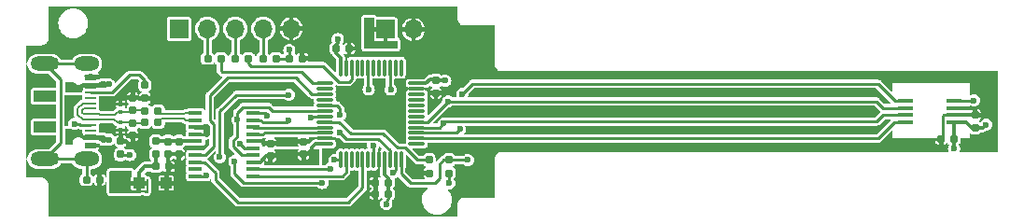
<source format=gbr>
%TF.GenerationSoftware,KiCad,Pcbnew,(6.0.1)*%
%TF.CreationDate,2022-11-23T23:22:51+01:00*%
%TF.ProjectId,usb-magnetometer,7573622d-6d61-4676-9e65-746f6d657465,rev?*%
%TF.SameCoordinates,Original*%
%TF.FileFunction,Copper,L1,Top*%
%TF.FilePolarity,Positive*%
%FSLAX46Y46*%
G04 Gerber Fmt 4.6, Leading zero omitted, Abs format (unit mm)*
G04 Created by KiCad (PCBNEW (6.0.1)) date 2022-11-23 23:22:51*
%MOMM*%
%LPD*%
G01*
G04 APERTURE LIST*
G04 Aperture macros list*
%AMRoundRect*
0 Rectangle with rounded corners*
0 $1 Rounding radius*
0 $2 $3 $4 $5 $6 $7 $8 $9 X,Y pos of 4 corners*
0 Add a 4 corners polygon primitive as box body*
4,1,4,$2,$3,$4,$5,$6,$7,$8,$9,$2,$3,0*
0 Add four circle primitives for the rounded corners*
1,1,$1+$1,$2,$3*
1,1,$1+$1,$4,$5*
1,1,$1+$1,$6,$7*
1,1,$1+$1,$8,$9*
0 Add four rect primitives between the rounded corners*
20,1,$1+$1,$2,$3,$4,$5,0*
20,1,$1+$1,$4,$5,$6,$7,0*
20,1,$1+$1,$6,$7,$8,$9,0*
20,1,$1+$1,$8,$9,$2,$3,0*%
G04 Aperture macros list end*
%TA.AperFunction,SMDPad,CuDef*%
%ADD10RoundRect,0.155000X-0.155000X0.212500X-0.155000X-0.212500X0.155000X-0.212500X0.155000X0.212500X0*%
%TD*%
%TA.AperFunction,SMDPad,CuDef*%
%ADD11RoundRect,0.160000X-0.160000X0.197500X-0.160000X-0.197500X0.160000X-0.197500X0.160000X0.197500X0*%
%TD*%
%TA.AperFunction,SMDPad,CuDef*%
%ADD12RoundRect,0.050000X0.200000X-0.100000X0.200000X0.100000X-0.200000X0.100000X-0.200000X-0.100000X0*%
%TD*%
%TA.AperFunction,SMDPad,CuDef*%
%ADD13RoundRect,0.160000X-0.197500X-0.160000X0.197500X-0.160000X0.197500X0.160000X-0.197500X0.160000X0*%
%TD*%
%TA.AperFunction,SMDPad,CuDef*%
%ADD14RoundRect,0.075000X0.075000X-0.662500X0.075000X0.662500X-0.075000X0.662500X-0.075000X-0.662500X0*%
%TD*%
%TA.AperFunction,SMDPad,CuDef*%
%ADD15RoundRect,0.075000X0.662500X-0.075000X0.662500X0.075000X-0.662500X0.075000X-0.662500X-0.075000X0*%
%TD*%
%TA.AperFunction,SMDPad,CuDef*%
%ADD16RoundRect,0.155000X0.155000X-0.212500X0.155000X0.212500X-0.155000X0.212500X-0.155000X-0.212500X0*%
%TD*%
%TA.AperFunction,SMDPad,CuDef*%
%ADD17R,1.000000X1.000000*%
%TD*%
%TA.AperFunction,SMDPad,CuDef*%
%ADD18R,2.000000X1.000000*%
%TD*%
%TA.AperFunction,SMDPad,CuDef*%
%ADD19R,1.000000X0.520000*%
%TD*%
%TA.AperFunction,SMDPad,CuDef*%
%ADD20R,1.000000X0.270000*%
%TD*%
%TA.AperFunction,ComponentPad*%
%ADD21O,2.600000X1.300000*%
%TD*%
%TA.AperFunction,ComponentPad*%
%ADD22O,2.300000X1.300000*%
%TD*%
%TA.AperFunction,SMDPad,CuDef*%
%ADD23RoundRect,0.155000X0.212500X0.155000X-0.212500X0.155000X-0.212500X-0.155000X0.212500X-0.155000X0*%
%TD*%
%TA.AperFunction,SMDPad,CuDef*%
%ADD24RoundRect,0.160000X0.197500X0.160000X-0.197500X0.160000X-0.197500X-0.160000X0.197500X-0.160000X0*%
%TD*%
%TA.AperFunction,SMDPad,CuDef*%
%ADD25RoundRect,0.155000X-0.212500X-0.155000X0.212500X-0.155000X0.212500X0.155000X-0.212500X0.155000X0*%
%TD*%
%TA.AperFunction,SMDPad,CuDef*%
%ADD26R,1.450000X0.450000*%
%TD*%
%TA.AperFunction,SMDPad,CuDef*%
%ADD27RoundRect,0.050000X-0.200000X0.100000X-0.200000X-0.100000X0.200000X-0.100000X0.200000X0.100000X0*%
%TD*%
%TA.AperFunction,SMDPad,CuDef*%
%ADD28R,1.200000X0.400000*%
%TD*%
%TA.AperFunction,SMDPad,CuDef*%
%ADD29RoundRect,0.160000X0.160000X-0.197500X0.160000X0.197500X-0.160000X0.197500X-0.160000X-0.197500X0*%
%TD*%
%TA.AperFunction,ComponentPad*%
%ADD30R,1.700000X1.700000*%
%TD*%
%TA.AperFunction,ComponentPad*%
%ADD31O,1.700000X1.700000*%
%TD*%
%TA.AperFunction,ViaPad*%
%ADD32C,0.600000*%
%TD*%
%TA.AperFunction,Conductor*%
%ADD33C,0.250000*%
%TD*%
%TA.AperFunction,Conductor*%
%ADD34C,0.600000*%
%TD*%
%TA.AperFunction,Conductor*%
%ADD35C,0.400000*%
%TD*%
%TA.AperFunction,Conductor*%
%ADD36C,0.300000*%
%TD*%
%TA.AperFunction,Conductor*%
%ADD37C,0.200000*%
%TD*%
%TA.AperFunction,Conductor*%
%ADD38C,0.350000*%
%TD*%
G04 APERTURE END LIST*
D10*
%TO.P,C7,1*%
%TO.N,VDD*%
X85600000Y-140282500D03*
%TO.P,C7,2*%
%TO.N,GND*%
X85600000Y-141417500D03*
%TD*%
D11*
%TO.P,R8,1*%
%TO.N,Net-(R8-Pad1)*%
X85000000Y-147502500D03*
%TO.P,R8,2*%
%TO.N,GND*%
X85000000Y-148697500D03*
%TD*%
D12*
%TO.P,D2,1,K*%
%TO.N,/D+*%
X57000000Y-143150000D03*
%TO.P,D2,2,A*%
%TO.N,GND*%
X57000000Y-142450000D03*
%TD*%
D13*
%TO.P,R3,1*%
%TO.N,/D-*%
X59202500Y-144100000D03*
%TO.P,R3,2*%
%TO.N,/DD-*%
X60397500Y-144100000D03*
%TD*%
D14*
%TO.P,U3,1,PC0*%
%TO.N,/RI*%
X76950000Y-147462500D03*
%TO.P,U3,2,PC13*%
%TO.N,/DTR*%
X77450000Y-147462500D03*
%TO.P,U3,3,PC14-OSC32_IN*%
%TO.N,unconnected-(U3-Pad3)*%
X77950000Y-147462500D03*
%TO.P,U3,4,PC15-OSC32_OUT*%
%TO.N,unconnected-(U3-Pad4)*%
X78450000Y-147462500D03*
%TO.P,U3,5,PH0-OSC_IN*%
%TO.N,/MCU_CLK*%
X78950000Y-147462500D03*
%TO.P,U3,6,PH1-OSC_OUT*%
%TO.N,unconnected-(U3-Pad6)*%
X79450000Y-147462500D03*
%TO.P,U3,7,NRST*%
%TO.N,/nRST*%
X79950000Y-147462500D03*
%TO.P,U3,8,VSSA*%
%TO.N,GND*%
X80450000Y-147462500D03*
%TO.P,U3,9,VDDA*%
%TO.N,VDD*%
X80950000Y-147462500D03*
%TO.P,U3,10,PA0*%
%TO.N,/CTS*%
X81450000Y-147462500D03*
%TO.P,U3,11,PA1*%
%TO.N,/RTS*%
X81950000Y-147462500D03*
%TO.P,U3,12,PA2*%
%TO.N,/MAG_INT*%
X82450000Y-147462500D03*
D15*
%TO.P,U3,13,PA3*%
%TO.N,unconnected-(U3-Pad13)*%
X83862500Y-146050000D03*
%TO.P,U3,14,PA4*%
%TO.N,/SPI_NSS*%
X83862500Y-145550000D03*
%TO.P,U3,15,PA5*%
%TO.N,/SPI_SCK*%
X83862500Y-145050000D03*
%TO.P,U3,16,PA6*%
%TO.N,/SPI_MISO*%
X83862500Y-144550000D03*
%TO.P,U3,17,PA7*%
%TO.N,/SPI_MOSI*%
X83862500Y-144050000D03*
%TO.P,U3,18,PB0*%
%TO.N,unconnected-(U3-Pad18)*%
X83862500Y-143550000D03*
%TO.P,U3,19,PB1*%
%TO.N,unconnected-(U3-Pad19)*%
X83862500Y-143050000D03*
%TO.P,U3,20,PB2*%
%TO.N,unconnected-(U3-Pad20)*%
X83862500Y-142550000D03*
%TO.P,U3,21,PB10*%
%TO.N,unconnected-(U3-Pad21)*%
X83862500Y-142050000D03*
%TO.P,U3,22,PB11*%
%TO.N,unconnected-(U3-Pad22)*%
X83862500Y-141550000D03*
%TO.P,U3,23,VSS*%
%TO.N,GND*%
X83862500Y-141050000D03*
%TO.P,U3,24,VDD*%
%TO.N,VDD*%
X83862500Y-140550000D03*
D14*
%TO.P,U3,25,PB12*%
%TO.N,unconnected-(U3-Pad25)*%
X82450000Y-139137500D03*
%TO.P,U3,26,PB13*%
%TO.N,unconnected-(U3-Pad26)*%
X81950000Y-139137500D03*
%TO.P,U3,27,PB14*%
%TO.N,Net-(TP9-Pad1)*%
X81450000Y-139137500D03*
%TO.P,U3,28,PB15*%
%TO.N,unconnected-(U3-Pad28)*%
X80950000Y-139137500D03*
%TO.P,U3,29,PA8*%
%TO.N,unconnected-(U3-Pad29)*%
X80450000Y-139137500D03*
%TO.P,U3,30,PA9*%
%TO.N,unconnected-(U3-Pad30)*%
X79950000Y-139137500D03*
%TO.P,U3,31,PA10*%
%TO.N,Net-(TP8-Pad1)*%
X79450000Y-139137500D03*
%TO.P,U3,32,PA11*%
%TO.N,unconnected-(U3-Pad32)*%
X78950000Y-139137500D03*
%TO.P,U3,33,PA12*%
%TO.N,unconnected-(U3-Pad33)*%
X78450000Y-139137500D03*
%TO.P,U3,34,PA13*%
%TO.N,/SWDIO*%
X77950000Y-139137500D03*
%TO.P,U3,35,VSS*%
%TO.N,GND*%
X77450000Y-139137500D03*
%TO.P,U3,36,VDD*%
%TO.N,VDD*%
X76950000Y-139137500D03*
D15*
%TO.P,U3,37,PA14*%
%TO.N,/SWCLK*%
X75537500Y-140550000D03*
%TO.P,U3,38,PA15*%
%TO.N,unconnected-(U3-Pad38)*%
X75537500Y-141050000D03*
%TO.P,U3,39,PB3*%
%TO.N,/nKEEP_AWAKE*%
X75537500Y-141550000D03*
%TO.P,U3,40,PB4*%
%TO.N,unconnected-(U3-Pad40)*%
X75537500Y-142050000D03*
%TO.P,U3,41,PB5*%
%TO.N,/nSLEEP*%
X75537500Y-142550000D03*
%TO.P,U3,42,PB6*%
%TO.N,/MCU_TX*%
X75537500Y-143050000D03*
%TO.P,U3,43,PB7*%
%TO.N,/MCU_RX*%
X75537500Y-143550000D03*
%TO.P,U3,44,BOOT0*%
%TO.N,Net-(R8-Pad1)*%
X75537500Y-144050000D03*
%TO.P,U3,45,PB8*%
%TO.N,/DCD*%
X75537500Y-144550000D03*
%TO.P,U3,46,PB9*%
%TO.N,/DSR*%
X75537500Y-145050000D03*
%TO.P,U3,47,VSS*%
%TO.N,GND*%
X75537500Y-145550000D03*
%TO.P,U3,48,VDD*%
%TO.N,VDD*%
X75537500Y-146050000D03*
%TD*%
D16*
%TO.P,C3,1*%
%TO.N,/D+*%
X58100000Y-143000000D03*
%TO.P,C3,2*%
%TO.N,GND*%
X58100000Y-141865000D03*
%TD*%
D11*
%TO.P,R2,1*%
%TO.N,GND*%
X57000000Y-145802500D03*
%TO.P,R2,2*%
%TO.N,Net-(J1-PadB5)*%
X57000000Y-146997500D03*
%TD*%
D10*
%TO.P,C5,1*%
%TO.N,+5V*%
X62300000Y-145832500D03*
%TO.P,C5,2*%
%TO.N,GND*%
X62300000Y-146967500D03*
%TD*%
D17*
%TO.P,D3,1,K*%
%TO.N,/VBUS*%
X58650000Y-149600000D03*
%TO.P,D3,2,A*%
%TO.N,GND*%
X61150000Y-149600000D03*
%TD*%
D11*
%TO.P,R7,1*%
%TO.N,/MAG_INT*%
X86800000Y-147502500D03*
%TO.P,R7,2*%
%TO.N,VDD*%
X86800000Y-148697500D03*
%TD*%
D18*
%TO.P,J1,*%
%TO.N,*%
X50100000Y-144500000D03*
X50100000Y-141700000D03*
D19*
%TO.P,J1,A1,GND*%
%TO.N,GND*%
X54300000Y-140000000D03*
%TO.P,J1,A4,VBUS*%
%TO.N,/VBUS*%
X54300000Y-140750000D03*
D20*
%TO.P,J1,A5,CC1*%
%TO.N,Net-(J1-PadA5)*%
X54300000Y-141350000D03*
%TO.P,J1,A6,D+*%
%TO.N,/D+*%
X54300000Y-142850000D03*
%TO.P,J1,A7,D-*%
%TO.N,/D-*%
X54300000Y-143850000D03*
%TO.P,J1,A8,SBU1*%
%TO.N,unconnected-(J1-PadA8)*%
X54300000Y-144850000D03*
D19*
%TO.P,J1,A9,VBUS*%
%TO.N,/VBUS*%
X54300000Y-145450000D03*
%TO.P,J1,A12,GND*%
%TO.N,GND*%
X54300000Y-146200000D03*
%TO.P,J1,B1,GND*%
X54300000Y-146200000D03*
%TO.P,J1,B4,VBUS*%
%TO.N,/VBUS*%
X54300000Y-145450000D03*
D20*
%TO.P,J1,B5,CC2*%
%TO.N,Net-(J1-PadB5)*%
X54300000Y-144350000D03*
%TO.P,J1,B6,D+*%
%TO.N,/D+*%
X54300000Y-143350000D03*
%TO.P,J1,B7,D-*%
%TO.N,/D-*%
X54300000Y-142350000D03*
%TO.P,J1,B8,SBU2*%
%TO.N,unconnected-(J1-PadB8)*%
X54300000Y-141850000D03*
D19*
%TO.P,J1,B9,VBUS*%
%TO.N,/VBUS*%
X54300000Y-140750000D03*
%TO.P,J1,B12,GND*%
%TO.N,GND*%
X54300000Y-140000000D03*
D21*
%TO.P,J1,S1,SHIELD*%
%TO.N,Net-(J1-PadS1)*%
X50100000Y-147420000D03*
D22*
X53925000Y-147420000D03*
D21*
X50100000Y-138780000D03*
D22*
X53925000Y-138780000D03*
%TD*%
D23*
%TO.P,C8,1*%
%TO.N,VDD*%
X81267500Y-149550000D03*
%TO.P,C8,2*%
%TO.N,GND*%
X80132500Y-149550000D03*
%TD*%
D16*
%TO.P,C12,1*%
%TO.N,VDD*%
X73600000Y-146967500D03*
%TO.P,C12,2*%
%TO.N,GND*%
X73600000Y-145832500D03*
%TD*%
D24*
%TO.P,L2,1,1*%
%TO.N,GND*%
X55097500Y-149300000D03*
%TO.P,L2,2,2*%
%TO.N,Net-(J1-PadS1)*%
X53902500Y-149300000D03*
%TD*%
D13*
%TO.P,R9,1*%
%TO.N,Net-(J2-Pad2)*%
X64902500Y-138300000D03*
%TO.P,R9,2*%
%TO.N,/SWCLK*%
X66097500Y-138300000D03*
%TD*%
%TO.P,R10,1*%
%TO.N,Net-(J2-Pad3)*%
X67402500Y-138300000D03*
%TO.P,R10,2*%
%TO.N,/SWDIO*%
X68597500Y-138300000D03*
%TD*%
D16*
%TO.P,C4,1*%
%TO.N,VDD*%
X70600000Y-147135000D03*
%TO.P,C4,2*%
%TO.N,GND*%
X70600000Y-146000000D03*
%TD*%
D25*
%TO.P,C10,1*%
%TO.N,VDD*%
X76582500Y-137400000D03*
%TO.P,C10,2*%
%TO.N,GND*%
X77717500Y-137400000D03*
%TD*%
D26*
%TO.P,U2,1,SCK*%
%TO.N,/SPI_SCK*%
X128200000Y-142125000D03*
%TO.P,U2,2,SDI*%
%TO.N,/SPI_MOSI*%
X128200000Y-142775000D03*
%TO.P,U2,3,SDO*%
%TO.N,/SPI_MISO*%
X128200000Y-143425000D03*
%TO.P,U2,4,nCS*%
%TO.N,/SPI_NSS*%
X128200000Y-144075000D03*
%TO.P,U2,5,VCC*%
%TO.N,VDD*%
X132600000Y-144075000D03*
%TO.P,U2,6,GND*%
%TO.N,GND*%
X132600000Y-143425000D03*
%TO.P,U2,7,TEST*%
X132600000Y-142775000D03*
%TO.P,U2,8,nALERT*%
%TO.N,/MAG_INT*%
X132600000Y-142125000D03*
%TD*%
D23*
%TO.P,C11,1*%
%TO.N,VDD*%
X132567500Y-145600000D03*
%TO.P,C11,2*%
%TO.N,GND*%
X131432500Y-145600000D03*
%TD*%
D27*
%TO.P,D1,1,K*%
%TO.N,/D-*%
X57000000Y-144082500D03*
%TO.P,D1,2,A*%
%TO.N,GND*%
X57000000Y-144782500D03*
%TD*%
D28*
%TO.P,U1,1,~{DTR}*%
%TO.N,/DTR*%
X69000000Y-148957500D03*
%TO.P,U1,2,~{RTS}*%
%TO.N,/RTS*%
X69000000Y-148322500D03*
%TO.P,U1,3,VCCIO*%
%TO.N,VDD*%
X69000000Y-147687500D03*
%TO.P,U1,4,RXD*%
%TO.N,/MCU_TX*%
X69000000Y-147052500D03*
%TO.P,U1,5,~{RI}*%
%TO.N,/RI*%
X69000000Y-146417500D03*
%TO.P,U1,6,GND*%
%TO.N,GND*%
X69000000Y-145782500D03*
%TO.P,U1,7,~{DSR}*%
%TO.N,/DSR*%
X69000000Y-145147500D03*
%TO.P,U1,8,~{DCD}*%
%TO.N,/DCD*%
X69000000Y-144512500D03*
%TO.P,U1,9,~{CTS}*%
%TO.N,/CTS*%
X69000000Y-143877500D03*
%TO.P,U1,10,CBUS2*%
%TO.N,/nSLEEP*%
X69000000Y-143242500D03*
%TO.P,U1,11,USBDP*%
%TO.N,/DD+*%
X63800000Y-143242500D03*
%TO.P,U1,12,USBDM*%
%TO.N,/DD-*%
X63800000Y-143877500D03*
%TO.P,U1,13,3V3OUT*%
%TO.N,VDD*%
X63800000Y-144512500D03*
%TO.P,U1,14,~{RESET}*%
X63800000Y-145147500D03*
%TO.P,U1,15,VCC*%
%TO.N,+5V*%
X63800000Y-145782500D03*
%TO.P,U1,16,GND*%
%TO.N,GND*%
X63800000Y-146417500D03*
%TO.P,U1,17,CBUS1*%
%TO.N,/nKEEP_AWAKE*%
X63800000Y-147052500D03*
%TO.P,U1,18,CBUS0*%
%TO.N,/MCU_CLK*%
X63800000Y-147687500D03*
%TO.P,U1,19,CBUS3*%
%TO.N,unconnected-(U1-Pad19)*%
X63800000Y-148322500D03*
%TO.P,U1,20,TXD*%
%TO.N,/MCU_RX*%
X63800000Y-148957500D03*
%TD*%
D10*
%TO.P,C6,1*%
%TO.N,+5V*%
X61300000Y-145832500D03*
%TO.P,C6,2*%
%TO.N,GND*%
X61300000Y-146967500D03*
%TD*%
D29*
%TO.P,R1,1*%
%TO.N,GND*%
X59200000Y-141897500D03*
%TO.P,R1,2*%
%TO.N,Net-(J1-PadA5)*%
X59200000Y-140702500D03*
%TD*%
D25*
%TO.P,C14,1*%
%TO.N,/nRST*%
X72332500Y-138300000D03*
%TO.P,C14,2*%
%TO.N,GND*%
X73467500Y-138300000D03*
%TD*%
D30*
%TO.P,J2,1,Pin_1*%
%TO.N,VDD*%
X62325000Y-135600000D03*
D31*
%TO.P,J2,2,Pin_2*%
%TO.N,Net-(J2-Pad2)*%
X64865000Y-135600000D03*
%TO.P,J2,3,Pin_3*%
%TO.N,Net-(J2-Pad3)*%
X67405000Y-135600000D03*
%TO.P,J2,4,Pin_4*%
%TO.N,Net-(J2-Pad4)*%
X69945000Y-135600000D03*
%TO.P,J2,5,Pin_5*%
%TO.N,GND*%
X72485000Y-135600000D03*
%TD*%
D13*
%TO.P,R11,1*%
%TO.N,Net-(J2-Pad4)*%
X69902500Y-138300000D03*
%TO.P,R11,2*%
%TO.N,/nRST*%
X71097500Y-138300000D03*
%TD*%
D23*
%TO.P,C13,1*%
%TO.N,VDD*%
X81267500Y-150600000D03*
%TO.P,C13,2*%
%TO.N,GND*%
X80132500Y-150600000D03*
%TD*%
D30*
%TO.P,J3,1,Pin_1*%
%TO.N,VDD*%
X81025000Y-135650000D03*
D31*
%TO.P,J3,2,Pin_2*%
%TO.N,GND*%
X83565000Y-135650000D03*
%TD*%
D13*
%TO.P,R4,1*%
%TO.N,/D+*%
X59202500Y-143032500D03*
%TO.P,R4,2*%
%TO.N,/DD+*%
X60397500Y-143032500D03*
%TD*%
D16*
%TO.P,C9,1*%
%TO.N,VDD*%
X134500000Y-144567500D03*
%TO.P,C9,2*%
%TO.N,GND*%
X134500000Y-143432500D03*
%TD*%
D10*
%TO.P,C2,1*%
%TO.N,/D-*%
X58100000Y-144165000D03*
%TO.P,C2,2*%
%TO.N,GND*%
X58100000Y-145300000D03*
%TD*%
D29*
%TO.P,L1,1,1*%
%TO.N,/VBUS*%
X60200000Y-146997500D03*
%TO.P,L1,2,2*%
%TO.N,+5V*%
X60200000Y-145802500D03*
%TD*%
D25*
%TO.P,C1,1*%
%TO.N,/VBUS*%
X60232500Y-148100000D03*
%TO.P,C1,2*%
%TO.N,GND*%
X61367500Y-148100000D03*
%TD*%
D32*
%TO.N,GND*%
X78400000Y-144200000D03*
%TO.N,/nSLEEP*%
X70303844Y-143475500D03*
X76908496Y-143430056D03*
%TO.N,/MCU_RX*%
X74264896Y-143674500D03*
%TO.N,GND*%
X86450000Y-141150000D03*
X77600000Y-136550000D03*
X110000000Y-143000000D03*
X61000000Y-142000000D03*
X88500000Y-150500000D03*
X92000000Y-143000000D03*
X98000000Y-141500000D03*
X68850000Y-140850000D03*
X85000000Y-136000000D03*
X57050000Y-152300000D03*
X87000000Y-136000000D03*
X70850000Y-140850000D03*
X136250000Y-141500000D03*
X95000000Y-139750000D03*
X101000000Y-144750000D03*
X75000000Y-136000000D03*
X97982690Y-142999999D03*
X98000000Y-144750000D03*
X67000000Y-134000000D03*
X101000000Y-141500000D03*
X59050000Y-152300000D03*
X119000000Y-144750000D03*
X85000000Y-134000000D03*
X71000000Y-134000000D03*
X116000000Y-141500000D03*
X55000000Y-136000000D03*
X113000000Y-139750000D03*
X77050000Y-152300000D03*
X56100000Y-142450000D03*
X89000000Y-144750000D03*
X87050000Y-152300000D03*
X116000000Y-144750000D03*
X128000000Y-146450000D03*
X73000000Y-134000000D03*
X110000000Y-146450000D03*
X63000000Y-142000000D03*
X135450000Y-143450000D03*
X49000000Y-148800000D03*
X55050000Y-152300000D03*
X89000000Y-141500000D03*
X113000000Y-144750000D03*
X91994968Y-141492452D03*
X59000000Y-138000000D03*
X84100000Y-148700000D03*
X131000000Y-139750000D03*
X113000000Y-141500000D03*
X116000000Y-146450000D03*
X59000000Y-136000000D03*
X89000000Y-139750000D03*
X72650000Y-145800000D03*
X77000000Y-134000000D03*
X57000000Y-139500000D03*
X55750000Y-139500000D03*
X92000000Y-144750000D03*
X89000000Y-138000000D03*
X87000000Y-134000000D03*
X110000000Y-139750000D03*
X125000000Y-144750000D03*
X49000000Y-146000000D03*
X122000000Y-143000000D03*
X51050000Y-152300000D03*
X53050000Y-152300000D03*
X82000000Y-145000000D03*
X110000000Y-144750000D03*
X79000000Y-134000000D03*
X74650000Y-150400000D03*
X61050000Y-152300000D03*
X51000000Y-134000000D03*
X95000000Y-143000000D03*
X122000000Y-144750000D03*
X72750000Y-150400000D03*
X116000000Y-143000000D03*
X107000000Y-144750000D03*
X104000000Y-144750000D03*
X95000000Y-144750000D03*
X52400000Y-141900000D03*
X95000000Y-141500000D03*
X66800000Y-144850000D03*
X65000000Y-134000000D03*
X125000000Y-141500000D03*
X71050000Y-142300000D03*
X73050000Y-152300000D03*
X87000000Y-138000000D03*
X59100000Y-145300000D03*
X81000000Y-143000000D03*
X136250000Y-143000000D03*
X55000000Y-134000000D03*
X80200000Y-151500000D03*
X98000000Y-146450000D03*
X79050000Y-152300000D03*
X57000000Y-136000000D03*
X55750000Y-147500000D03*
X49000000Y-143100000D03*
X131000000Y-146450000D03*
X63000000Y-134000000D03*
X53000000Y-149000000D03*
X71050000Y-152300000D03*
X62350000Y-144700000D03*
X56050000Y-144600000D03*
X63000000Y-138000000D03*
X101000000Y-143000000D03*
X134000000Y-146450000D03*
X63000000Y-151000000D03*
X101000000Y-139750000D03*
X68950000Y-150400000D03*
X75000000Y-134000000D03*
X104000000Y-146450000D03*
X113000000Y-143000000D03*
X85000000Y-138000000D03*
X65050000Y-152300000D03*
X92000000Y-146450000D03*
X57000000Y-138000000D03*
X121991412Y-141490428D03*
X75050000Y-152300000D03*
X125000000Y-146450000D03*
X107000000Y-139750000D03*
X125000000Y-143000000D03*
X110000000Y-141500000D03*
X61000000Y-138000000D03*
X69000000Y-134000000D03*
X92000000Y-139750000D03*
X136250000Y-146450000D03*
X122000000Y-146450000D03*
X128000000Y-139750000D03*
X104000000Y-143000000D03*
X104000000Y-141500000D03*
X83000000Y-137000000D03*
X58999015Y-150990920D03*
X51000000Y-136000000D03*
X66050000Y-141850000D03*
X90500000Y-150500000D03*
X81050000Y-152300000D03*
X59000000Y-134000000D03*
X71500000Y-145900000D03*
X63000000Y-140000000D03*
X85000000Y-135000000D03*
X69050000Y-152300000D03*
X101000000Y-146450000D03*
X136250000Y-139750000D03*
X83050000Y-152300000D03*
X122000000Y-139750000D03*
X70800000Y-150400000D03*
X125000000Y-139750000D03*
X119000000Y-141500000D03*
X76950000Y-150400000D03*
X95000000Y-146450000D03*
X98000000Y-139750000D03*
X52400000Y-143150000D03*
X104000000Y-139750000D03*
X58100000Y-140850000D03*
X134000000Y-139750000D03*
X49000000Y-140000000D03*
X89000000Y-136000000D03*
X51000000Y-149000000D03*
X57000000Y-134000000D03*
X107000000Y-143000000D03*
X119000000Y-146450000D03*
X90500000Y-148500000D03*
X113000000Y-146450000D03*
X61000000Y-134000000D03*
X136250000Y-144750000D03*
X84000000Y-137000000D03*
X66500000Y-148400000D03*
X49000000Y-137600000D03*
X107000000Y-141500000D03*
X89000000Y-143000000D03*
X84550000Y-152300000D03*
X51000000Y-151000000D03*
X55000000Y-151000000D03*
X119000000Y-139750000D03*
X119000000Y-143000000D03*
X63050000Y-152300000D03*
X67050000Y-152300000D03*
X107000000Y-146450000D03*
X116000000Y-139750000D03*
X61000000Y-140000000D03*
X83000000Y-134000000D03*
X81000000Y-134000000D03*
%TO.N,VDD*%
X135500000Y-144300000D03*
X132600000Y-146450000D03*
X71500000Y-147600000D03*
X79500000Y-136000000D03*
X64800000Y-145100000D03*
X74600000Y-147600000D03*
X86800000Y-149600000D03*
X81100000Y-151500000D03*
X79500000Y-135000000D03*
X76700000Y-136550000D03*
X71500000Y-146800000D03*
X80500000Y-137000000D03*
X86450000Y-140300000D03*
X72500000Y-147600000D03*
X81500000Y-137000000D03*
X64800000Y-144500000D03*
X72500000Y-146800000D03*
%TO.N,/nRST*%
X79900000Y-146200000D03*
X72300000Y-137500000D03*
%TO.N,Net-(J1-PadB5)*%
X57850000Y-147050000D03*
X52824407Y-144229133D03*
%TO.N,/RTS*%
X76000000Y-148300000D03*
X81723608Y-148664079D03*
%TO.N,/CTS*%
X72200000Y-143925500D03*
X76900000Y-145000000D03*
%TO.N,/RI*%
X67824500Y-146000000D03*
X76400000Y-147500000D03*
X75300000Y-149582000D03*
X67324500Y-147600000D03*
%TO.N,/MCU_RX*%
X66000000Y-147250000D03*
X64737398Y-148890826D03*
X72250000Y-141600000D03*
%TO.N,/MCU_TX*%
X67600000Y-143850000D03*
%TO.N,/SPI_SCK*%
X87771937Y-144705908D03*
X88000000Y-141500000D03*
%TO.N,/SPI_MOSI*%
X86700000Y-142200000D03*
%TO.N,/SPI_MISO*%
X86300000Y-144200000D03*
%TO.N,/MAG_INT*%
X88500000Y-147500000D03*
X134400000Y-142100000D03*
%TO.N,Net-(TP8-Pad1)*%
X79500000Y-141100000D03*
%TO.N,Net-(TP9-Pad1)*%
X81500000Y-141100000D03*
%TO.N,/VBUS*%
X52400000Y-140950000D03*
X53150000Y-140950000D03*
X55950000Y-140650000D03*
X56500000Y-149000000D03*
X57500000Y-150000000D03*
X56500000Y-150000000D03*
X52400000Y-145050000D03*
X56000000Y-145650000D03*
X53174080Y-145052617D03*
X52300000Y-145800000D03*
X57500000Y-149000000D03*
%TD*%
D33*
%TO.N,/MCU_TX*%
X70411537Y-142700000D02*
X70761537Y-143050000D01*
X70761537Y-143050000D02*
X75537500Y-143050000D01*
X68093479Y-142700000D02*
X70411537Y-142700000D01*
X67600000Y-143193479D02*
X68093479Y-142700000D01*
X67600000Y-143850000D02*
X67600000Y-143193479D01*
%TO.N,/nSLEEP*%
X70070844Y-143242500D02*
X70303844Y-143475500D01*
X69000000Y-143242500D02*
X70070844Y-143242500D01*
%TO.N,/CTS*%
X69924511Y-144100000D02*
X69702011Y-143877500D01*
X72025500Y-144100000D02*
X69924511Y-144100000D01*
X69702011Y-143877500D02*
X69000000Y-143877500D01*
X72200000Y-143925500D02*
X72025500Y-144100000D01*
%TO.N,/nSLEEP*%
X76908496Y-142858496D02*
X76908496Y-143430056D01*
X76600000Y-142550000D02*
X76850000Y-142800000D01*
X76850000Y-142800000D02*
X76908496Y-142858496D01*
X75537500Y-142550000D02*
X76600000Y-142550000D01*
%TO.N,/MCU_RX*%
X67500000Y-141600000D02*
X72250000Y-141600000D01*
X66000000Y-143100000D02*
X67500000Y-141600000D01*
X66000000Y-147250000D02*
X66000000Y-143100000D01*
X74389396Y-143550000D02*
X74264896Y-143674500D01*
X75537500Y-143550000D02*
X74389396Y-143550000D01*
%TO.N,/DSR*%
X69952500Y-145147500D02*
X69000000Y-145147500D01*
X70050000Y-145050000D02*
X69952500Y-145147500D01*
X75537500Y-145050000D02*
X70050000Y-145050000D01*
D34*
%TO.N,VDD*%
X64800000Y-145100000D02*
X64800000Y-144500000D01*
D35*
X64787500Y-144512500D02*
X64800000Y-144500000D01*
X63800000Y-144512500D02*
X64787500Y-144512500D01*
D33*
%TO.N,Net-(J1-PadA5)*%
X56250000Y-141350000D02*
X54300000Y-141350000D01*
X58700000Y-139800000D02*
X57800000Y-139800000D01*
X57800000Y-139800000D02*
X56250000Y-141350000D01*
X59200000Y-140702500D02*
X59200000Y-140300000D01*
X59200000Y-140300000D02*
X58700000Y-139800000D01*
%TO.N,/nKEEP_AWAKE*%
X72882983Y-140050000D02*
X74382983Y-141550000D01*
X66700000Y-140050000D02*
X72882983Y-140050000D01*
X65100000Y-143916807D02*
X65100000Y-141650000D01*
X65424511Y-144241318D02*
X65100000Y-143916807D01*
X64650000Y-147052500D02*
X65424511Y-146277989D01*
X74382983Y-141550000D02*
X75537500Y-141550000D01*
X65100000Y-141650000D02*
X66700000Y-140050000D01*
X63800000Y-147052500D02*
X64650000Y-147052500D01*
X65424511Y-146277989D02*
X65424511Y-144241318D01*
D36*
%TO.N,GND*%
X134500000Y-143432500D02*
X132607500Y-143432500D01*
D33*
X131432500Y-145600000D02*
X131550489Y-145482011D01*
D36*
X132607500Y-143432500D02*
X132600000Y-143425000D01*
D33*
X131550489Y-143499511D02*
X131625000Y-143425000D01*
D36*
X134500000Y-142950000D02*
X134500000Y-143432500D01*
D33*
X131550489Y-145482011D02*
X131550489Y-143499511D01*
X131625000Y-143425000D02*
X132600000Y-143425000D01*
D36*
X134325000Y-142775000D02*
X134500000Y-142950000D01*
X132600000Y-142775000D02*
X134325000Y-142775000D01*
D37*
%TO.N,/D-*%
X54300000Y-142350000D02*
X53600000Y-142350000D01*
X57000000Y-144082500D02*
X56982500Y-144100000D01*
X53100000Y-143384022D02*
X53565978Y-143850000D01*
X55100001Y-143800000D02*
X55050001Y-143850000D01*
X58017500Y-144082500D02*
X58100000Y-144165000D01*
X56982500Y-144100000D02*
X56700000Y-144100000D01*
X56400000Y-143800000D02*
X55100001Y-143800000D01*
X53565978Y-143850000D02*
X54300000Y-143850000D01*
X56700000Y-144100000D02*
X56400000Y-143800000D01*
X59137500Y-144165000D02*
X59202500Y-144100000D01*
X57000000Y-144082500D02*
X58017500Y-144082500D01*
X53100000Y-142850000D02*
X53100000Y-143384022D01*
X55050001Y-143850000D02*
X54300000Y-143850000D01*
X58100000Y-144165000D02*
X59137500Y-144165000D01*
X53600000Y-142350000D02*
X53100000Y-142850000D01*
%TO.N,/D+*%
X56700000Y-143150000D02*
X56450000Y-143400000D01*
X53700000Y-142850000D02*
X54300000Y-142850000D01*
X53700000Y-143350000D02*
X53550000Y-143200000D01*
X57000000Y-143150000D02*
X57950000Y-143150000D01*
X53550000Y-143200000D02*
X53550000Y-143000000D01*
X59170000Y-143000000D02*
X59202500Y-143032500D01*
X55100001Y-143400000D02*
X55050001Y-143350000D01*
X57000000Y-143150000D02*
X56700000Y-143150000D01*
X56450000Y-143400000D02*
X55100001Y-143400000D01*
X53550000Y-143000000D02*
X53700000Y-142850000D01*
X57950000Y-143150000D02*
X58100000Y-143000000D01*
X58100000Y-143000000D02*
X59170000Y-143000000D01*
X54300000Y-143350000D02*
X53700000Y-143350000D01*
X55050001Y-143350000D02*
X54300000Y-143350000D01*
D36*
%TO.N,VDD*%
X81267500Y-149167500D02*
X81267500Y-149550000D01*
D33*
X81100000Y-151500000D02*
X81100000Y-151200000D01*
D36*
X86000000Y-140300000D02*
X86450000Y-140300000D01*
X132567500Y-145600000D02*
X132567500Y-144107500D01*
X71482500Y-147000000D02*
X71500000Y-147017500D01*
X76582500Y-137832500D02*
X76950000Y-138200000D01*
X80950000Y-148850000D02*
X81267500Y-149167500D01*
X76950000Y-138200000D02*
X76950000Y-139137500D01*
X74300000Y-146600000D02*
X74032500Y-146867500D01*
D33*
X64752500Y-145147500D02*
X64800000Y-145100000D01*
D36*
X134500000Y-144567500D02*
X134167500Y-144567500D01*
X70600000Y-147135000D02*
X70965000Y-147135000D01*
X134167500Y-144567500D02*
X133675000Y-144075000D01*
X69000000Y-147687500D02*
X69662500Y-147687500D01*
X83862500Y-140550000D02*
X84700000Y-140550000D01*
X74300000Y-146400000D02*
X74300000Y-146600000D01*
D33*
X81100000Y-151200000D02*
X81300000Y-151000000D01*
D36*
X134500000Y-144567500D02*
X135232500Y-144567500D01*
X133675000Y-144075000D02*
X132600000Y-144075000D01*
X71100000Y-147000000D02*
X71482500Y-147000000D01*
X85067500Y-140182500D02*
X85500000Y-140182500D01*
X74650000Y-146050000D02*
X74300000Y-146400000D01*
D33*
X86800000Y-149600000D02*
X86800000Y-148697500D01*
D36*
X85882500Y-140182500D02*
X86000000Y-140300000D01*
X75537500Y-146050000D02*
X74650000Y-146050000D01*
X85500000Y-140182500D02*
X85882500Y-140182500D01*
X135232500Y-144567500D02*
X135500000Y-144300000D01*
X81267500Y-149550000D02*
X81267500Y-150600000D01*
X76582500Y-137017500D02*
X76700000Y-136900000D01*
X76582500Y-137400000D02*
X76582500Y-137017500D01*
X69662500Y-147687500D02*
X70215000Y-147135000D01*
X76700000Y-136900000D02*
X76700000Y-136550000D01*
X74032500Y-146867500D02*
X73600000Y-146867500D01*
D33*
X81300000Y-151000000D02*
X81300000Y-150632500D01*
X63800000Y-145147500D02*
X64752500Y-145147500D01*
D36*
X132600000Y-146500000D02*
X132600000Y-145632500D01*
X70965000Y-147135000D02*
X71100000Y-147000000D01*
X70215000Y-147135000D02*
X70600000Y-147135000D01*
X80950000Y-147462500D02*
X80950000Y-148850000D01*
X132567500Y-144107500D02*
X132600000Y-144075000D01*
X76582500Y-137400000D02*
X76582500Y-137832500D01*
D33*
X81300000Y-150632500D02*
X81267500Y-150600000D01*
D36*
X132600000Y-145632500D02*
X132567500Y-145600000D01*
X84700000Y-140550000D02*
X85067500Y-140182500D01*
D38*
%TO.N,+5V*%
X60220000Y-145782500D02*
X60200000Y-145802500D01*
X63800000Y-145782500D02*
X60220000Y-145782500D01*
D33*
%TO.N,/nRST*%
X79900000Y-146200000D02*
X79950000Y-146250000D01*
X79950000Y-146250000D02*
X79950000Y-147462500D01*
X71097500Y-138300000D02*
X72332500Y-138300000D01*
X72332500Y-137532500D02*
X72300000Y-137500000D01*
X72332500Y-138300000D02*
X72332500Y-137532500D01*
%TO.N,Net-(J1-PadB5)*%
X54300000Y-144350000D02*
X53350000Y-144350000D01*
X53229133Y-144229133D02*
X52824407Y-144229133D01*
X57850000Y-147050000D02*
X57052500Y-147050000D01*
X57052500Y-147050000D02*
X57000000Y-146997500D01*
X53350000Y-144350000D02*
X53229133Y-144229133D01*
%TO.N,Net-(J2-Pad2)*%
X64865000Y-138262500D02*
X64865000Y-135600000D01*
X64902500Y-138300000D02*
X64865000Y-138262500D01*
%TO.N,Net-(J2-Pad3)*%
X67402500Y-138300000D02*
X67405000Y-138297500D01*
X67405000Y-138297500D02*
X67405000Y-135600000D01*
%TO.N,Net-(J2-Pad4)*%
X69945000Y-135600000D02*
X69945000Y-138257500D01*
X69945000Y-138257500D02*
X69902500Y-138300000D01*
%TO.N,Net-(R8-Pad1)*%
X75537500Y-144050000D02*
X76833193Y-144050000D01*
X82100000Y-146400000D02*
X82800000Y-146400000D01*
X83902500Y-147502500D02*
X85000000Y-147502500D01*
X80800000Y-145100000D02*
X82100000Y-146400000D01*
X77883193Y-145100000D02*
X80800000Y-145100000D01*
X82800000Y-146400000D02*
X83902500Y-147502500D01*
X76833193Y-144050000D02*
X77883193Y-145100000D01*
%TO.N,/RTS*%
X76000000Y-148300000D02*
X75977500Y-148322500D01*
X75977500Y-148322500D02*
X69000000Y-148322500D01*
X81950000Y-148437687D02*
X81950000Y-147462500D01*
X81723608Y-148664079D02*
X81950000Y-148437687D01*
%TO.N,/CTS*%
X80365495Y-145575489D02*
X80000000Y-145575489D01*
X81450000Y-147462500D02*
X81450000Y-146659994D01*
X80000000Y-145575489D02*
X77475489Y-145575489D01*
X81450000Y-146659994D02*
X80365495Y-145575489D01*
X77475489Y-145575489D02*
X76900000Y-145000000D01*
%TO.N,/DTR*%
X77100000Y-148957500D02*
X69000000Y-148957500D01*
X77450000Y-147462500D02*
X77450000Y-148607500D01*
X77450000Y-148607500D02*
X77100000Y-148957500D01*
%TO.N,/DCD*%
X75537500Y-144550000D02*
X69037500Y-144550000D01*
X69037500Y-144550000D02*
X69000000Y-144512500D01*
%TO.N,Net-(J1-PadS1)*%
X53925000Y-147420000D02*
X50100000Y-147420000D01*
X53925000Y-149277500D02*
X53902500Y-149300000D01*
X53925000Y-147420000D02*
X53925000Y-149277500D01*
X51549511Y-140229511D02*
X51549511Y-145970489D01*
X51549511Y-145970489D02*
X50100000Y-147420000D01*
X50100000Y-138780000D02*
X51549511Y-140229511D01*
X50100000Y-138780000D02*
X53925000Y-138780000D01*
%TO.N,/RI*%
X67324500Y-148731022D02*
X68175478Y-149582000D01*
X68242000Y-146417500D02*
X69000000Y-146417500D01*
X76437500Y-147462500D02*
X76400000Y-147500000D01*
X68175478Y-149582000D02*
X75300000Y-149582000D01*
X76950000Y-147462500D02*
X76437500Y-147462500D01*
X67824500Y-146000000D02*
X68242000Y-146417500D01*
X67324500Y-147600000D02*
X67324500Y-148731022D01*
D37*
%TO.N,/DD-*%
X62899999Y-143877500D02*
X62782499Y-143760000D01*
X63800000Y-143877500D02*
X62899999Y-143877500D01*
X62782499Y-143760000D02*
X60737500Y-143760000D01*
X60737500Y-143760000D02*
X60397500Y-144100000D01*
%TO.N,/DD+*%
X62782499Y-143360000D02*
X60725000Y-143360000D01*
X62899999Y-143242500D02*
X62782499Y-143360000D01*
X60725000Y-143360000D02*
X60397500Y-143032500D01*
X63800000Y-143242500D02*
X62899999Y-143242500D01*
D33*
%TO.N,/SWDIO*%
X68597500Y-138747500D02*
X68850000Y-139000000D01*
X75400000Y-139000000D02*
X76800000Y-140400000D01*
X68597500Y-138300000D02*
X68597500Y-138747500D01*
X77950000Y-140150000D02*
X77950000Y-139137500D01*
X77700000Y-140400000D02*
X77950000Y-140150000D01*
X76800000Y-140400000D02*
X77700000Y-140400000D01*
X68850000Y-139000000D02*
X75400000Y-139000000D01*
%TO.N,/SWCLK*%
X73450000Y-139550000D02*
X66250000Y-139550000D01*
X66097500Y-139397500D02*
X66097500Y-138300000D01*
X74450000Y-140550000D02*
X73450000Y-139550000D01*
X66250000Y-139550000D02*
X66097500Y-139397500D01*
X75537500Y-140550000D02*
X74450000Y-140550000D01*
%TO.N,/MCU_RX*%
X64670724Y-148957500D02*
X63800000Y-148957500D01*
X64737398Y-148890826D02*
X64670724Y-148957500D01*
%TO.N,/MCU_TX*%
X67600000Y-143850000D02*
X67600000Y-145341307D01*
X67199989Y-146299989D02*
X67952500Y-147052500D01*
X67600000Y-145341307D02*
X67199989Y-145741318D01*
X67952500Y-147052500D02*
X69000000Y-147052500D01*
X67199989Y-145741318D02*
X67199989Y-146299989D01*
%TO.N,/SPI_SCK*%
X93800000Y-140600000D02*
X88900000Y-140600000D01*
X83862500Y-145050000D02*
X87427845Y-145050000D01*
X88900000Y-140600000D02*
X88000000Y-141500000D01*
X128200000Y-142125000D02*
X127225000Y-142125000D01*
X125700000Y-140600000D02*
X93800000Y-140600000D01*
X127225000Y-142125000D02*
X125700000Y-140600000D01*
X87427845Y-145050000D02*
X87771937Y-144705908D01*
%TO.N,/SPI_MOSI*%
X126125000Y-142775000D02*
X125550000Y-142200000D01*
X84850000Y-144050000D02*
X83862500Y-144050000D01*
X128200000Y-142775000D02*
X126125000Y-142775000D01*
X125550000Y-142200000D02*
X86700000Y-142200000D01*
X86700000Y-142200000D02*
X84850000Y-144050000D01*
%TO.N,/SPI_MISO*%
X85950000Y-144550000D02*
X83862500Y-144550000D01*
X125600000Y-144000000D02*
X86500000Y-144000000D01*
X126175000Y-143425000D02*
X125600000Y-144000000D01*
X86500000Y-144000000D02*
X86300000Y-144200000D01*
X86300000Y-144200000D02*
X85950000Y-144550000D01*
X128200000Y-143425000D02*
X126175000Y-143425000D01*
%TO.N,/SPI_NSS*%
X127175000Y-144075000D02*
X125700000Y-145550000D01*
X128200000Y-144075000D02*
X127175000Y-144075000D01*
X125700000Y-145550000D02*
X83862500Y-145550000D01*
%TO.N,/MAG_INT*%
X82450000Y-147462500D02*
X82450000Y-148750000D01*
X82450000Y-148750000D02*
X83300000Y-149600000D01*
X85900000Y-149200000D02*
X85900000Y-147900000D01*
X86300000Y-147500000D02*
X86797500Y-147500000D01*
X86802500Y-147500000D02*
X86800000Y-147502500D01*
X134375000Y-142125000D02*
X132600000Y-142125000D01*
X85900000Y-147900000D02*
X86300000Y-147500000D01*
X88500000Y-147500000D02*
X86802500Y-147500000D01*
X134400000Y-142100000D02*
X134375000Y-142125000D01*
X83300000Y-149600000D02*
X85500000Y-149600000D01*
X85500000Y-149600000D02*
X85900000Y-149200000D01*
X86797500Y-147500000D02*
X86800000Y-147502500D01*
%TO.N,/MCU_CLK*%
X63800000Y-147687500D02*
X64614022Y-147687500D01*
X77650000Y-151350000D02*
X78950000Y-150050000D01*
X64614022Y-147687500D02*
X65600000Y-148673478D01*
X67650000Y-151350000D02*
X77650000Y-151350000D01*
X65600000Y-148673478D02*
X65600000Y-149300000D01*
X78950000Y-150050000D02*
X78950000Y-147462500D01*
X65600000Y-149300000D02*
X67650000Y-151350000D01*
%TO.N,Net-(TP8-Pad1)*%
X79450000Y-139137500D02*
X79450000Y-141050000D01*
X79450000Y-141050000D02*
X79500000Y-141100000D01*
%TO.N,Net-(TP9-Pad1)*%
X81450000Y-139137500D02*
X81450000Y-141050000D01*
X81450000Y-141050000D02*
X81500000Y-141100000D01*
D38*
%TO.N,/VBUS*%
X60232500Y-148100000D02*
X59200000Y-148100000D01*
X60232500Y-147030000D02*
X60200000Y-146997500D01*
X58650000Y-148650000D02*
X58650000Y-149600000D01*
X59200000Y-148100000D02*
X58650000Y-148650000D01*
X60232500Y-148100000D02*
X60232500Y-147030000D01*
%TD*%
%TA.AperFunction,Conductor*%
%TO.N,/VBUS*%
G36*
X57985648Y-148514352D02*
G01*
X58000000Y-148549000D01*
X58000000Y-148949636D01*
X57991742Y-148976859D01*
X57964285Y-149017951D01*
X57960663Y-149026697D01*
X57950468Y-149077948D01*
X57950000Y-149082705D01*
X57950000Y-149390253D01*
X57952855Y-149397145D01*
X57959747Y-149400000D01*
X59340253Y-149400000D01*
X59347145Y-149397145D01*
X59350000Y-149390253D01*
X59350000Y-149299000D01*
X59364352Y-149264352D01*
X59399000Y-149250000D01*
X59451000Y-149250000D01*
X59485648Y-149264352D01*
X59500000Y-149299000D01*
X59500000Y-150451000D01*
X59485648Y-150485648D01*
X59451000Y-150500000D01*
X59272555Y-150500000D01*
X59253804Y-150496270D01*
X59146738Y-150451922D01*
X59146739Y-150451922D01*
X59143769Y-150450692D01*
X58999015Y-150431635D01*
X58995832Y-150432054D01*
X58857443Y-150450273D01*
X58857442Y-150450273D01*
X58854261Y-150450692D01*
X58851299Y-150451919D01*
X58851295Y-150451920D01*
X58744227Y-150496270D01*
X58725475Y-150500000D01*
X56049000Y-150500000D01*
X56014352Y-150485648D01*
X56000000Y-150451000D01*
X56000000Y-150117295D01*
X57950000Y-150117295D01*
X57950468Y-150122052D01*
X57960663Y-150173303D01*
X57964285Y-150182049D01*
X58003128Y-150240181D01*
X58009819Y-150246872D01*
X58067951Y-150285715D01*
X58076697Y-150289337D01*
X58127948Y-150299532D01*
X58132705Y-150300000D01*
X58440253Y-150300000D01*
X58447145Y-150297145D01*
X58450000Y-150290253D01*
X58850000Y-150290253D01*
X58852855Y-150297145D01*
X58859747Y-150300000D01*
X59167295Y-150300000D01*
X59172052Y-150299532D01*
X59223303Y-150289337D01*
X59232049Y-150285715D01*
X59290181Y-150246872D01*
X59296872Y-150240181D01*
X59335715Y-150182049D01*
X59339337Y-150173303D01*
X59349532Y-150122052D01*
X59350000Y-150117295D01*
X59350000Y-149809747D01*
X59347145Y-149802855D01*
X59340253Y-149800000D01*
X58859747Y-149800000D01*
X58852855Y-149802855D01*
X58850000Y-149809747D01*
X58850000Y-150290253D01*
X58450000Y-150290253D01*
X58450000Y-149809747D01*
X58447145Y-149802855D01*
X58440253Y-149800000D01*
X57959747Y-149800000D01*
X57952855Y-149802855D01*
X57950000Y-149809747D01*
X57950000Y-150117295D01*
X56000000Y-150117295D01*
X56000000Y-148549000D01*
X56014352Y-148514352D01*
X56049000Y-148500000D01*
X57951000Y-148500000D01*
X57985648Y-148514352D01*
G37*
%TD.AperFunction*%
%TD*%
%TA.AperFunction,Conductor*%
%TO.N,GND*%
G36*
X62641326Y-144125020D02*
G01*
X62661996Y-144141315D01*
X62666308Y-144145147D01*
X62670155Y-144148994D01*
X62671796Y-144150167D01*
X62671801Y-144150171D01*
X62686131Y-144160411D01*
X62687974Y-144161795D01*
X62726856Y-144192446D01*
X62730676Y-144193787D01*
X62734228Y-144195740D01*
X62734107Y-144195960D01*
X62734841Y-144196342D01*
X62734952Y-144196116D01*
X62738588Y-144197898D01*
X62741884Y-144200253D01*
X62745763Y-144201413D01*
X62745765Y-144201414D01*
X62789317Y-144214438D01*
X62791514Y-144215152D01*
X62799442Y-144217936D01*
X62838207Y-144231550D01*
X62843403Y-144232000D01*
X62843398Y-144232057D01*
X62847019Y-144232667D01*
X62847053Y-144232400D01*
X62851075Y-144232908D01*
X62854954Y-144234068D01*
X62859002Y-144233909D01*
X62863878Y-144233717D01*
X62895166Y-144232488D01*
X62930350Y-144245468D01*
X62946051Y-144279526D01*
X62945873Y-144285555D01*
X62945500Y-144287433D01*
X62945501Y-144737566D01*
X62945969Y-144739918D01*
X62945969Y-144739920D01*
X62948866Y-144754486D01*
X62960266Y-144811801D01*
X62961056Y-144812983D01*
X62961058Y-144847014D01*
X62960266Y-144848199D01*
X62945500Y-144922433D01*
X62945501Y-145132514D01*
X62945501Y-145304000D01*
X62931149Y-145338648D01*
X62896501Y-145353000D01*
X62787416Y-145353000D01*
X62752768Y-145338648D01*
X62698698Y-145284578D01*
X62695265Y-145282829D01*
X62695264Y-145282828D01*
X62622121Y-145245560D01*
X62583120Y-145225688D01*
X62579315Y-145225085D01*
X62579314Y-145225085D01*
X62549338Y-145220337D01*
X62487226Y-145210500D01*
X62112774Y-145210500D01*
X62050662Y-145220337D01*
X62020686Y-145225085D01*
X62020685Y-145225085D01*
X62016880Y-145225688D01*
X61977879Y-145245560D01*
X61904736Y-145282828D01*
X61904735Y-145282829D01*
X61901302Y-145284578D01*
X61847232Y-145338648D01*
X61812584Y-145353000D01*
X61787416Y-145353000D01*
X61752768Y-145338648D01*
X61698698Y-145284578D01*
X61695265Y-145282829D01*
X61695264Y-145282828D01*
X61622121Y-145245560D01*
X61583120Y-145225688D01*
X61579315Y-145225085D01*
X61579314Y-145225085D01*
X61549338Y-145220337D01*
X61487226Y-145210500D01*
X61112774Y-145210500D01*
X61050662Y-145220337D01*
X61020686Y-145225085D01*
X61020685Y-145225085D01*
X61016880Y-145225688D01*
X60977879Y-145245560D01*
X60904736Y-145282828D01*
X60904735Y-145282829D01*
X60901302Y-145284578D01*
X60847232Y-145338648D01*
X60812584Y-145353000D01*
X60714488Y-145353000D01*
X60679840Y-145338648D01*
X60606674Y-145265482D01*
X60603237Y-145263731D01*
X60603236Y-145263730D01*
X60493122Y-145207624D01*
X60493118Y-145207623D01*
X60489684Y-145205873D01*
X60392623Y-145190500D01*
X60390699Y-145190500D01*
X60200001Y-145190501D01*
X60007378Y-145190501D01*
X59910316Y-145205873D01*
X59906882Y-145207623D01*
X59906878Y-145207624D01*
X59796764Y-145263730D01*
X59796763Y-145263731D01*
X59793326Y-145265482D01*
X59700482Y-145358326D01*
X59698731Y-145361763D01*
X59698730Y-145361764D01*
X59642624Y-145471878D01*
X59642623Y-145471882D01*
X59640873Y-145475316D01*
X59625500Y-145572377D01*
X59625501Y-146032622D01*
X59640873Y-146129684D01*
X59642623Y-146133118D01*
X59642624Y-146133122D01*
X59698730Y-146243236D01*
X59700482Y-146246674D01*
X59793326Y-146339518D01*
X59826345Y-146356342D01*
X59850700Y-146384858D01*
X59847757Y-146422246D01*
X59826345Y-146443658D01*
X59793326Y-146460482D01*
X59700482Y-146553326D01*
X59698731Y-146556763D01*
X59698730Y-146556764D01*
X59642624Y-146666878D01*
X59642623Y-146666882D01*
X59640873Y-146670316D01*
X59625500Y-146767377D01*
X59625501Y-147227622D01*
X59640873Y-147324684D01*
X59642623Y-147328118D01*
X59642624Y-147328122D01*
X59695553Y-147432000D01*
X59700482Y-147441674D01*
X59788648Y-147529840D01*
X59803000Y-147564488D01*
X59803000Y-147565959D01*
X59788648Y-147600607D01*
X59782804Y-147605599D01*
X59779736Y-147607828D01*
X59776302Y-147609578D01*
X59729732Y-147656148D01*
X59695084Y-147670500D01*
X59228413Y-147670500D01*
X59222654Y-147670160D01*
X59186357Y-147665864D01*
X59182754Y-147666522D01*
X59182752Y-147666522D01*
X59130226Y-147676114D01*
X59128710Y-147676366D01*
X59104237Y-147680046D01*
X59072283Y-147684850D01*
X59068979Y-147686437D01*
X59065942Y-147687371D01*
X59062911Y-147688409D01*
X59059306Y-147689067D01*
X59008671Y-147715370D01*
X59007321Y-147716044D01*
X58955859Y-147740757D01*
X58953169Y-147743244D01*
X58950137Y-147745304D01*
X58949917Y-147744981D01*
X58949271Y-147745435D01*
X58949488Y-147745757D01*
X58947172Y-147747318D01*
X58944695Y-147748604D01*
X58939878Y-147752717D01*
X58903373Y-147789222D01*
X58901986Y-147790556D01*
X58874845Y-147815645D01*
X58861019Y-147828425D01*
X58859180Y-147831591D01*
X58856890Y-147834450D01*
X58856810Y-147834386D01*
X58852138Y-147840457D01*
X58366399Y-148326196D01*
X58362087Y-148330029D01*
X58333372Y-148352666D01*
X58331290Y-148355679D01*
X58331284Y-148355685D01*
X58300931Y-148399603D01*
X58300039Y-148400852D01*
X58295529Y-148406959D01*
X58293886Y-148409183D01*
X58261757Y-148428527D01*
X58225360Y-148419487D01*
X58213729Y-148407295D01*
X58167935Y-148338759D01*
X58165255Y-148334748D01*
X58082851Y-148279687D01*
X58048203Y-148265335D01*
X58045843Y-148264866D01*
X58045838Y-148264864D01*
X57987830Y-148253326D01*
X57951000Y-148246000D01*
X56049000Y-148246000D01*
X56012170Y-148253326D01*
X55954162Y-148264864D01*
X55954157Y-148264866D01*
X55951797Y-148265335D01*
X55917149Y-148279687D01*
X55834748Y-148334745D01*
X55779687Y-148417149D01*
X55765335Y-148451797D01*
X55764866Y-148454157D01*
X55764864Y-148454162D01*
X55755463Y-148501426D01*
X55746000Y-148549000D01*
X55746000Y-149054735D01*
X55731648Y-149089383D01*
X55697000Y-149103735D01*
X55662352Y-149089383D01*
X55648522Y-149061871D01*
X55645138Y-149038885D01*
X55642907Y-149031704D01*
X55593548Y-148931172D01*
X55588898Y-148924677D01*
X55509813Y-148845730D01*
X55503303Y-148841086D01*
X55402688Y-148791904D01*
X55395506Y-148789684D01*
X55330884Y-148780257D01*
X55327344Y-148780000D01*
X55307247Y-148780000D01*
X55300355Y-148782855D01*
X55297500Y-148789747D01*
X55297500Y-149810253D01*
X55300355Y-149817145D01*
X55307247Y-149820000D01*
X55327340Y-149820000D01*
X55330886Y-149819741D01*
X55396115Y-149810138D01*
X55403296Y-149807907D01*
X55503828Y-149758548D01*
X55510323Y-149753898D01*
X55589270Y-149674813D01*
X55593914Y-149668303D01*
X55643096Y-149567688D01*
X55645316Y-149560506D01*
X55648513Y-149538592D01*
X55667716Y-149506378D01*
X55704073Y-149497178D01*
X55736287Y-149516381D01*
X55746000Y-149545665D01*
X55746000Y-150451000D01*
X55746471Y-150453366D01*
X55764864Y-150545838D01*
X55764866Y-150545843D01*
X55765335Y-150548203D01*
X55779687Y-150582851D01*
X55834745Y-150665252D01*
X55917149Y-150720313D01*
X55951797Y-150734665D01*
X55954157Y-150735134D01*
X55954162Y-150735136D01*
X56003940Y-150745037D01*
X56049000Y-150754000D01*
X58725475Y-150754000D01*
X58726672Y-150753882D01*
X58726674Y-150753882D01*
X58734728Y-150753089D01*
X58775028Y-150749119D01*
X58793780Y-150745389D01*
X58841430Y-150730935D01*
X58867073Y-150720313D01*
X58914608Y-150700623D01*
X58926965Y-150697312D01*
X58992620Y-150688669D01*
X59005410Y-150688669D01*
X59038237Y-150692990D01*
X59071066Y-150697312D01*
X59083418Y-150700622D01*
X59156603Y-150730936D01*
X59157759Y-150731287D01*
X59157760Y-150731287D01*
X59203101Y-150745041D01*
X59203105Y-150745042D01*
X59204249Y-150745389D01*
X59205424Y-150745623D01*
X59205429Y-150745624D01*
X59221818Y-150748884D01*
X59221821Y-150748884D01*
X59223000Y-150749119D01*
X59224192Y-150749236D01*
X59224196Y-150749237D01*
X59271356Y-150753882D01*
X59271358Y-150753882D01*
X59272555Y-150754000D01*
X59451000Y-150754000D01*
X59496060Y-150745037D01*
X59545838Y-150735136D01*
X59545843Y-150735134D01*
X59548203Y-150734665D01*
X59582851Y-150720313D01*
X59665252Y-150665255D01*
X59720313Y-150582851D01*
X59734665Y-150548203D01*
X59735134Y-150545843D01*
X59735136Y-150545838D01*
X59753529Y-150453366D01*
X59754000Y-150451000D01*
X59754000Y-150117295D01*
X60450000Y-150117295D01*
X60450468Y-150122052D01*
X60460663Y-150173303D01*
X60464285Y-150182049D01*
X60503128Y-150240181D01*
X60509819Y-150246872D01*
X60567951Y-150285715D01*
X60576697Y-150289337D01*
X60627948Y-150299532D01*
X60632705Y-150300000D01*
X60940253Y-150300000D01*
X60947145Y-150297145D01*
X60950000Y-150290253D01*
X61350000Y-150290253D01*
X61352855Y-150297145D01*
X61359747Y-150300000D01*
X61667295Y-150300000D01*
X61672052Y-150299532D01*
X61723303Y-150289337D01*
X61732049Y-150285715D01*
X61790181Y-150246872D01*
X61796872Y-150240181D01*
X61835715Y-150182049D01*
X61839337Y-150173303D01*
X61849532Y-150122052D01*
X61850000Y-150117295D01*
X61850000Y-149809747D01*
X61847145Y-149802855D01*
X61840253Y-149800000D01*
X61359747Y-149800000D01*
X61352855Y-149802855D01*
X61350000Y-149809747D01*
X61350000Y-150290253D01*
X60950000Y-150290253D01*
X60950000Y-149809747D01*
X60947145Y-149802855D01*
X60940253Y-149800000D01*
X60459747Y-149800000D01*
X60452855Y-149802855D01*
X60450000Y-149809747D01*
X60450000Y-150117295D01*
X59754000Y-150117295D01*
X59754000Y-149390253D01*
X60450000Y-149390253D01*
X60452855Y-149397145D01*
X60459747Y-149400000D01*
X60940253Y-149400000D01*
X60947145Y-149397145D01*
X60950000Y-149390253D01*
X61350000Y-149390253D01*
X61352855Y-149397145D01*
X61359747Y-149400000D01*
X61840253Y-149400000D01*
X61847145Y-149397145D01*
X61850000Y-149390253D01*
X61850000Y-149082705D01*
X61849532Y-149077948D01*
X61839337Y-149026697D01*
X61835715Y-149017951D01*
X61796872Y-148959819D01*
X61790181Y-148953128D01*
X61732049Y-148914285D01*
X61723303Y-148910663D01*
X61672052Y-148900468D01*
X61667295Y-148900000D01*
X61359747Y-148900000D01*
X61352855Y-148902855D01*
X61350000Y-148909747D01*
X61350000Y-149390253D01*
X60950000Y-149390253D01*
X60950000Y-148909747D01*
X60947145Y-148902855D01*
X60940253Y-148900000D01*
X60632705Y-148900000D01*
X60627948Y-148900468D01*
X60576697Y-148910663D01*
X60567951Y-148914285D01*
X60509819Y-148953128D01*
X60503128Y-148959819D01*
X60464285Y-149017951D01*
X60460663Y-149026697D01*
X60450468Y-149077948D01*
X60450000Y-149082705D01*
X60450000Y-149390253D01*
X59754000Y-149390253D01*
X59754000Y-149299000D01*
X59742372Y-149240542D01*
X59735136Y-149204162D01*
X59735134Y-149204157D01*
X59734665Y-149201797D01*
X59720313Y-149167149D01*
X59665255Y-149084748D01*
X59582851Y-149029687D01*
X59548203Y-149015335D01*
X59545843Y-149014866D01*
X59545838Y-149014864D01*
X59480319Y-149001832D01*
X59451000Y-148996000D01*
X59412785Y-148996000D01*
X59378137Y-148981648D01*
X59372043Y-148974223D01*
X59371057Y-148972746D01*
X59333484Y-148916516D01*
X59249301Y-148860266D01*
X59210173Y-148852483D01*
X59177426Y-148845969D01*
X59177424Y-148845969D01*
X59175067Y-148845500D01*
X59174513Y-148845500D01*
X59141858Y-148828039D01*
X59130977Y-148792150D01*
X59145092Y-148762312D01*
X59363552Y-148543852D01*
X59398200Y-148529500D01*
X59695084Y-148529500D01*
X59729732Y-148543852D01*
X59776302Y-148590422D01*
X59779735Y-148592171D01*
X59779736Y-148592172D01*
X59814726Y-148610000D01*
X59891880Y-148649312D01*
X59895685Y-148649915D01*
X59895686Y-148649915D01*
X59925662Y-148654663D01*
X59987774Y-148664500D01*
X60477226Y-148664500D01*
X60539338Y-148654663D01*
X60569314Y-148649915D01*
X60569315Y-148649915D01*
X60573120Y-148649312D01*
X60650274Y-148610000D01*
X60685264Y-148592172D01*
X60685265Y-148592171D01*
X60688698Y-148590422D01*
X60780422Y-148498698D01*
X60789004Y-148481855D01*
X60817520Y-148457500D01*
X60854908Y-148460443D01*
X60867280Y-148469424D01*
X60943131Y-148545144D01*
X60949641Y-148549788D01*
X61048760Y-148598238D01*
X61055942Y-148600458D01*
X61119590Y-148609743D01*
X61123130Y-148610000D01*
X61157753Y-148610000D01*
X61164645Y-148607145D01*
X61167500Y-148600253D01*
X61567500Y-148600253D01*
X61570355Y-148607145D01*
X61577247Y-148610000D01*
X61611866Y-148610000D01*
X61615412Y-148609741D01*
X61679660Y-148600283D01*
X61686841Y-148598051D01*
X61785875Y-148549427D01*
X61792373Y-148544775D01*
X61870144Y-148466869D01*
X61874788Y-148460359D01*
X61923238Y-148361240D01*
X61925458Y-148354058D01*
X61931937Y-148309644D01*
X61930107Y-148302413D01*
X61926060Y-148300000D01*
X61577247Y-148300000D01*
X61570355Y-148302855D01*
X61567500Y-148309747D01*
X61567500Y-148600253D01*
X61167500Y-148600253D01*
X61167500Y-147599747D01*
X61164645Y-147592855D01*
X61157753Y-147590000D01*
X61148139Y-147590000D01*
X61113491Y-147575648D01*
X61099139Y-147541000D01*
X61100264Y-147536919D01*
X61099615Y-147536872D01*
X61100000Y-147531564D01*
X61100000Y-147523582D01*
X61500000Y-147523582D01*
X61502855Y-147530474D01*
X61507192Y-147532271D01*
X61515717Y-147531016D01*
X61552086Y-147540170D01*
X61571330Y-147572359D01*
X61568122Y-147598246D01*
X61567500Y-147599748D01*
X61567500Y-147890253D01*
X61570355Y-147897145D01*
X61577247Y-147900000D01*
X61923582Y-147900000D01*
X61930474Y-147897145D01*
X61932270Y-147892808D01*
X61925283Y-147845340D01*
X61923051Y-147838159D01*
X61874427Y-147739125D01*
X61869775Y-147732627D01*
X61791869Y-147654856D01*
X61785359Y-147650212D01*
X61686240Y-147601762D01*
X61679058Y-147599542D01*
X61624980Y-147591653D01*
X61592766Y-147572450D01*
X61583566Y-147536093D01*
X61602769Y-147503879D01*
X61610457Y-147499182D01*
X61660874Y-147474428D01*
X61667373Y-147469775D01*
X61745144Y-147391869D01*
X61749788Y-147385359D01*
X61756018Y-147372614D01*
X61784128Y-147347788D01*
X61821559Y-147350111D01*
X61844024Y-147372537D01*
X61850573Y-147385874D01*
X61855225Y-147392373D01*
X61933131Y-147470144D01*
X61939641Y-147474788D01*
X62038760Y-147523238D01*
X62045942Y-147525458D01*
X62090356Y-147531937D01*
X62097587Y-147530107D01*
X62100000Y-147526060D01*
X62100000Y-147523582D01*
X62500000Y-147523582D01*
X62502855Y-147530474D01*
X62507192Y-147532270D01*
X62554660Y-147525283D01*
X62561841Y-147523051D01*
X62660875Y-147474427D01*
X62667373Y-147469775D01*
X62745144Y-147391869D01*
X62749788Y-147385359D01*
X62798238Y-147286240D01*
X62800458Y-147279058D01*
X62809743Y-147215410D01*
X62810000Y-147211870D01*
X62810000Y-147177247D01*
X62807145Y-147170355D01*
X62800253Y-147167500D01*
X62509747Y-147167500D01*
X62502855Y-147170355D01*
X62500000Y-147177247D01*
X62500000Y-147523582D01*
X62100000Y-147523582D01*
X62100000Y-147177247D01*
X62097145Y-147170355D01*
X62090253Y-147167500D01*
X61509747Y-147167500D01*
X61502855Y-147170355D01*
X61500000Y-147177247D01*
X61500000Y-147523582D01*
X61100000Y-147523582D01*
X61100000Y-146816500D01*
X61114352Y-146781852D01*
X61149000Y-146767500D01*
X62800253Y-146767500D01*
X62807145Y-146764645D01*
X62810000Y-146757753D01*
X62810000Y-146723134D01*
X62809741Y-146719588D01*
X62800283Y-146655340D01*
X62798051Y-146648159D01*
X62749427Y-146549125D01*
X62744775Y-146542627D01*
X62669400Y-146467383D01*
X62655018Y-146432748D01*
X62669340Y-146398087D01*
X62681770Y-146389047D01*
X62698698Y-146380422D01*
X62790422Y-146288698D01*
X62792173Y-146285263D01*
X62815870Y-146238754D01*
X62844387Y-146214398D01*
X62859529Y-146212000D01*
X62986722Y-146212000D01*
X63005474Y-146215730D01*
X63009747Y-146217500D01*
X63081984Y-146217500D01*
X63098543Y-146220793D01*
X63100699Y-146222234D01*
X63105433Y-146223176D01*
X63105434Y-146223176D01*
X63124950Y-146227058D01*
X63174933Y-146237000D01*
X63177343Y-146237000D01*
X63800909Y-146236999D01*
X64425066Y-146236999D01*
X64427418Y-146236531D01*
X64427420Y-146236531D01*
X64490673Y-146223950D01*
X64499301Y-146222234D01*
X64501456Y-146220794D01*
X64518017Y-146217500D01*
X64590253Y-146217500D01*
X64597145Y-146214645D01*
X64600000Y-146207753D01*
X64600000Y-146200212D01*
X64599529Y-146195436D01*
X64595294Y-146174144D01*
X64602610Y-146137361D01*
X64637052Y-146085815D01*
X64639734Y-146081801D01*
X64654500Y-146007567D01*
X64654499Y-145698073D01*
X64668851Y-145663425D01*
X64707087Y-145649205D01*
X64742632Y-145651815D01*
X64745440Y-145652102D01*
X64796817Y-145658866D01*
X64800000Y-145659285D01*
X64810907Y-145657849D01*
X64820891Y-145657562D01*
X64835145Y-145658609D01*
X64889967Y-145647555D01*
X64893239Y-145647010D01*
X64944754Y-145640228D01*
X64957860Y-145634799D01*
X64966922Y-145632038D01*
X64970780Y-145631260D01*
X64984070Y-145628580D01*
X64984317Y-145629807D01*
X65017342Y-145631715D01*
X65042287Y-145659719D01*
X65045011Y-145675828D01*
X65045011Y-146100499D01*
X65030659Y-146135147D01*
X64562658Y-146603148D01*
X64528010Y-146617500D01*
X64518016Y-146617500D01*
X64501457Y-146614207D01*
X64499301Y-146612766D01*
X64494567Y-146611824D01*
X64494566Y-146611824D01*
X64460565Y-146605061D01*
X64425067Y-146598000D01*
X64422657Y-146598000D01*
X63799091Y-146598001D01*
X63174934Y-146598001D01*
X63172582Y-146598469D01*
X63172580Y-146598469D01*
X63163973Y-146600181D01*
X63100699Y-146612766D01*
X63098544Y-146614206D01*
X63081983Y-146617500D01*
X63009747Y-146617500D01*
X63002855Y-146620355D01*
X63000000Y-146627247D01*
X63000000Y-146634788D01*
X63000471Y-146639564D01*
X63004706Y-146660856D01*
X62997390Y-146697639D01*
X62965319Y-146745637D01*
X62960266Y-146753199D01*
X62945500Y-146827433D01*
X62945501Y-147277566D01*
X62960266Y-147351801D01*
X62961056Y-147352983D01*
X62961058Y-147387014D01*
X62960266Y-147388199D01*
X62945500Y-147462433D01*
X62945501Y-147912566D01*
X62960266Y-147986801D01*
X62961056Y-147987983D01*
X62961058Y-148022014D01*
X62960266Y-148023199D01*
X62945500Y-148097433D01*
X62945501Y-148547566D01*
X62945969Y-148549918D01*
X62945969Y-148549920D01*
X62948700Y-148563648D01*
X62960266Y-148621801D01*
X62961056Y-148622983D01*
X62961058Y-148657014D01*
X62960266Y-148658199D01*
X62945500Y-148732433D01*
X62945501Y-149182566D01*
X62960266Y-149256801D01*
X62962946Y-149260812D01*
X62962947Y-149260814D01*
X62986659Y-149296301D01*
X63016516Y-149340984D01*
X63100699Y-149397234D01*
X63174933Y-149412000D01*
X63177343Y-149412000D01*
X63800909Y-149411999D01*
X64425066Y-149411999D01*
X64427418Y-149411531D01*
X64427420Y-149411531D01*
X64492624Y-149398562D01*
X64520934Y-149401351D01*
X64592644Y-149431054D01*
X64737398Y-149450111D01*
X64740581Y-149449692D01*
X64878970Y-149431473D01*
X64878971Y-149431473D01*
X64882152Y-149431054D01*
X64885114Y-149429827D01*
X64885118Y-149429826D01*
X65014075Y-149376410D01*
X65014078Y-149376408D01*
X65017041Y-149375181D01*
X65084211Y-149323639D01*
X65130323Y-149288256D01*
X65132872Y-149286300D01*
X65134828Y-149283751D01*
X65135888Y-149282691D01*
X65170536Y-149268339D01*
X65205184Y-149282691D01*
X65219196Y-149311581D01*
X65220160Y-149319727D01*
X65220500Y-149325485D01*
X65220500Y-149331524D01*
X65222214Y-149341820D01*
X65223969Y-149352364D01*
X65224294Y-149354651D01*
X65230530Y-149407341D01*
X65232284Y-149410993D01*
X65233414Y-149414883D01*
X65233253Y-149414930D01*
X65233861Y-149416853D01*
X65234020Y-149416799D01*
X65235331Y-149420628D01*
X65235996Y-149424626D01*
X65261210Y-149471356D01*
X65262228Y-149473353D01*
X65285219Y-149521232D01*
X65287199Y-149523588D01*
X65287201Y-149523590D01*
X65288139Y-149524706D01*
X65288148Y-149524715D01*
X65288705Y-149525378D01*
X65288814Y-149525508D01*
X65288804Y-149525517D01*
X65291414Y-149529183D01*
X65291585Y-149529050D01*
X65294066Y-149532249D01*
X65295990Y-149535814D01*
X65298965Y-149538564D01*
X65336684Y-149573431D01*
X65338071Y-149574765D01*
X67349317Y-151586011D01*
X67355831Y-151594076D01*
X67365429Y-151608940D01*
X67368612Y-151611449D01*
X67395366Y-151632540D01*
X67399679Y-151636373D01*
X67403944Y-151640638D01*
X67409704Y-151644754D01*
X67421129Y-151652919D01*
X67422973Y-151654304D01*
X67461464Y-151684647D01*
X67464647Y-151687156D01*
X67468472Y-151688499D01*
X67472017Y-151690448D01*
X67471936Y-151690596D01*
X67473729Y-151691528D01*
X67473803Y-151691378D01*
X67477439Y-151693159D01*
X67480734Y-151695514D01*
X67484613Y-151696674D01*
X67531609Y-151710729D01*
X67533802Y-151711442D01*
X67583851Y-151729018D01*
X67586920Y-151729284D01*
X67586921Y-151729284D01*
X67588364Y-151729409D01*
X67588367Y-151729409D01*
X67589416Y-151729500D01*
X67589415Y-151729513D01*
X67593852Y-151730261D01*
X67593879Y-151730045D01*
X67597898Y-151730553D01*
X67601778Y-151731713D01*
X67605827Y-151731554D01*
X67657137Y-151729538D01*
X67659061Y-151729500D01*
X77604275Y-151729500D01*
X77614589Y-151730598D01*
X77627913Y-151733467D01*
X77627914Y-151733467D01*
X77631876Y-151734320D01*
X77669728Y-151729840D01*
X77675485Y-151729500D01*
X77681524Y-151729500D01*
X77702361Y-151726031D01*
X77704651Y-151725706D01*
X77718504Y-151724066D01*
X77757341Y-151719470D01*
X77760993Y-151717716D01*
X77764883Y-151716586D01*
X77764930Y-151716747D01*
X77766853Y-151716139D01*
X77766799Y-151715980D01*
X77770628Y-151714669D01*
X77774626Y-151714004D01*
X77779373Y-151711443D01*
X77784507Y-151708672D01*
X77821356Y-151688790D01*
X77823353Y-151687772D01*
X77871232Y-151664781D01*
X77873588Y-151662801D01*
X77873590Y-151662799D01*
X77874706Y-151661861D01*
X77874715Y-151661852D01*
X77875508Y-151661186D01*
X77875517Y-151661196D01*
X77879183Y-151658586D01*
X77879050Y-151658415D01*
X77882249Y-151655934D01*
X77885814Y-151654010D01*
X77923431Y-151613316D01*
X77924765Y-151611929D01*
X78729502Y-150807192D01*
X79567730Y-150807192D01*
X79574717Y-150854660D01*
X79576949Y-150861841D01*
X79625573Y-150960875D01*
X79630225Y-150967373D01*
X79708131Y-151045144D01*
X79714641Y-151049788D01*
X79813760Y-151098238D01*
X79820942Y-151100458D01*
X79884590Y-151109743D01*
X79888130Y-151110000D01*
X79922753Y-151110000D01*
X79929645Y-151107145D01*
X79932500Y-151100253D01*
X79932500Y-150809747D01*
X79929645Y-150802855D01*
X79922753Y-150800000D01*
X79576418Y-150800000D01*
X79569526Y-150802855D01*
X79567730Y-150807192D01*
X78729502Y-150807192D01*
X79186011Y-150350683D01*
X79194076Y-150344169D01*
X79208940Y-150334571D01*
X79232541Y-150304633D01*
X79236373Y-150300321D01*
X79240638Y-150296056D01*
X79252919Y-150278871D01*
X79254304Y-150277027D01*
X79284647Y-150238536D01*
X79284648Y-150238535D01*
X79287156Y-150235353D01*
X79288499Y-150231528D01*
X79290448Y-150227983D01*
X79290596Y-150228064D01*
X79291528Y-150226271D01*
X79291378Y-150226197D01*
X79293159Y-150222561D01*
X79295514Y-150219266D01*
X79310729Y-150168390D01*
X79311443Y-150166196D01*
X79327997Y-150119056D01*
X79329018Y-150116149D01*
X79329500Y-150110584D01*
X79329513Y-150110585D01*
X79330261Y-150106148D01*
X79330045Y-150106121D01*
X79330553Y-150102102D01*
X79331713Y-150098222D01*
X79331427Y-150090929D01*
X79329538Y-150042863D01*
X79329500Y-150040939D01*
X79329500Y-149757192D01*
X79567730Y-149757192D01*
X79574717Y-149804660D01*
X79576949Y-149811841D01*
X79625573Y-149910875D01*
X79630225Y-149917373D01*
X79708131Y-149995144D01*
X79714643Y-149999789D01*
X79778416Y-150030962D01*
X79803242Y-150059071D01*
X79800920Y-150096502D01*
X79778494Y-150118968D01*
X79714126Y-150150572D01*
X79707627Y-150155225D01*
X79629856Y-150233131D01*
X79625212Y-150239641D01*
X79576762Y-150338760D01*
X79574542Y-150345942D01*
X79568063Y-150390356D01*
X79569893Y-150397587D01*
X79573940Y-150400000D01*
X79922753Y-150400000D01*
X79929645Y-150397145D01*
X79932500Y-150390253D01*
X79932500Y-150099746D01*
X79930017Y-150093751D01*
X79930017Y-150056249D01*
X79932500Y-150050254D01*
X79932500Y-149759747D01*
X79929645Y-149752855D01*
X79922753Y-149750000D01*
X79576418Y-149750000D01*
X79569526Y-149752855D01*
X79567730Y-149757192D01*
X79329500Y-149757192D01*
X79329500Y-149340356D01*
X79568063Y-149340356D01*
X79569893Y-149347587D01*
X79573940Y-149350000D01*
X79922753Y-149350000D01*
X79929645Y-149347145D01*
X79932500Y-149340253D01*
X79932500Y-149049747D01*
X79929645Y-149042855D01*
X79922753Y-149040000D01*
X79888134Y-149040000D01*
X79884588Y-149040259D01*
X79820340Y-149049717D01*
X79813159Y-149051949D01*
X79714125Y-149100573D01*
X79707627Y-149105225D01*
X79629856Y-149183131D01*
X79625212Y-149189641D01*
X79576762Y-149288760D01*
X79574542Y-149295942D01*
X79568063Y-149340356D01*
X79329500Y-149340356D01*
X79329500Y-148503500D01*
X79343852Y-148468852D01*
X79378500Y-148454500D01*
X79563608Y-148454500D01*
X79611596Y-148448182D01*
X79614991Y-148446599D01*
X79614994Y-148446598D01*
X79679292Y-148416615D01*
X79716759Y-148414979D01*
X79720708Y-148416615D01*
X79785006Y-148446598D01*
X79785009Y-148446599D01*
X79788404Y-148448182D01*
X79836392Y-148454500D01*
X80063608Y-148454500D01*
X80111596Y-148448182D01*
X80114991Y-148446599D01*
X80114994Y-148446598D01*
X80213025Y-148400885D01*
X80213024Y-148400885D01*
X80216909Y-148399074D01*
X80219982Y-148396001D01*
X80220027Y-148395983D01*
X80223452Y-148393584D01*
X80223984Y-148394343D01*
X80254630Y-148381649D01*
X80267661Y-148384241D01*
X80267700Y-148384045D01*
X80290438Y-148388568D01*
X80297758Y-148387112D01*
X80300000Y-148383756D01*
X80300000Y-148325786D01*
X80304591Y-148305078D01*
X80346598Y-148214994D01*
X80346599Y-148214991D01*
X80348182Y-148211596D01*
X80354500Y-148163608D01*
X80354500Y-146761392D01*
X80348182Y-146713404D01*
X80346599Y-146710009D01*
X80346598Y-146710006D01*
X80334853Y-146684819D01*
X80334091Y-146683185D01*
X80329500Y-146662478D01*
X80329500Y-146567763D01*
X80339626Y-146537934D01*
X80382399Y-146482191D01*
X80384355Y-146479642D01*
X80393017Y-146458730D01*
X80439000Y-146347720D01*
X80439001Y-146347716D01*
X80440228Y-146344754D01*
X80441221Y-146337211D01*
X80445621Y-146303790D01*
X80464373Y-146271312D01*
X80500598Y-146261605D01*
X80528850Y-146275538D01*
X80699179Y-146445867D01*
X80713531Y-146480515D01*
X80699179Y-146515163D01*
X80690298Y-146521383D01*
X80690488Y-146521655D01*
X80686975Y-146524115D01*
X80683091Y-146525926D01*
X80680018Y-146528999D01*
X80679973Y-146529017D01*
X80676548Y-146531416D01*
X80676016Y-146530657D01*
X80645370Y-146543351D01*
X80632339Y-146540759D01*
X80632300Y-146540955D01*
X80609562Y-146536432D01*
X80602242Y-146537888D01*
X80600000Y-146541244D01*
X80600000Y-146599214D01*
X80595409Y-146619922D01*
X80553402Y-146710006D01*
X80553401Y-146710009D01*
X80551818Y-146713404D01*
X80545500Y-146761392D01*
X80545500Y-148914066D01*
X80546692Y-148917734D01*
X80546692Y-148917735D01*
X80554268Y-148941053D01*
X80556063Y-148948529D01*
X80557981Y-148960637D01*
X80560502Y-148976555D01*
X80573385Y-149001840D01*
X80576324Y-149008935D01*
X80580769Y-149022615D01*
X80577826Y-149060002D01*
X80549309Y-149084359D01*
X80512648Y-149081779D01*
X80451240Y-149051762D01*
X80444058Y-149049542D01*
X80380410Y-149040257D01*
X80376870Y-149040000D01*
X80342247Y-149040000D01*
X80335355Y-149042855D01*
X80332500Y-149049747D01*
X80332500Y-150050254D01*
X80334983Y-150056249D01*
X80334983Y-150093751D01*
X80332500Y-150099746D01*
X80332500Y-151100253D01*
X80335355Y-151107145D01*
X80342247Y-151110000D01*
X80376866Y-151110000D01*
X80380412Y-151109741D01*
X80444660Y-151100283D01*
X80451841Y-151098051D01*
X80550875Y-151049427D01*
X80557373Y-151044775D01*
X80632617Y-150969400D01*
X80667252Y-150955018D01*
X80701913Y-150969340D01*
X80710953Y-150981770D01*
X80719578Y-150998698D01*
X80733150Y-151012270D01*
X80747502Y-151046918D01*
X80745453Y-151060939D01*
X80745271Y-151061548D01*
X80728150Y-151086399D01*
X80709828Y-151100458D01*
X80704526Y-151104526D01*
X80615645Y-151220358D01*
X80614416Y-151223325D01*
X80561000Y-151352280D01*
X80560999Y-151352284D01*
X80559772Y-151355246D01*
X80559353Y-151358427D01*
X80559353Y-151358428D01*
X80542547Y-151486082D01*
X80540715Y-151500000D01*
X80541134Y-151503183D01*
X80555451Y-151611929D01*
X80559772Y-151644754D01*
X80560999Y-151647716D01*
X80561000Y-151647720D01*
X80601892Y-151746439D01*
X80615645Y-151779642D01*
X80704526Y-151895474D01*
X80820357Y-151984355D01*
X80823320Y-151985582D01*
X80823323Y-151985584D01*
X80952280Y-152039000D01*
X80952284Y-152039001D01*
X80955246Y-152040228D01*
X80958427Y-152040647D01*
X80958428Y-152040647D01*
X81096817Y-152058866D01*
X81100000Y-152059285D01*
X81103183Y-152058866D01*
X81241572Y-152040647D01*
X81241573Y-152040647D01*
X81244754Y-152040228D01*
X81247716Y-152039001D01*
X81247720Y-152039000D01*
X81376677Y-151985584D01*
X81376680Y-151985582D01*
X81379643Y-151984355D01*
X81495474Y-151895474D01*
X81584355Y-151779642D01*
X81598108Y-151746439D01*
X81639000Y-151647720D01*
X81639001Y-151647716D01*
X81640228Y-151644754D01*
X81644550Y-151611929D01*
X81658866Y-151503183D01*
X81659285Y-151500000D01*
X81657453Y-151486082D01*
X81640647Y-151358428D01*
X81640647Y-151358427D01*
X81640228Y-151355246D01*
X81639001Y-151352284D01*
X81639000Y-151352280D01*
X81604028Y-151267852D01*
X81604028Y-151230349D01*
X81610817Y-151218765D01*
X81634647Y-151188536D01*
X81634648Y-151188535D01*
X81637156Y-151185353D01*
X81638499Y-151181528D01*
X81640448Y-151177983D01*
X81640596Y-151178064D01*
X81641528Y-151176271D01*
X81641378Y-151176198D01*
X81643161Y-151172558D01*
X81645514Y-151169266D01*
X81646672Y-151165392D01*
X81646674Y-151165389D01*
X81653266Y-151143343D01*
X81677967Y-151113723D01*
X81720260Y-151092174D01*
X81720261Y-151092173D01*
X81723698Y-151090422D01*
X81815422Y-150998698D01*
X81874312Y-150883120D01*
X81889500Y-150787226D01*
X81889500Y-150412774D01*
X81878634Y-150344166D01*
X81874915Y-150320686D01*
X81874915Y-150320685D01*
X81874312Y-150316880D01*
X81838641Y-150246872D01*
X81817172Y-150204736D01*
X81817171Y-150204735D01*
X81815422Y-150201302D01*
X81723768Y-150109648D01*
X81709416Y-150075000D01*
X81723768Y-150040352D01*
X81815422Y-149948698D01*
X81818298Y-149943055D01*
X81853579Y-149873811D01*
X81874312Y-149833120D01*
X81875207Y-149827473D01*
X81886123Y-149758548D01*
X81889500Y-149737226D01*
X81889500Y-149362774D01*
X81874312Y-149266880D01*
X81871013Y-149260405D01*
X81868072Y-149223019D01*
X81895921Y-149192892D01*
X82000284Y-149149663D01*
X82003251Y-149148434D01*
X82086248Y-149084748D01*
X82116533Y-149061509D01*
X82119082Y-149059553D01*
X82124917Y-149051949D01*
X82130127Y-149045160D01*
X82162606Y-149026409D01*
X82198830Y-149036117D01*
X82203648Y-149040342D01*
X82999317Y-149836011D01*
X83005831Y-149844076D01*
X83015429Y-149858940D01*
X83018612Y-149861449D01*
X83045366Y-149882540D01*
X83049679Y-149886373D01*
X83053944Y-149890638D01*
X83055588Y-149891813D01*
X83055593Y-149891817D01*
X83071114Y-149902908D01*
X83072962Y-149904295D01*
X83111465Y-149934649D01*
X83111471Y-149934652D01*
X83114647Y-149937156D01*
X83118465Y-149938497D01*
X83122016Y-149940449D01*
X83121935Y-149940596D01*
X83123731Y-149941528D01*
X83123804Y-149941379D01*
X83127444Y-149943162D01*
X83130735Y-149945514D01*
X83134609Y-149946673D01*
X83134610Y-149946673D01*
X83181607Y-149960728D01*
X83183803Y-149961442D01*
X83185520Y-149962045D01*
X83233851Y-149979018D01*
X83237777Y-149979358D01*
X83238362Y-149979409D01*
X83238369Y-149979409D01*
X83239416Y-149979500D01*
X83239415Y-149979513D01*
X83243850Y-149980261D01*
X83243877Y-149980046D01*
X83247899Y-149980554D01*
X83251778Y-149981714D01*
X83255826Y-149981555D01*
X83307151Y-149979538D01*
X83309075Y-149979500D01*
X84793016Y-149979500D01*
X84827664Y-149993852D01*
X84842016Y-150028500D01*
X84827664Y-150063148D01*
X84661890Y-150228922D01*
X84660660Y-150230679D01*
X84660658Y-150230681D01*
X84587914Y-150334571D01*
X84526400Y-150422422D01*
X84525498Y-150424356D01*
X84525497Y-150424358D01*
X84513074Y-150451000D01*
X84426569Y-150636509D01*
X84426016Y-150638574D01*
X84426015Y-150638576D01*
X84368116Y-150854660D01*
X84365431Y-150864679D01*
X84365245Y-150866806D01*
X84365244Y-150866811D01*
X84352629Y-151011007D01*
X84345439Y-151093193D01*
X84344843Y-151100000D01*
X84345029Y-151102126D01*
X84345029Y-151102129D01*
X84359383Y-151266191D01*
X84365431Y-151335321D01*
X84365986Y-151337391D01*
X84365986Y-151337393D01*
X84413905Y-151516230D01*
X84426569Y-151563491D01*
X84472440Y-151661861D01*
X84511880Y-151746439D01*
X84526400Y-151777578D01*
X84527626Y-151779328D01*
X84527626Y-151779329D01*
X84608952Y-151895474D01*
X84661890Y-151971078D01*
X84828922Y-152138110D01*
X85022421Y-152273600D01*
X85236509Y-152373431D01*
X85238574Y-152373984D01*
X85238576Y-152373985D01*
X85462607Y-152434014D01*
X85462609Y-152434014D01*
X85464679Y-152434569D01*
X85466806Y-152434755D01*
X85466811Y-152434756D01*
X85697874Y-152454971D01*
X85700000Y-152455157D01*
X85702126Y-152454971D01*
X85933189Y-152434756D01*
X85933194Y-152434755D01*
X85935321Y-152434569D01*
X85937391Y-152434014D01*
X85937393Y-152434014D01*
X86161424Y-152373985D01*
X86161426Y-152373984D01*
X86163491Y-152373431D01*
X86377579Y-152273600D01*
X86571078Y-152138110D01*
X86738110Y-151971078D01*
X86791049Y-151895474D01*
X86872374Y-151779329D01*
X86872374Y-151779328D01*
X86873600Y-151777578D01*
X86888121Y-151746439D01*
X86927560Y-151661861D01*
X86973431Y-151563491D01*
X86986095Y-151516230D01*
X87034014Y-151337393D01*
X87034014Y-151337391D01*
X87034569Y-151335321D01*
X87043965Y-151227933D01*
X87054971Y-151102126D01*
X87055157Y-151100000D01*
X87050764Y-151049788D01*
X87034756Y-150866811D01*
X87034755Y-150866806D01*
X87034569Y-150864679D01*
X87031885Y-150854660D01*
X86973985Y-150638576D01*
X86973984Y-150638574D01*
X86973431Y-150636509D01*
X86886926Y-150451000D01*
X86874503Y-150424358D01*
X86874502Y-150424356D01*
X86873600Y-150422422D01*
X86812086Y-150334571D01*
X86741988Y-150234460D01*
X86733870Y-150197846D01*
X86754021Y-150166217D01*
X86788521Y-150157774D01*
X86796816Y-150158866D01*
X86796817Y-150158866D01*
X86800000Y-150159285D01*
X86803183Y-150158866D01*
X86941572Y-150140647D01*
X86941573Y-150140647D01*
X86944754Y-150140228D01*
X86947716Y-150139001D01*
X86947720Y-150139000D01*
X87076677Y-150085584D01*
X87076680Y-150085582D01*
X87079643Y-150084355D01*
X87195474Y-149995474D01*
X87284355Y-149879642D01*
X87305202Y-149829314D01*
X87339000Y-149747720D01*
X87339001Y-149747716D01*
X87340228Y-149744754D01*
X87340942Y-149739335D01*
X87358866Y-149603183D01*
X87359285Y-149600000D01*
X87355963Y-149574765D01*
X87340647Y-149458428D01*
X87340647Y-149458427D01*
X87340228Y-149455246D01*
X87339001Y-149452284D01*
X87339000Y-149452280D01*
X87292793Y-149340730D01*
X87284355Y-149320358D01*
X87239518Y-149261926D01*
X87229811Y-149225701D01*
X87243744Y-149197448D01*
X87299518Y-149141674D01*
X87301990Y-149136822D01*
X87357376Y-149028122D01*
X87357377Y-149028118D01*
X87359127Y-149024684D01*
X87374500Y-148927623D01*
X87374499Y-148467378D01*
X87359127Y-148370316D01*
X87357377Y-148366882D01*
X87357376Y-148366878D01*
X87301270Y-148256764D01*
X87301269Y-148256763D01*
X87299518Y-148253326D01*
X87206674Y-148160482D01*
X87173655Y-148143658D01*
X87149300Y-148115142D01*
X87152243Y-148077754D01*
X87173655Y-148056342D01*
X87206674Y-148039518D01*
X87299518Y-147946674D01*
X87301270Y-147943237D01*
X87320113Y-147906254D01*
X87348630Y-147881898D01*
X87363772Y-147879500D01*
X88068848Y-147879500D01*
X88103179Y-147893719D01*
X88104526Y-147895474D01*
X88220357Y-147984355D01*
X88223320Y-147985582D01*
X88223323Y-147985584D01*
X88352280Y-148039000D01*
X88352284Y-148039001D01*
X88355246Y-148040228D01*
X88358427Y-148040647D01*
X88358428Y-148040647D01*
X88496817Y-148058866D01*
X88500000Y-148059285D01*
X88503183Y-148058866D01*
X88641572Y-148040647D01*
X88641573Y-148040647D01*
X88644754Y-148040228D01*
X88647716Y-148039001D01*
X88647720Y-148039000D01*
X88776677Y-147985584D01*
X88776680Y-147985582D01*
X88779643Y-147984355D01*
X88872928Y-147912774D01*
X88892925Y-147897430D01*
X88895474Y-147895474D01*
X88984355Y-147779642D01*
X88996461Y-147750416D01*
X89039000Y-147647720D01*
X89039001Y-147647716D01*
X89040228Y-147644754D01*
X89055037Y-147532271D01*
X89058866Y-147503183D01*
X89059285Y-147500000D01*
X89053003Y-147452280D01*
X89040647Y-147358428D01*
X89040647Y-147358427D01*
X89040228Y-147355246D01*
X89039001Y-147352284D01*
X89039000Y-147352280D01*
X88985584Y-147223325D01*
X88984355Y-147220358D01*
X88895474Y-147104526D01*
X88779643Y-147015645D01*
X88776680Y-147014418D01*
X88776677Y-147014416D01*
X88647720Y-146961000D01*
X88647716Y-146960999D01*
X88644754Y-146959772D01*
X88641573Y-146959353D01*
X88641572Y-146959353D01*
X88503183Y-146941134D01*
X88500000Y-146940715D01*
X88496817Y-146941134D01*
X88358428Y-146959353D01*
X88358427Y-146959353D01*
X88355246Y-146959772D01*
X88352284Y-146960999D01*
X88352280Y-146961000D01*
X88268142Y-146995852D01*
X88220358Y-147015645D01*
X88104526Y-147104526D01*
X88103179Y-147106281D01*
X88068848Y-147120500D01*
X87361224Y-147120500D01*
X87326576Y-147106148D01*
X87317565Y-147093746D01*
X87307933Y-147074842D01*
X87299518Y-147058326D01*
X87206674Y-146965482D01*
X87203237Y-146963731D01*
X87203236Y-146963730D01*
X87093122Y-146907624D01*
X87093118Y-146907623D01*
X87089684Y-146905873D01*
X86992623Y-146890500D01*
X86990699Y-146890500D01*
X86800001Y-146890501D01*
X86607378Y-146890501D01*
X86510316Y-146905873D01*
X86506882Y-146907623D01*
X86506878Y-146907624D01*
X86396764Y-146963730D01*
X86396763Y-146963731D01*
X86393326Y-146965482D01*
X86300482Y-147058326D01*
X86280141Y-147098248D01*
X86251624Y-147122604D01*
X86242242Y-147124662D01*
X86201162Y-147129525D01*
X86192659Y-147130531D01*
X86189010Y-147132283D01*
X86185117Y-147133414D01*
X86185070Y-147133253D01*
X86183147Y-147133861D01*
X86183201Y-147134019D01*
X86179369Y-147135331D01*
X86175374Y-147135996D01*
X86128627Y-147161219D01*
X86126630Y-147162237D01*
X86078768Y-147185220D01*
X86074492Y-147188814D01*
X86074483Y-147188803D01*
X86070816Y-147191413D01*
X86070950Y-147191585D01*
X86067751Y-147194066D01*
X86064186Y-147195990D01*
X86049507Y-147211870D01*
X86026569Y-147236684D01*
X86025235Y-147238071D01*
X85663989Y-147599317D01*
X85655923Y-147605832D01*
X85650081Y-147609604D01*
X85613190Y-147616344D01*
X85582337Y-147595023D01*
X85574500Y-147568441D01*
X85574499Y-147274302D01*
X85574499Y-147272378D01*
X85559127Y-147175316D01*
X85557377Y-147171882D01*
X85557376Y-147171878D01*
X85501270Y-147061764D01*
X85501269Y-147061762D01*
X85499518Y-147058326D01*
X85406674Y-146965482D01*
X85403237Y-146963731D01*
X85403236Y-146963730D01*
X85293122Y-146907624D01*
X85293118Y-146907623D01*
X85289684Y-146905873D01*
X85192623Y-146890500D01*
X85190699Y-146890500D01*
X85000001Y-146890501D01*
X84807378Y-146890501D01*
X84710316Y-146905873D01*
X84706882Y-146907623D01*
X84706878Y-146907624D01*
X84596764Y-146963730D01*
X84596763Y-146963731D01*
X84593326Y-146965482D01*
X84500482Y-147058326D01*
X84498733Y-147061759D01*
X84498730Y-147061763D01*
X84481161Y-147096245D01*
X84452644Y-147120602D01*
X84437502Y-147123000D01*
X84079990Y-147123000D01*
X84045342Y-147108648D01*
X83474842Y-146538148D01*
X83460490Y-146503500D01*
X83474842Y-146468852D01*
X83509490Y-146454500D01*
X84563608Y-146454500D01*
X84611596Y-146448182D01*
X84614991Y-146446599D01*
X84614994Y-146446598D01*
X84707831Y-146403307D01*
X84716909Y-146399074D01*
X84799074Y-146316909D01*
X84818366Y-146275538D01*
X84846598Y-146214994D01*
X84846599Y-146214991D01*
X84848182Y-146211596D01*
X84854500Y-146163608D01*
X84854500Y-145978500D01*
X84868852Y-145943852D01*
X84903500Y-145929500D01*
X125654275Y-145929500D01*
X125664589Y-145930598D01*
X125677913Y-145933467D01*
X125677914Y-145933467D01*
X125681876Y-145934320D01*
X125719728Y-145929840D01*
X125725485Y-145929500D01*
X125731524Y-145929500D01*
X125752361Y-145926031D01*
X125754651Y-145925706D01*
X125768504Y-145924066D01*
X125807341Y-145919470D01*
X125810993Y-145917716D01*
X125814883Y-145916586D01*
X125814930Y-145916747D01*
X125816853Y-145916139D01*
X125816799Y-145915980D01*
X125820628Y-145914669D01*
X125824626Y-145914004D01*
X125871356Y-145888790D01*
X125873353Y-145887772D01*
X125921232Y-145864781D01*
X125923588Y-145862801D01*
X125923590Y-145862799D01*
X125924706Y-145861861D01*
X125924715Y-145861852D01*
X125925508Y-145861186D01*
X125925517Y-145861196D01*
X125929183Y-145858586D01*
X125929050Y-145858415D01*
X125932249Y-145855934D01*
X125935814Y-145854010D01*
X125973431Y-145813316D01*
X125974765Y-145811929D01*
X125979502Y-145807192D01*
X130867730Y-145807192D01*
X130874717Y-145854660D01*
X130876949Y-145861841D01*
X130925573Y-145960875D01*
X130930225Y-145967373D01*
X131008131Y-146045144D01*
X131014641Y-146049788D01*
X131113760Y-146098238D01*
X131120942Y-146100458D01*
X131184590Y-146109743D01*
X131188130Y-146110000D01*
X131222753Y-146110000D01*
X131229645Y-146107145D01*
X131232500Y-146100253D01*
X131232500Y-145809747D01*
X131229645Y-145802855D01*
X131222753Y-145800000D01*
X130876418Y-145800000D01*
X130869526Y-145802855D01*
X130867730Y-145807192D01*
X125979502Y-145807192D01*
X126916352Y-144870342D01*
X126951000Y-144855990D01*
X126985648Y-144870342D01*
X127000000Y-144904990D01*
X127000000Y-145500000D01*
X131583500Y-145500000D01*
X131618148Y-145514352D01*
X131632500Y-145549000D01*
X131632500Y-146100253D01*
X131635355Y-146107145D01*
X131642247Y-146110000D01*
X131676866Y-146110000D01*
X131680412Y-146109741D01*
X131744660Y-146100283D01*
X131751841Y-146098051D01*
X131850875Y-146049427D01*
X131857373Y-146044775D01*
X131932617Y-145969400D01*
X131967252Y-145955018D01*
X132001913Y-145969340D01*
X132010953Y-145981770D01*
X132019578Y-145998698D01*
X132111302Y-146090422D01*
X132113454Y-146091519D01*
X132132742Y-146122993D01*
X132123220Y-146160486D01*
X132115645Y-146170358D01*
X132114416Y-146173325D01*
X132061000Y-146302280D01*
X132060999Y-146302284D01*
X132059772Y-146305246D01*
X132059353Y-146308427D01*
X132059353Y-146308428D01*
X132046014Y-146409747D01*
X132040715Y-146450000D01*
X132041134Y-146453183D01*
X132053439Y-146546646D01*
X132059772Y-146594754D01*
X132061000Y-146597718D01*
X132061000Y-146597719D01*
X132061619Y-146599214D01*
X132092649Y-146674124D01*
X132096014Y-146682248D01*
X132096014Y-146719751D01*
X132069496Y-146746270D01*
X132050744Y-146750000D01*
X91631405Y-146750000D01*
X91623739Y-146749397D01*
X91606244Y-146746626D01*
X91600000Y-146745637D01*
X91596192Y-146746240D01*
X91596191Y-146746240D01*
X91595616Y-146746331D01*
X91593437Y-146746626D01*
X91454446Y-146762287D01*
X91431381Y-146770358D01*
X91318788Y-146809756D01*
X91318786Y-146809757D01*
X91316191Y-146810665D01*
X91192167Y-146888594D01*
X91088594Y-146992167D01*
X91010665Y-147116191D01*
X91009757Y-147118786D01*
X91009756Y-147118788D01*
X90994913Y-147161208D01*
X90962287Y-147254446D01*
X90961979Y-147257179D01*
X90954476Y-147323765D01*
X90952018Y-147334508D01*
X90951948Y-147334709D01*
X90950444Y-147338993D01*
X90950000Y-147344119D01*
X90950000Y-147360743D01*
X90949692Y-147366227D01*
X90946836Y-147391572D01*
X90946626Y-147393440D01*
X90946331Y-147395616D01*
X90945637Y-147400000D01*
X90946240Y-147403807D01*
X90949397Y-147423739D01*
X90950000Y-147431405D01*
X90950000Y-150851000D01*
X90935648Y-150885648D01*
X90901000Y-150900000D01*
X88231405Y-150900000D01*
X88223739Y-150899397D01*
X88206244Y-150896626D01*
X88200000Y-150895637D01*
X88196192Y-150896240D01*
X88196191Y-150896240D01*
X88195616Y-150896331D01*
X88193437Y-150896626D01*
X88054446Y-150912287D01*
X88025391Y-150922454D01*
X87918788Y-150959756D01*
X87918786Y-150959757D01*
X87916191Y-150960665D01*
X87792167Y-151038594D01*
X87688594Y-151142167D01*
X87610665Y-151266191D01*
X87562287Y-151404446D01*
X87561979Y-151407179D01*
X87554476Y-151473765D01*
X87552018Y-151484508D01*
X87551466Y-151486082D01*
X87550444Y-151488993D01*
X87550000Y-151494119D01*
X87550000Y-151510743D01*
X87549692Y-151516227D01*
X87547017Y-151539969D01*
X87546626Y-151543440D01*
X87546331Y-151545616D01*
X87545637Y-151550000D01*
X87546240Y-151553807D01*
X87549397Y-151573739D01*
X87550000Y-151581405D01*
X87550000Y-152601000D01*
X87535648Y-152635648D01*
X87501000Y-152650000D01*
X50499000Y-152650000D01*
X50464352Y-152635648D01*
X50450000Y-152601000D01*
X50450000Y-149781405D01*
X50450603Y-149773739D01*
X50453760Y-149753807D01*
X50454363Y-149750000D01*
X50453669Y-149745616D01*
X50453374Y-149743439D01*
X50438810Y-149614180D01*
X50437713Y-149604446D01*
X50409958Y-149525127D01*
X50390244Y-149468788D01*
X50390243Y-149468786D01*
X50389335Y-149466191D01*
X50311406Y-149342167D01*
X50207833Y-149238594D01*
X50083809Y-149160665D01*
X50081214Y-149159757D01*
X50081212Y-149159756D01*
X49949063Y-149113515D01*
X49945554Y-149112287D01*
X49942821Y-149111979D01*
X49876235Y-149104476D01*
X49865492Y-149102018D01*
X49863918Y-149101466D01*
X49863917Y-149101466D01*
X49861007Y-149100444D01*
X49857932Y-149100178D01*
X49856936Y-149100091D01*
X49856927Y-149100091D01*
X49855881Y-149100000D01*
X49839257Y-149100000D01*
X49833773Y-149099692D01*
X49806557Y-149096626D01*
X49804384Y-149096331D01*
X49803809Y-149096240D01*
X49803808Y-149096240D01*
X49800000Y-149095637D01*
X49793756Y-149096626D01*
X49776261Y-149099397D01*
X49768595Y-149100000D01*
X48499000Y-149100000D01*
X48464352Y-149085648D01*
X48450000Y-149051000D01*
X48450000Y-147531978D01*
X48464352Y-147497330D01*
X48499000Y-147482978D01*
X48533648Y-147497330D01*
X48546929Y-147521790D01*
X48585031Y-147701045D01*
X48662365Y-147874741D01*
X48663872Y-147876815D01*
X48663873Y-147876817D01*
X48772328Y-148026091D01*
X48774123Y-148028562D01*
X48776024Y-148030274D01*
X48776028Y-148030278D01*
X48913506Y-148154063D01*
X48915420Y-148155786D01*
X49080080Y-148250853D01*
X49260908Y-148309608D01*
X49304737Y-148314214D01*
X49401331Y-148324367D01*
X49401336Y-148324367D01*
X49402599Y-148324500D01*
X50797401Y-148324500D01*
X50798664Y-148324367D01*
X50798669Y-148324367D01*
X50895263Y-148314214D01*
X50939092Y-148309608D01*
X51119920Y-148250853D01*
X51284580Y-148155786D01*
X51286494Y-148154063D01*
X51423972Y-148030278D01*
X51423976Y-148030274D01*
X51425877Y-148028562D01*
X51427673Y-148026091D01*
X51536127Y-147876817D01*
X51536128Y-147876815D01*
X51537635Y-147874741D01*
X51558192Y-147828569D01*
X51585394Y-147802755D01*
X51602955Y-147799500D01*
X52572045Y-147799500D01*
X52606693Y-147813852D01*
X52616808Y-147828568D01*
X52637365Y-147874741D01*
X52638872Y-147876815D01*
X52638873Y-147876817D01*
X52747328Y-148026091D01*
X52749123Y-148028562D01*
X52751024Y-148030274D01*
X52751028Y-148030278D01*
X52888506Y-148154063D01*
X52890420Y-148155786D01*
X53055080Y-148250853D01*
X53235908Y-148309608D01*
X53279737Y-148314214D01*
X53376331Y-148324367D01*
X53376336Y-148324367D01*
X53377599Y-148324500D01*
X53496500Y-148324500D01*
X53531148Y-148338852D01*
X53545500Y-148373500D01*
X53545500Y-148726038D01*
X53531148Y-148760686D01*
X53518747Y-148769696D01*
X53458326Y-148800482D01*
X53365482Y-148893326D01*
X53363731Y-148896762D01*
X53363730Y-148896764D01*
X53307624Y-149006878D01*
X53307623Y-149006882D01*
X53305873Y-149010316D01*
X53290500Y-149107377D01*
X53290501Y-149492622D01*
X53305873Y-149589684D01*
X53307623Y-149593118D01*
X53307624Y-149593122D01*
X53349248Y-149674813D01*
X53365482Y-149706674D01*
X53458326Y-149799518D01*
X53461763Y-149801269D01*
X53461764Y-149801270D01*
X53571878Y-149857376D01*
X53571882Y-149857377D01*
X53575316Y-149859127D01*
X53672377Y-149874500D01*
X53902500Y-149874500D01*
X54132622Y-149874499D01*
X54229684Y-149859127D01*
X54233118Y-149857377D01*
X54233122Y-149857376D01*
X54343236Y-149801270D01*
X54343237Y-149801269D01*
X54346674Y-149799518D01*
X54439518Y-149706674D01*
X54458802Y-149668828D01*
X54486977Y-149613530D01*
X54515494Y-149589173D01*
X54552881Y-149592116D01*
X54574621Y-149614180D01*
X54601452Y-149668828D01*
X54606102Y-149675323D01*
X54685187Y-149754270D01*
X54691697Y-149758914D01*
X54792312Y-149808096D01*
X54799494Y-149810316D01*
X54864116Y-149819743D01*
X54867656Y-149820000D01*
X54887753Y-149820000D01*
X54894645Y-149817145D01*
X54897500Y-149810253D01*
X54897500Y-148789747D01*
X54894645Y-148782855D01*
X54887753Y-148780000D01*
X54867660Y-148780000D01*
X54864114Y-148780259D01*
X54798885Y-148789862D01*
X54791704Y-148792093D01*
X54691172Y-148841452D01*
X54684677Y-148846102D01*
X54605730Y-148925187D01*
X54601086Y-148931697D01*
X54574663Y-148985753D01*
X54546553Y-149010578D01*
X54509122Y-149008256D01*
X54486982Y-148986480D01*
X54473594Y-148960205D01*
X54439518Y-148893326D01*
X54346674Y-148800482D01*
X54343241Y-148798733D01*
X54343240Y-148798732D01*
X54331254Y-148792625D01*
X54306898Y-148764108D01*
X54304500Y-148748966D01*
X54304500Y-148373500D01*
X54318852Y-148338852D01*
X54353500Y-148324500D01*
X54472401Y-148324500D01*
X54473664Y-148324367D01*
X54473669Y-148324367D01*
X54570263Y-148314214D01*
X54614092Y-148309608D01*
X54794920Y-148250853D01*
X54959580Y-148155786D01*
X54961494Y-148154063D01*
X55098972Y-148030278D01*
X55098976Y-148030274D01*
X55100877Y-148028562D01*
X55102673Y-148026091D01*
X55211127Y-147876817D01*
X55211128Y-147876815D01*
X55212635Y-147874741D01*
X55289969Y-147701045D01*
X55325843Y-147532271D01*
X55328967Y-147517576D01*
X55328967Y-147517573D01*
X55329500Y-147515067D01*
X55329500Y-147324933D01*
X55327268Y-147314429D01*
X55305468Y-147211870D01*
X55289969Y-147138955D01*
X55212635Y-146965259D01*
X55208873Y-146960081D01*
X55102382Y-146813509D01*
X55102380Y-146813507D01*
X55100877Y-146811438D01*
X55098976Y-146809726D01*
X55098972Y-146809722D01*
X54961494Y-146685937D01*
X54961492Y-146685935D01*
X54959580Y-146684214D01*
X54953549Y-146680732D01*
X54930720Y-146650979D01*
X54935616Y-146613797D01*
X54943403Y-146603650D01*
X54946872Y-146600181D01*
X54985715Y-146542049D01*
X54989337Y-146533303D01*
X54999532Y-146482052D01*
X55000000Y-146477295D01*
X55000000Y-146409747D01*
X54997145Y-146402855D01*
X54990253Y-146400000D01*
X53791883Y-146400000D01*
X53757235Y-146385648D01*
X53742883Y-146351000D01*
X53744829Y-146337329D01*
X53749882Y-146319939D01*
X53753709Y-146306765D01*
X53753897Y-146304203D01*
X53753898Y-146304198D01*
X53754249Y-146299416D01*
X53754500Y-146295993D01*
X53754500Y-146049000D01*
X53768852Y-146014352D01*
X53803500Y-146000000D01*
X54090253Y-146000000D01*
X54097145Y-145997145D01*
X54098138Y-145994748D01*
X54124657Y-145968230D01*
X54143408Y-145964500D01*
X54300000Y-145964499D01*
X54456593Y-145964499D01*
X54491240Y-145978851D01*
X54501862Y-145994748D01*
X54502855Y-145997145D01*
X54509747Y-146000000D01*
X54868608Y-146000000D01*
X54895829Y-146008257D01*
X54913872Y-146020313D01*
X54948520Y-146034665D01*
X54950880Y-146035134D01*
X54950885Y-146035136D01*
X54999346Y-146044775D01*
X55045723Y-146054000D01*
X55074494Y-146054000D01*
X55109142Y-146068352D01*
X55156043Y-146115253D01*
X55238445Y-146170313D01*
X55273093Y-146184665D01*
X55275453Y-146185134D01*
X55275458Y-146185136D01*
X55327242Y-146195436D01*
X55370296Y-146204000D01*
X55579704Y-146204000D01*
X55622758Y-146195436D01*
X55674542Y-146185136D01*
X55674547Y-146185134D01*
X55676907Y-146184665D01*
X55711555Y-146170313D01*
X55726367Y-146160416D01*
X55763150Y-146153100D01*
X55772341Y-146155888D01*
X55807167Y-146170313D01*
X55855246Y-146190228D01*
X55929473Y-146200000D01*
X55996529Y-146208828D01*
X56000000Y-146209285D01*
X56003183Y-146208866D01*
X56141572Y-146190647D01*
X56141573Y-146190647D01*
X56144754Y-146190228D01*
X56147716Y-146189001D01*
X56147720Y-146189000D01*
X56276677Y-146135584D01*
X56276680Y-146135582D01*
X56279643Y-146134355D01*
X56354305Y-146077064D01*
X56392925Y-146047430D01*
X56395474Y-146045474D01*
X56397430Y-146042925D01*
X56399700Y-146040655D01*
X56400364Y-146041319D01*
X56429787Y-146024332D01*
X56466012Y-146034039D01*
X56484660Y-146065777D01*
X56489862Y-146101115D01*
X56492093Y-146108296D01*
X56541452Y-146208828D01*
X56546102Y-146215323D01*
X56625187Y-146294270D01*
X56631697Y-146298914D01*
X56685753Y-146325337D01*
X56710578Y-146353447D01*
X56708256Y-146390878D01*
X56686480Y-146413018D01*
X56593326Y-146460482D01*
X56500482Y-146553326D01*
X56498731Y-146556763D01*
X56498730Y-146556764D01*
X56442624Y-146666878D01*
X56442623Y-146666882D01*
X56440873Y-146670316D01*
X56425500Y-146767377D01*
X56425501Y-147227622D01*
X56440873Y-147324684D01*
X56442623Y-147328118D01*
X56442624Y-147328122D01*
X56495553Y-147432000D01*
X56500482Y-147441674D01*
X56593326Y-147534518D01*
X56596763Y-147536269D01*
X56596764Y-147536270D01*
X56706878Y-147592376D01*
X56706882Y-147592377D01*
X56710316Y-147594127D01*
X56807377Y-147609500D01*
X57000000Y-147609500D01*
X57192622Y-147609499D01*
X57289684Y-147594127D01*
X57293118Y-147592377D01*
X57293122Y-147592376D01*
X57403236Y-147536270D01*
X57403237Y-147536269D01*
X57406674Y-147534518D01*
X57447448Y-147493744D01*
X57482096Y-147479392D01*
X57511923Y-147489517D01*
X57570357Y-147534355D01*
X57573320Y-147535582D01*
X57573323Y-147535584D01*
X57702280Y-147589000D01*
X57702284Y-147589001D01*
X57705246Y-147590228D01*
X57708427Y-147590647D01*
X57708428Y-147590647D01*
X57846817Y-147608866D01*
X57850000Y-147609285D01*
X57853183Y-147608866D01*
X57991572Y-147590647D01*
X57991573Y-147590647D01*
X57994754Y-147590228D01*
X57997716Y-147589001D01*
X57997720Y-147589000D01*
X58126677Y-147535584D01*
X58126680Y-147535582D01*
X58129643Y-147534355D01*
X58245474Y-147445474D01*
X58334355Y-147329642D01*
X58340372Y-147315115D01*
X58389000Y-147197720D01*
X58389001Y-147197716D01*
X58390228Y-147194754D01*
X58391012Y-147188803D01*
X58408866Y-147053183D01*
X58409285Y-147050000D01*
X58398517Y-146968210D01*
X58390647Y-146908428D01*
X58390647Y-146908427D01*
X58390228Y-146905246D01*
X58389001Y-146902284D01*
X58389000Y-146902280D01*
X58335584Y-146773325D01*
X58334355Y-146770358D01*
X58288045Y-146710006D01*
X58247430Y-146657075D01*
X58245474Y-146654526D01*
X58240852Y-146650979D01*
X58171810Y-146598001D01*
X58129643Y-146565645D01*
X58126680Y-146564418D01*
X58126677Y-146564416D01*
X57997720Y-146511000D01*
X57997716Y-146510999D01*
X57994754Y-146509772D01*
X57991573Y-146509353D01*
X57991572Y-146509353D01*
X57853183Y-146491134D01*
X57850000Y-146490715D01*
X57846817Y-146491134D01*
X57708428Y-146509353D01*
X57708427Y-146509353D01*
X57705246Y-146509772D01*
X57702284Y-146510999D01*
X57702280Y-146511000D01*
X57606684Y-146550598D01*
X57570358Y-146565645D01*
X57567809Y-146567601D01*
X57565031Y-146569205D01*
X57564041Y-146567490D01*
X57533836Y-146575591D01*
X57500874Y-146555987D01*
X57499518Y-146553326D01*
X57406674Y-146460482D01*
X57403237Y-146458731D01*
X57403236Y-146458730D01*
X57313530Y-146413023D01*
X57289173Y-146384506D01*
X57292116Y-146347119D01*
X57314180Y-146325379D01*
X57368828Y-146298548D01*
X57375323Y-146293898D01*
X57454270Y-146214813D01*
X57458914Y-146208303D01*
X57508096Y-146107688D01*
X57510316Y-146100506D01*
X57519743Y-146035884D01*
X57520000Y-146032344D01*
X57520000Y-146012247D01*
X57517145Y-146005355D01*
X57510253Y-146002500D01*
X56849000Y-146002500D01*
X56814352Y-145988148D01*
X56800000Y-145953500D01*
X56800000Y-145592753D01*
X57200000Y-145592753D01*
X57202855Y-145599645D01*
X57209747Y-145602500D01*
X57510253Y-145602500D01*
X57533792Y-145592750D01*
X57536762Y-145589779D01*
X57574265Y-145589775D01*
X57600786Y-145616291D01*
X57601724Y-145618884D01*
X57650573Y-145718375D01*
X57655225Y-145724873D01*
X57733131Y-145802644D01*
X57739641Y-145807288D01*
X57838760Y-145855738D01*
X57845942Y-145857958D01*
X57890356Y-145864437D01*
X57897587Y-145862607D01*
X57900000Y-145858560D01*
X57900000Y-145856082D01*
X58300000Y-145856082D01*
X58302855Y-145862974D01*
X58307192Y-145864770D01*
X58354660Y-145857783D01*
X58361841Y-145855551D01*
X58460875Y-145806927D01*
X58467373Y-145802275D01*
X58545144Y-145724369D01*
X58549788Y-145717859D01*
X58598238Y-145618740D01*
X58600458Y-145611558D01*
X58609743Y-145547910D01*
X58610000Y-145544370D01*
X58610000Y-145509747D01*
X58607145Y-145502855D01*
X58600253Y-145500000D01*
X58309747Y-145500000D01*
X58302855Y-145502855D01*
X58300000Y-145509747D01*
X58300000Y-145856082D01*
X57900000Y-145856082D01*
X57900000Y-145509747D01*
X57897145Y-145502855D01*
X57890253Y-145500000D01*
X57599747Y-145500000D01*
X57583218Y-145506847D01*
X57570326Y-145519738D01*
X57532823Y-145519736D01*
X57507591Y-145496062D01*
X57458548Y-145396172D01*
X57453898Y-145389677D01*
X57374813Y-145310730D01*
X57368303Y-145306086D01*
X57267688Y-145256904D01*
X57260506Y-145254684D01*
X57209644Y-145247264D01*
X57202413Y-145249094D01*
X57200000Y-145253141D01*
X57200000Y-145592753D01*
X56800000Y-145592753D01*
X56800000Y-145255612D01*
X56797145Y-145248720D01*
X56792809Y-145246924D01*
X56738885Y-145254862D01*
X56731704Y-145257093D01*
X56631172Y-145306452D01*
X56624680Y-145311100D01*
X56558948Y-145376947D01*
X56524312Y-145391329D01*
X56489651Y-145377008D01*
X56484473Y-145370268D01*
X56484355Y-145370358D01*
X56397430Y-145257075D01*
X56395474Y-145254526D01*
X56377425Y-145240676D01*
X56282192Y-145167601D01*
X56279643Y-145165645D01*
X56276680Y-145164418D01*
X56276677Y-145164416D01*
X56147720Y-145111000D01*
X56147716Y-145110999D01*
X56144754Y-145109772D01*
X56141573Y-145109353D01*
X56141572Y-145109353D01*
X56003183Y-145091134D01*
X56000000Y-145090715D01*
X55996817Y-145091134D01*
X55858428Y-145109353D01*
X55858427Y-145109353D01*
X55855246Y-145109772D01*
X55800343Y-145132514D01*
X55762841Y-145132514D01*
X55750982Y-145125507D01*
X55673708Y-145063688D01*
X55672093Y-145062396D01*
X55659884Y-145055630D01*
X55599295Y-145022052D01*
X55599294Y-145022052D01*
X55597494Y-145021054D01*
X55582189Y-145015685D01*
X55568829Y-145010999D01*
X55568826Y-145010998D01*
X55566884Y-145010317D01*
X55564857Y-145009972D01*
X55564854Y-145009971D01*
X55484845Y-144996346D01*
X55484841Y-144996346D01*
X55482811Y-144996000D01*
X55103500Y-144996000D01*
X55068852Y-144981648D01*
X55054500Y-144947000D01*
X55054500Y-144939085D01*
X56556358Y-144939085D01*
X56563564Y-144975312D01*
X56567186Y-144984058D01*
X56617080Y-145058729D01*
X56623771Y-145065420D01*
X56698441Y-145115313D01*
X56707192Y-145118937D01*
X56773010Y-145132029D01*
X56777786Y-145132500D01*
X56840253Y-145132500D01*
X56847145Y-145129645D01*
X56850000Y-145122753D01*
X57150000Y-145122753D01*
X57152855Y-145129645D01*
X57159747Y-145132500D01*
X57222214Y-145132500D01*
X57226990Y-145132029D01*
X57292808Y-145118937D01*
X57301559Y-145115313D01*
X57376229Y-145065420D01*
X57382920Y-145058729D01*
X57432814Y-144984058D01*
X57436436Y-144975312D01*
X57443051Y-144942058D01*
X57441596Y-144934743D01*
X57438239Y-144932500D01*
X57159747Y-144932500D01*
X57152855Y-144935355D01*
X57150000Y-144942247D01*
X57150000Y-145122753D01*
X56850000Y-145122753D01*
X56850000Y-144942247D01*
X56847145Y-144935355D01*
X56840253Y-144932500D01*
X56564795Y-144932500D01*
X56557903Y-144935355D01*
X56556358Y-144939085D01*
X55054500Y-144939085D01*
X55054499Y-144692337D01*
X55054499Y-144689934D01*
X55051429Y-144674499D01*
X55040675Y-144620429D01*
X55040675Y-144620428D01*
X55039734Y-144615699D01*
X55039980Y-144615650D01*
X55039979Y-144584350D01*
X55039734Y-144584301D01*
X55039979Y-144583069D01*
X55054500Y-144510067D01*
X55054499Y-144250172D01*
X55068851Y-144215524D01*
X55095448Y-144201838D01*
X55098840Y-144201273D01*
X55101132Y-144200947D01*
X55106995Y-144200253D01*
X55150271Y-144195131D01*
X55153924Y-144193377D01*
X55157811Y-144192248D01*
X55157882Y-144192492D01*
X55158673Y-144192241D01*
X55158591Y-144192002D01*
X55162422Y-144190690D01*
X55166418Y-144190025D01*
X55202604Y-144170500D01*
X55209974Y-144166523D01*
X55212031Y-144165475D01*
X55224830Y-144159329D01*
X55246041Y-144154500D01*
X56232865Y-144154500D01*
X56267513Y-144168852D01*
X56418878Y-144320216D01*
X56425395Y-144328285D01*
X56431976Y-144338478D01*
X56431980Y-144338482D01*
X56434175Y-144341882D01*
X56437355Y-144344389D01*
X56437356Y-144344390D01*
X56461996Y-144363814D01*
X56466309Y-144367647D01*
X56470156Y-144371494D01*
X56471797Y-144372667D01*
X56471802Y-144372671D01*
X56486132Y-144382911D01*
X56487975Y-144384295D01*
X56526857Y-144414946D01*
X56530677Y-144416287D01*
X56534229Y-144418240D01*
X56534108Y-144418460D01*
X56534842Y-144418842D01*
X56534953Y-144418616D01*
X56538588Y-144420396D01*
X56541885Y-144422753D01*
X56587509Y-144436397D01*
X56616592Y-144460073D01*
X56620415Y-144497381D01*
X56614211Y-144510565D01*
X56567186Y-144580942D01*
X56563564Y-144589688D01*
X56556949Y-144622941D01*
X56558404Y-144630257D01*
X56561761Y-144632500D01*
X57435205Y-144632500D01*
X57442097Y-144629645D01*
X57443642Y-144625915D01*
X57436436Y-144589688D01*
X57432814Y-144580942D01*
X57387565Y-144513223D01*
X57380249Y-144476441D01*
X57401084Y-144445258D01*
X57428307Y-144437000D01*
X57497970Y-144437000D01*
X57532618Y-144451352D01*
X57546367Y-144478335D01*
X57550688Y-144505620D01*
X57563794Y-144531341D01*
X57607827Y-144617761D01*
X57609578Y-144621198D01*
X57701302Y-144712922D01*
X57718145Y-144721504D01*
X57742500Y-144750020D01*
X57739557Y-144787408D01*
X57730576Y-144799780D01*
X57654856Y-144875631D01*
X57650212Y-144882141D01*
X57601762Y-144981260D01*
X57599542Y-144988442D01*
X57590257Y-145052090D01*
X57590000Y-145055630D01*
X57590000Y-145090253D01*
X57592855Y-145097145D01*
X57599747Y-145100000D01*
X58600253Y-145100000D01*
X58607145Y-145097145D01*
X58610000Y-145090253D01*
X58610000Y-145055634D01*
X58609741Y-145052088D01*
X58600283Y-144987840D01*
X58598051Y-144980659D01*
X58549427Y-144881625D01*
X58544775Y-144875127D01*
X58469400Y-144799883D01*
X58455018Y-144765248D01*
X58469340Y-144730587D01*
X58481770Y-144721547D01*
X58498698Y-144712922D01*
X58590422Y-144621198D01*
X58592171Y-144617764D01*
X58592174Y-144617761D01*
X58623796Y-144555698D01*
X58652313Y-144531341D01*
X58689700Y-144534284D01*
X58702103Y-144543295D01*
X58758326Y-144599518D01*
X58761763Y-144601269D01*
X58761764Y-144601270D01*
X58871878Y-144657376D01*
X58871882Y-144657377D01*
X58875316Y-144659127D01*
X58972377Y-144674500D01*
X59202500Y-144674500D01*
X59432622Y-144674499D01*
X59529684Y-144659127D01*
X59533118Y-144657377D01*
X59533122Y-144657376D01*
X59643236Y-144601270D01*
X59643237Y-144601269D01*
X59646674Y-144599518D01*
X59739518Y-144506674D01*
X59756342Y-144473655D01*
X59784858Y-144449300D01*
X59822246Y-144452243D01*
X59843658Y-144473655D01*
X59860482Y-144506674D01*
X59953326Y-144599518D01*
X59956763Y-144601269D01*
X59956764Y-144601270D01*
X60066878Y-144657376D01*
X60066882Y-144657377D01*
X60070316Y-144659127D01*
X60167377Y-144674500D01*
X60397500Y-144674500D01*
X60627622Y-144674499D01*
X60724684Y-144659127D01*
X60728118Y-144657377D01*
X60728122Y-144657376D01*
X60838236Y-144601270D01*
X60838237Y-144601269D01*
X60841674Y-144599518D01*
X60934518Y-144506674D01*
X60939253Y-144497381D01*
X60992376Y-144393122D01*
X60992377Y-144393118D01*
X60994127Y-144389684D01*
X61009500Y-144292623D01*
X61009500Y-144163500D01*
X61023852Y-144128852D01*
X61058500Y-144114500D01*
X62610990Y-144114500D01*
X62641326Y-144125020D01*
G37*
%TD.AperFunction*%
%TA.AperFunction,Conductor*%
G36*
X72740141Y-140443852D02*
G01*
X74082300Y-141786011D01*
X74088814Y-141794076D01*
X74098412Y-141808940D01*
X74114983Y-141822003D01*
X74128349Y-141832540D01*
X74132662Y-141836373D01*
X74136927Y-141840638D01*
X74138572Y-141841813D01*
X74138576Y-141841817D01*
X74154117Y-141852923D01*
X74155960Y-141854307D01*
X74161244Y-141858472D01*
X74184335Y-141876675D01*
X74197630Y-141887156D01*
X74201454Y-141888499D01*
X74205000Y-141890448D01*
X74204919Y-141890596D01*
X74206710Y-141891527D01*
X74206784Y-141891376D01*
X74210422Y-141893158D01*
X74213717Y-141895513D01*
X74217596Y-141896673D01*
X74217598Y-141896674D01*
X74264561Y-141910719D01*
X74266755Y-141911432D01*
X74316834Y-141929018D01*
X74319903Y-141929284D01*
X74319904Y-141929284D01*
X74321347Y-141929409D01*
X74321350Y-141929409D01*
X74322399Y-141929500D01*
X74322398Y-141929513D01*
X74326835Y-141930261D01*
X74326862Y-141930045D01*
X74330881Y-141930553D01*
X74334761Y-141931713D01*
X74338810Y-141931554D01*
X74390120Y-141929538D01*
X74392044Y-141929500D01*
X74496500Y-141929500D01*
X74531148Y-141943852D01*
X74545500Y-141978500D01*
X74545500Y-142163608D01*
X74551818Y-142211596D01*
X74553401Y-142214991D01*
X74553402Y-142214994D01*
X74583385Y-142279292D01*
X74585021Y-142316759D01*
X74583387Y-142320704D01*
X74581714Y-142324291D01*
X74553900Y-142383940D01*
X74551818Y-142388404D01*
X74545500Y-142436392D01*
X74545500Y-142621500D01*
X74531148Y-142656148D01*
X74496500Y-142670500D01*
X70939027Y-142670500D01*
X70904379Y-142656148D01*
X70712220Y-142463989D01*
X70705706Y-142455924D01*
X70696108Y-142441060D01*
X70666170Y-142417459D01*
X70661858Y-142413627D01*
X70657593Y-142409362D01*
X70647194Y-142401931D01*
X70640408Y-142397081D01*
X70638564Y-142395696D01*
X70600073Y-142365353D01*
X70600072Y-142365352D01*
X70596890Y-142362844D01*
X70593065Y-142361501D01*
X70589520Y-142359552D01*
X70589601Y-142359404D01*
X70587808Y-142358472D01*
X70587734Y-142358622D01*
X70584098Y-142356841D01*
X70580803Y-142354486D01*
X70529927Y-142339271D01*
X70527733Y-142338557D01*
X70514813Y-142334020D01*
X70477686Y-142320982D01*
X70474617Y-142320716D01*
X70474616Y-142320716D01*
X70473173Y-142320591D01*
X70473170Y-142320591D01*
X70472121Y-142320500D01*
X70472122Y-142320487D01*
X70467685Y-142319739D01*
X70467658Y-142319955D01*
X70463639Y-142319447D01*
X70459759Y-142318287D01*
X70455710Y-142318446D01*
X70404400Y-142320462D01*
X70402476Y-142320500D01*
X68139208Y-142320500D01*
X68128894Y-142319402D01*
X68115566Y-142316532D01*
X68115564Y-142316532D01*
X68111603Y-142315679D01*
X68077303Y-142319739D01*
X68073746Y-142320160D01*
X68067986Y-142320500D01*
X68061955Y-142320500D01*
X68041116Y-142323968D01*
X68038857Y-142324290D01*
X67986138Y-142330530D01*
X67982485Y-142332285D01*
X67978597Y-142333414D01*
X67978550Y-142333252D01*
X67976626Y-142333861D01*
X67976680Y-142334020D01*
X67972851Y-142335331D01*
X67968853Y-142335996D01*
X67965288Y-142337920D01*
X67965287Y-142337920D01*
X67962783Y-142339271D01*
X67922123Y-142361210D01*
X67920126Y-142362228D01*
X67872247Y-142385219D01*
X67867972Y-142388813D01*
X67867964Y-142388804D01*
X67864297Y-142391415D01*
X67864429Y-142391585D01*
X67861230Y-142394066D01*
X67857665Y-142395990D01*
X67853414Y-142400589D01*
X67820048Y-142436684D01*
X67818714Y-142438071D01*
X67363989Y-142892796D01*
X67355924Y-142899310D01*
X67341060Y-142908908D01*
X67329376Y-142923729D01*
X67317460Y-142938845D01*
X67313627Y-142943158D01*
X67309362Y-142947423D01*
X67303883Y-142955090D01*
X67297081Y-142964608D01*
X67295696Y-142966452D01*
X67271636Y-142996973D01*
X67262844Y-143008126D01*
X67261501Y-143011951D01*
X67259552Y-143015496D01*
X67259404Y-143015415D01*
X67258472Y-143017208D01*
X67258622Y-143017282D01*
X67256841Y-143020918D01*
X67254486Y-143024213D01*
X67249940Y-143039415D01*
X67239271Y-143075088D01*
X67238558Y-143077281D01*
X67220982Y-143127330D01*
X67220500Y-143132895D01*
X67220487Y-143132894D01*
X67219739Y-143137331D01*
X67219955Y-143137358D01*
X67219447Y-143141377D01*
X67218287Y-143145257D01*
X67218446Y-143149306D01*
X67220462Y-143200616D01*
X67220500Y-143202540D01*
X67220500Y-143418848D01*
X67206281Y-143453179D01*
X67204526Y-143454526D01*
X67115645Y-143570358D01*
X67114416Y-143573325D01*
X67061000Y-143702280D01*
X67060999Y-143702284D01*
X67059772Y-143705246D01*
X67059353Y-143708427D01*
X67059353Y-143708428D01*
X67046959Y-143802570D01*
X67040715Y-143850000D01*
X67041134Y-143853183D01*
X67057163Y-143974933D01*
X67059772Y-143994754D01*
X67060999Y-143997716D01*
X67061000Y-143997720D01*
X67111395Y-144119382D01*
X67115645Y-144129642D01*
X67204526Y-144245474D01*
X67206281Y-144246821D01*
X67220500Y-144281152D01*
X67220500Y-145163817D01*
X67206148Y-145198465D01*
X66963978Y-145440635D01*
X66955913Y-145447149D01*
X66941049Y-145456747D01*
X66929121Y-145471878D01*
X66917449Y-145486684D01*
X66913616Y-145490997D01*
X66909351Y-145495262D01*
X66903925Y-145502855D01*
X66897070Y-145512447D01*
X66895685Y-145514291D01*
X66865342Y-145552782D01*
X66862833Y-145555965D01*
X66861490Y-145559790D01*
X66859541Y-145563335D01*
X66859393Y-145563254D01*
X66858461Y-145565047D01*
X66858611Y-145565121D01*
X66856830Y-145568757D01*
X66854475Y-145572052D01*
X66846223Y-145599645D01*
X66839260Y-145622927D01*
X66838547Y-145625120D01*
X66820971Y-145675169D01*
X66820489Y-145680734D01*
X66820476Y-145680733D01*
X66819728Y-145685170D01*
X66819944Y-145685197D01*
X66819436Y-145689216D01*
X66818276Y-145693096D01*
X66818435Y-145697145D01*
X66820451Y-145748455D01*
X66820489Y-145750379D01*
X66820489Y-146254264D01*
X66819391Y-146264578D01*
X66815669Y-146281865D01*
X66818909Y-146309236D01*
X66820149Y-146319714D01*
X66820489Y-146325474D01*
X66820489Y-146331513D01*
X66821457Y-146337329D01*
X66823958Y-146352353D01*
X66824283Y-146354640D01*
X66830519Y-146407330D01*
X66832273Y-146410982D01*
X66833403Y-146414872D01*
X66833242Y-146414919D01*
X66833850Y-146416842D01*
X66834009Y-146416788D01*
X66835320Y-146420617D01*
X66835985Y-146424615D01*
X66861199Y-146471345D01*
X66862217Y-146473342D01*
X66885208Y-146521221D01*
X66887188Y-146523577D01*
X66887190Y-146523579D01*
X66888128Y-146524695D01*
X66888137Y-146524704D01*
X66888694Y-146525367D01*
X66888803Y-146525497D01*
X66888793Y-146525506D01*
X66891403Y-146529172D01*
X66891574Y-146529039D01*
X66894055Y-146532238D01*
X66895979Y-146535803D01*
X66928262Y-146565645D01*
X66936673Y-146573420D01*
X66938060Y-146574754D01*
X67324510Y-146961204D01*
X67338862Y-146995852D01*
X67324510Y-147030500D01*
X67296258Y-147044433D01*
X67182928Y-147059353D01*
X67182927Y-147059353D01*
X67179746Y-147059772D01*
X67176784Y-147060999D01*
X67176780Y-147061000D01*
X67062281Y-147108428D01*
X67044858Y-147115645D01*
X67020913Y-147134019D01*
X66944931Y-147192322D01*
X66929026Y-147204526D01*
X66840145Y-147320358D01*
X66838916Y-147323325D01*
X66785500Y-147452280D01*
X66785499Y-147452284D01*
X66784272Y-147455246D01*
X66783853Y-147458427D01*
X66783853Y-147458428D01*
X66766501Y-147590228D01*
X66765215Y-147600000D01*
X66765634Y-147603183D01*
X66782417Y-147730660D01*
X66784272Y-147744754D01*
X66785499Y-147747716D01*
X66785500Y-147747720D01*
X66833342Y-147863219D01*
X66840145Y-147879642D01*
X66929026Y-147995474D01*
X66930781Y-147996821D01*
X66945000Y-148031152D01*
X66945000Y-148685297D01*
X66943902Y-148695611D01*
X66940180Y-148712898D01*
X66944449Y-148748966D01*
X66944660Y-148750747D01*
X66945000Y-148756507D01*
X66945000Y-148762546D01*
X66945331Y-148764534D01*
X66948469Y-148783386D01*
X66948794Y-148785673D01*
X66949554Y-148792093D01*
X66955030Y-148838363D01*
X66956784Y-148842015D01*
X66957914Y-148845905D01*
X66957753Y-148845952D01*
X66958361Y-148847875D01*
X66958520Y-148847821D01*
X66959831Y-148851650D01*
X66960496Y-148855648D01*
X66985710Y-148902378D01*
X66986728Y-148904375D01*
X67009719Y-148952254D01*
X67011699Y-148954610D01*
X67011701Y-148954612D01*
X67012639Y-148955728D01*
X67012648Y-148955737D01*
X67013205Y-148956400D01*
X67013314Y-148956530D01*
X67013304Y-148956539D01*
X67015914Y-148960205D01*
X67016085Y-148960072D01*
X67018566Y-148963271D01*
X67020490Y-148966836D01*
X67023465Y-148969586D01*
X67061184Y-149004453D01*
X67062571Y-149005787D01*
X67874795Y-149818011D01*
X67881309Y-149826076D01*
X67890907Y-149840940D01*
X67914742Y-149859730D01*
X67920844Y-149864540D01*
X67925157Y-149868373D01*
X67929422Y-149872638D01*
X67932028Y-149874500D01*
X67946607Y-149884919D01*
X67948451Y-149886304D01*
X67974905Y-149907158D01*
X67990125Y-149919156D01*
X67993950Y-149920499D01*
X67997495Y-149922448D01*
X67997414Y-149922596D01*
X67999207Y-149923528D01*
X67999281Y-149923378D01*
X68002917Y-149925159D01*
X68006212Y-149927514D01*
X68010091Y-149928674D01*
X68057087Y-149942729D01*
X68059280Y-149943442D01*
X68109329Y-149961018D01*
X68112398Y-149961284D01*
X68112399Y-149961284D01*
X68113842Y-149961409D01*
X68113845Y-149961409D01*
X68114894Y-149961500D01*
X68114893Y-149961513D01*
X68119330Y-149962261D01*
X68119357Y-149962045D01*
X68123376Y-149962553D01*
X68127256Y-149963713D01*
X68131305Y-149963554D01*
X68182615Y-149961538D01*
X68184539Y-149961500D01*
X74868848Y-149961500D01*
X74903179Y-149975719D01*
X74904526Y-149977474D01*
X75020357Y-150066355D01*
X75023320Y-150067582D01*
X75023323Y-150067584D01*
X75152280Y-150121000D01*
X75152284Y-150121001D01*
X75155246Y-150122228D01*
X75158427Y-150122647D01*
X75158428Y-150122647D01*
X75296817Y-150140866D01*
X75300000Y-150141285D01*
X75303183Y-150140866D01*
X75441572Y-150122647D01*
X75441573Y-150122647D01*
X75444754Y-150122228D01*
X75447716Y-150121001D01*
X75447720Y-150121000D01*
X75576677Y-150067584D01*
X75576680Y-150067582D01*
X75579643Y-150066355D01*
X75695474Y-149977474D01*
X75723772Y-149940596D01*
X75746577Y-149910875D01*
X75784355Y-149861642D01*
X75797746Y-149829314D01*
X75839000Y-149729720D01*
X75839001Y-149729716D01*
X75840228Y-149726754D01*
X75855049Y-149614180D01*
X75858866Y-149585183D01*
X75859285Y-149582000D01*
X75856103Y-149557833D01*
X75840647Y-149440428D01*
X75840647Y-149440427D01*
X75840228Y-149437246D01*
X75837155Y-149429826D01*
X75830965Y-149414883D01*
X75826768Y-149404751D01*
X75826768Y-149367249D01*
X75853286Y-149340730D01*
X75872038Y-149337000D01*
X77054275Y-149337000D01*
X77064589Y-149338098D01*
X77077913Y-149340967D01*
X77077914Y-149340967D01*
X77081876Y-149341820D01*
X77119728Y-149337340D01*
X77125485Y-149337000D01*
X77131524Y-149337000D01*
X77152361Y-149333531D01*
X77154651Y-149333206D01*
X77168862Y-149331524D01*
X77207341Y-149326970D01*
X77210993Y-149325216D01*
X77214883Y-149324086D01*
X77214930Y-149324247D01*
X77216853Y-149323639D01*
X77216799Y-149323480D01*
X77220628Y-149322169D01*
X77224626Y-149321504D01*
X77231469Y-149317812D01*
X77243016Y-149311581D01*
X77271356Y-149296290D01*
X77273353Y-149295272D01*
X77321232Y-149272281D01*
X77323588Y-149270301D01*
X77323590Y-149270299D01*
X77324706Y-149269361D01*
X77324715Y-149269352D01*
X77325508Y-149268686D01*
X77325517Y-149268696D01*
X77329183Y-149266086D01*
X77329050Y-149265915D01*
X77332249Y-149263434D01*
X77335814Y-149261510D01*
X77373431Y-149220816D01*
X77374765Y-149219429D01*
X77686011Y-148908183D01*
X77694076Y-148901669D01*
X77708940Y-148892071D01*
X77732541Y-148862133D01*
X77736373Y-148857821D01*
X77740638Y-148853556D01*
X77752919Y-148836371D01*
X77754304Y-148834527D01*
X77784647Y-148796036D01*
X77784648Y-148796035D01*
X77787156Y-148792853D01*
X77788499Y-148789028D01*
X77790448Y-148785483D01*
X77790596Y-148785564D01*
X77791528Y-148783771D01*
X77791378Y-148783697D01*
X77793159Y-148780061D01*
X77795514Y-148776766D01*
X77810729Y-148725890D01*
X77811443Y-148723696D01*
X77822713Y-148691602D01*
X77829018Y-148673649D01*
X77829500Y-148668084D01*
X77829513Y-148668085D01*
X77830261Y-148663648D01*
X77830045Y-148663621D01*
X77830553Y-148659602D01*
X77831713Y-148655722D01*
X77829538Y-148600363D01*
X77829500Y-148598439D01*
X77829500Y-148503500D01*
X77843852Y-148468852D01*
X77878500Y-148454500D01*
X78063608Y-148454500D01*
X78111596Y-148448182D01*
X78114991Y-148446599D01*
X78114994Y-148446598D01*
X78179292Y-148416615D01*
X78216759Y-148414979D01*
X78220708Y-148416615D01*
X78285006Y-148446598D01*
X78285009Y-148446599D01*
X78288404Y-148448182D01*
X78336392Y-148454500D01*
X78521500Y-148454500D01*
X78556148Y-148468852D01*
X78570500Y-148503500D01*
X78570500Y-149872510D01*
X78556148Y-149907158D01*
X77507158Y-150956148D01*
X77472510Y-150970500D01*
X67827491Y-150970500D01*
X67792843Y-150956148D01*
X65993852Y-149157158D01*
X65979500Y-149122510D01*
X65979500Y-148719203D01*
X65980598Y-148708889D01*
X65983467Y-148695566D01*
X65983467Y-148695563D01*
X65984320Y-148691602D01*
X65979840Y-148653753D01*
X65979500Y-148647993D01*
X65979500Y-148641954D01*
X65976029Y-148621102D01*
X65975704Y-148618815D01*
X65973520Y-148600363D01*
X65969469Y-148566137D01*
X65967717Y-148562487D01*
X65966586Y-148558595D01*
X65966747Y-148558548D01*
X65966139Y-148556625D01*
X65965981Y-148556679D01*
X65964669Y-148552847D01*
X65964004Y-148548852D01*
X65938781Y-148502105D01*
X65937763Y-148500108D01*
X65914780Y-148452246D01*
X65911186Y-148447970D01*
X65911197Y-148447961D01*
X65908587Y-148444294D01*
X65908415Y-148444428D01*
X65905934Y-148441229D01*
X65904010Y-148437664D01*
X65863316Y-148400047D01*
X65861929Y-148398713D01*
X64914705Y-147451489D01*
X64908191Y-147443424D01*
X64898593Y-147428560D01*
X64895412Y-147426053D01*
X64895410Y-147426050D01*
X64894302Y-147425177D01*
X64893801Y-147424282D01*
X64892686Y-147423057D01*
X64892970Y-147422799D01*
X64875978Y-147392456D01*
X64888656Y-147353436D01*
X64923431Y-147315816D01*
X64924765Y-147314429D01*
X65536852Y-146702342D01*
X65571500Y-146687990D01*
X65606148Y-146702342D01*
X65620500Y-146736990D01*
X65620500Y-146818848D01*
X65606281Y-146853179D01*
X65604526Y-146854526D01*
X65515645Y-146970358D01*
X65514416Y-146973325D01*
X65461000Y-147102280D01*
X65460999Y-147102284D01*
X65459772Y-147105246D01*
X65459353Y-147108427D01*
X65459353Y-147108428D01*
X65452266Y-147162257D01*
X65440715Y-147250000D01*
X65441134Y-147253183D01*
X65459059Y-147389335D01*
X65459772Y-147394754D01*
X65460999Y-147397716D01*
X65461000Y-147397720D01*
X65508546Y-147512503D01*
X65515645Y-147529642D01*
X65520595Y-147536093D01*
X65579075Y-147612305D01*
X65604526Y-147645474D01*
X65607075Y-147647430D01*
X65631660Y-147666295D01*
X65720357Y-147734355D01*
X65723320Y-147735582D01*
X65723323Y-147735584D01*
X65852280Y-147789000D01*
X65852284Y-147789001D01*
X65855246Y-147790228D01*
X65858427Y-147790647D01*
X65858428Y-147790647D01*
X65996817Y-147808866D01*
X66000000Y-147809285D01*
X66003183Y-147808866D01*
X66141572Y-147790647D01*
X66141573Y-147790647D01*
X66144754Y-147790228D01*
X66147716Y-147789001D01*
X66147720Y-147789000D01*
X66276677Y-147735584D01*
X66276680Y-147735582D01*
X66279643Y-147734355D01*
X66368340Y-147666295D01*
X66392925Y-147647430D01*
X66395474Y-147645474D01*
X66420926Y-147612305D01*
X66479405Y-147536093D01*
X66484355Y-147529642D01*
X66491454Y-147512503D01*
X66539000Y-147397720D01*
X66539001Y-147397716D01*
X66540228Y-147394754D01*
X66540942Y-147389335D01*
X66558866Y-147253183D01*
X66559285Y-147250000D01*
X66547734Y-147162257D01*
X66540647Y-147108428D01*
X66540647Y-147108427D01*
X66540228Y-147105246D01*
X66539001Y-147102284D01*
X66539000Y-147102280D01*
X66485584Y-146973325D01*
X66484355Y-146970358D01*
X66395474Y-146854526D01*
X66393719Y-146853179D01*
X66379500Y-146818848D01*
X66379500Y-143277490D01*
X66393852Y-143242842D01*
X67642842Y-141993852D01*
X67677490Y-141979500D01*
X71818848Y-141979500D01*
X71853179Y-141993719D01*
X71854526Y-141995474D01*
X71970357Y-142084355D01*
X71973320Y-142085582D01*
X71973323Y-142085584D01*
X72102280Y-142139000D01*
X72102284Y-142139001D01*
X72105246Y-142140228D01*
X72108427Y-142140647D01*
X72108428Y-142140647D01*
X72246817Y-142158866D01*
X72250000Y-142159285D01*
X72253183Y-142158866D01*
X72391572Y-142140647D01*
X72391573Y-142140647D01*
X72394754Y-142140228D01*
X72397716Y-142139001D01*
X72397720Y-142139000D01*
X72526677Y-142085584D01*
X72526680Y-142085582D01*
X72529643Y-142084355D01*
X72645474Y-141995474D01*
X72734355Y-141879642D01*
X72744848Y-141854309D01*
X72789000Y-141747720D01*
X72789001Y-141747716D01*
X72790228Y-141744754D01*
X72791665Y-141733843D01*
X72808866Y-141603183D01*
X72809285Y-141600000D01*
X72807892Y-141589416D01*
X72790647Y-141458428D01*
X72790647Y-141458427D01*
X72790228Y-141455246D01*
X72789001Y-141452284D01*
X72789000Y-141452280D01*
X72735584Y-141323325D01*
X72734355Y-141320358D01*
X72645474Y-141204526D01*
X72642498Y-141202242D01*
X72532192Y-141117601D01*
X72529643Y-141115645D01*
X72526680Y-141114418D01*
X72526677Y-141114416D01*
X72397720Y-141061000D01*
X72397716Y-141060999D01*
X72394754Y-141059772D01*
X72391573Y-141059353D01*
X72391572Y-141059353D01*
X72253183Y-141041134D01*
X72250000Y-141040715D01*
X72246817Y-141041134D01*
X72108428Y-141059353D01*
X72108427Y-141059353D01*
X72105246Y-141059772D01*
X72102284Y-141060999D01*
X72102280Y-141061000D01*
X71973325Y-141114416D01*
X71970358Y-141115645D01*
X71854526Y-141204526D01*
X71853179Y-141206281D01*
X71818848Y-141220500D01*
X67545725Y-141220500D01*
X67535411Y-141219402D01*
X67522088Y-141216533D01*
X67522085Y-141216533D01*
X67518124Y-141215680D01*
X67483707Y-141219754D01*
X67480275Y-141220160D01*
X67474515Y-141220500D01*
X67468476Y-141220500D01*
X67466487Y-141220831D01*
X67466488Y-141220831D01*
X67447624Y-141223971D01*
X67445337Y-141224296D01*
X67432033Y-141225871D01*
X67392659Y-141230531D01*
X67389009Y-141232283D01*
X67385117Y-141233414D01*
X67385070Y-141233253D01*
X67383147Y-141233861D01*
X67383201Y-141234019D01*
X67379369Y-141235331D01*
X67375374Y-141235996D01*
X67328627Y-141261219D01*
X67326630Y-141262237D01*
X67278768Y-141285220D01*
X67274492Y-141288814D01*
X67274483Y-141288803D01*
X67270816Y-141291413D01*
X67270950Y-141291585D01*
X67267751Y-141294066D01*
X67264186Y-141295990D01*
X67261436Y-141298965D01*
X67226569Y-141336684D01*
X67225235Y-141338071D01*
X65763989Y-142799317D01*
X65755924Y-142805831D01*
X65741060Y-142815429D01*
X65726393Y-142834034D01*
X65717460Y-142845366D01*
X65713627Y-142849679D01*
X65709362Y-142853944D01*
X65705559Y-142859266D01*
X65697081Y-142871129D01*
X65695696Y-142872973D01*
X65670140Y-142905392D01*
X65662844Y-142914647D01*
X65661501Y-142918472D01*
X65659552Y-142922017D01*
X65659404Y-142921936D01*
X65658472Y-142923729D01*
X65658622Y-142923803D01*
X65656841Y-142927439D01*
X65654486Y-142930734D01*
X65653326Y-142934613D01*
X65639271Y-142981609D01*
X65638558Y-142983802D01*
X65620982Y-143033851D01*
X65620500Y-143039416D01*
X65620487Y-143039415D01*
X65619739Y-143043852D01*
X65619955Y-143043879D01*
X65619447Y-143047898D01*
X65618287Y-143051778D01*
X65618446Y-143055827D01*
X65620462Y-143107137D01*
X65620500Y-143109061D01*
X65620500Y-143782317D01*
X65606148Y-143816965D01*
X65571500Y-143831317D01*
X65536852Y-143816965D01*
X65493852Y-143773965D01*
X65479500Y-143739317D01*
X65479500Y-141827490D01*
X65493852Y-141792842D01*
X66842842Y-140443852D01*
X66877490Y-140429500D01*
X72705493Y-140429500D01*
X72740141Y-140443852D01*
G37*
%TD.AperFunction*%
%TA.AperFunction,Conductor*%
G36*
X82938148Y-147074842D02*
G01*
X83281898Y-147418593D01*
X83601819Y-147738514D01*
X83608333Y-147746579D01*
X83617929Y-147761440D01*
X83621112Y-147763949D01*
X83647861Y-147785036D01*
X83652174Y-147788869D01*
X83656443Y-147793138D01*
X83658085Y-147794312D01*
X83658087Y-147794313D01*
X83673632Y-147805421D01*
X83675478Y-147806807D01*
X83712436Y-147835942D01*
X83717147Y-147839656D01*
X83720971Y-147840999D01*
X83724517Y-147842948D01*
X83724436Y-147843096D01*
X83726227Y-147844027D01*
X83726301Y-147843876D01*
X83729939Y-147845658D01*
X83733234Y-147848013D01*
X83737113Y-147849173D01*
X83737115Y-147849174D01*
X83784078Y-147863219D01*
X83786272Y-147863932D01*
X83836351Y-147881518D01*
X83839420Y-147881784D01*
X83839421Y-147881784D01*
X83840864Y-147881909D01*
X83840867Y-147881909D01*
X83841916Y-147882000D01*
X83841915Y-147882013D01*
X83846352Y-147882761D01*
X83846379Y-147882545D01*
X83850398Y-147883053D01*
X83854278Y-147884213D01*
X83858327Y-147884054D01*
X83909637Y-147882038D01*
X83911561Y-147882000D01*
X84437502Y-147882000D01*
X84472150Y-147896352D01*
X84481161Y-147908755D01*
X84498730Y-147943237D01*
X84498732Y-147943240D01*
X84500482Y-147946674D01*
X84593326Y-148039518D01*
X84596761Y-148041268D01*
X84596764Y-148041270D01*
X84686470Y-148086977D01*
X84710827Y-148115494D01*
X84707884Y-148152881D01*
X84685820Y-148174621D01*
X84631172Y-148201452D01*
X84624677Y-148206102D01*
X84545730Y-148285187D01*
X84541086Y-148291697D01*
X84491904Y-148392312D01*
X84489684Y-148399494D01*
X84480257Y-148464116D01*
X84480000Y-148467656D01*
X84480000Y-148487753D01*
X84482855Y-148494645D01*
X84489747Y-148497500D01*
X85151000Y-148497500D01*
X85185648Y-148511852D01*
X85200000Y-148546500D01*
X85200000Y-148848500D01*
X85185648Y-148883148D01*
X85151000Y-148897500D01*
X84489747Y-148897500D01*
X84482855Y-148900355D01*
X84480000Y-148907247D01*
X84480000Y-148927340D01*
X84480259Y-148930886D01*
X84489862Y-148996115D01*
X84492093Y-149003296D01*
X84541452Y-149103828D01*
X84546102Y-149110323D01*
X84572647Y-149136822D01*
X84587029Y-149171457D01*
X84572707Y-149206118D01*
X84538029Y-149220500D01*
X83477490Y-149220500D01*
X83442842Y-149206148D01*
X82843852Y-148607158D01*
X82829500Y-148572510D01*
X82829500Y-148262522D01*
X82834091Y-148241814D01*
X82846598Y-148214994D01*
X82846599Y-148214991D01*
X82848182Y-148211596D01*
X82854500Y-148163608D01*
X82854500Y-147109490D01*
X82868852Y-147074842D01*
X82903500Y-147060490D01*
X82938148Y-147074842D01*
G37*
%TD.AperFunction*%
%TA.AperFunction,Conductor*%
G36*
X76513687Y-145402504D02*
G01*
X76620357Y-145484355D01*
X76623320Y-145485582D01*
X76623323Y-145485584D01*
X76752280Y-145539000D01*
X76752284Y-145539001D01*
X76755246Y-145540228D01*
X76758427Y-145540647D01*
X76758428Y-145540647D01*
X76880038Y-145556657D01*
X76900000Y-145559285D01*
X76902191Y-145558997D01*
X76936524Y-145573218D01*
X77174806Y-145811500D01*
X77181320Y-145819565D01*
X77190918Y-145834429D01*
X77194101Y-145836938D01*
X77220855Y-145858029D01*
X77225167Y-145861861D01*
X77229433Y-145866127D01*
X77231078Y-145867302D01*
X77231082Y-145867306D01*
X77246623Y-145878412D01*
X77248466Y-145879796D01*
X77290136Y-145912645D01*
X77293960Y-145913988D01*
X77297506Y-145915937D01*
X77297425Y-145916085D01*
X77299216Y-145917016D01*
X77299290Y-145916865D01*
X77302928Y-145918647D01*
X77306223Y-145921002D01*
X77310102Y-145922162D01*
X77310104Y-145922163D01*
X77357067Y-145936208D01*
X77359261Y-145936921D01*
X77409340Y-145954507D01*
X77412409Y-145954773D01*
X77412410Y-145954773D01*
X77413853Y-145954898D01*
X77413856Y-145954898D01*
X77414905Y-145954989D01*
X77414904Y-145955002D01*
X77419341Y-145955750D01*
X77419368Y-145955534D01*
X77423387Y-145956042D01*
X77427267Y-145957202D01*
X77431316Y-145957043D01*
X77482626Y-145955027D01*
X77484550Y-145954989D01*
X79327966Y-145954989D01*
X79362614Y-145969341D01*
X79376966Y-146003989D01*
X79373236Y-146022740D01*
X79361001Y-146052278D01*
X79359772Y-146055246D01*
X79359353Y-146058427D01*
X79359353Y-146058428D01*
X79349357Y-146134355D01*
X79340715Y-146200000D01*
X79341134Y-146203183D01*
X79358724Y-146336790D01*
X79359772Y-146344754D01*
X79360999Y-146347716D01*
X79361000Y-146347720D01*
X79383794Y-146402748D01*
X79383794Y-146440251D01*
X79357276Y-146466770D01*
X79339588Y-146470288D01*
X79339595Y-146470395D01*
X79338785Y-146470448D01*
X79338524Y-146470500D01*
X79336392Y-146470500D01*
X79288404Y-146476818D01*
X79285009Y-146478401D01*
X79285006Y-146478402D01*
X79220708Y-146508385D01*
X79183241Y-146510021D01*
X79179292Y-146508385D01*
X79114994Y-146478402D01*
X79114991Y-146478401D01*
X79111596Y-146476818D01*
X79063608Y-146470500D01*
X78836392Y-146470500D01*
X78788404Y-146476818D01*
X78785009Y-146478401D01*
X78785006Y-146478402D01*
X78720708Y-146508385D01*
X78683241Y-146510021D01*
X78679292Y-146508385D01*
X78614994Y-146478402D01*
X78614991Y-146478401D01*
X78611596Y-146476818D01*
X78563608Y-146470500D01*
X78336392Y-146470500D01*
X78288404Y-146476818D01*
X78285009Y-146478401D01*
X78285006Y-146478402D01*
X78220708Y-146508385D01*
X78183241Y-146510021D01*
X78179292Y-146508385D01*
X78114994Y-146478402D01*
X78114991Y-146478401D01*
X78111596Y-146476818D01*
X78063608Y-146470500D01*
X77836392Y-146470500D01*
X77788404Y-146476818D01*
X77785009Y-146478401D01*
X77785006Y-146478402D01*
X77720708Y-146508385D01*
X77683241Y-146510021D01*
X77679292Y-146508385D01*
X77614994Y-146478402D01*
X77614991Y-146478401D01*
X77611596Y-146476818D01*
X77563608Y-146470500D01*
X77336392Y-146470500D01*
X77288404Y-146476818D01*
X77285009Y-146478401D01*
X77285006Y-146478402D01*
X77220708Y-146508385D01*
X77183241Y-146510021D01*
X77179292Y-146508385D01*
X77114994Y-146478402D01*
X77114991Y-146478401D01*
X77111596Y-146476818D01*
X77063608Y-146470500D01*
X76836392Y-146470500D01*
X76788404Y-146476818D01*
X76785009Y-146478401D01*
X76785006Y-146478402D01*
X76706970Y-146514791D01*
X76683091Y-146525926D01*
X76600926Y-146608091D01*
X76598265Y-146613797D01*
X76553402Y-146710006D01*
X76553401Y-146710009D01*
X76551818Y-146713404D01*
X76545500Y-146761392D01*
X76545500Y-146903996D01*
X76531148Y-146938644D01*
X76496500Y-146952996D01*
X76490104Y-146952577D01*
X76403183Y-146941134D01*
X76400000Y-146940715D01*
X76396817Y-146941134D01*
X76258428Y-146959353D01*
X76258427Y-146959353D01*
X76255246Y-146959772D01*
X76252284Y-146960999D01*
X76252280Y-146961000D01*
X76168142Y-146995852D01*
X76120358Y-147015645D01*
X76004526Y-147104526D01*
X75915645Y-147220358D01*
X75914416Y-147223325D01*
X75861000Y-147352280D01*
X75860999Y-147352284D01*
X75859772Y-147355246D01*
X75859353Y-147358427D01*
X75859353Y-147358428D01*
X75846997Y-147452280D01*
X75840715Y-147500000D01*
X75841134Y-147503183D01*
X75844964Y-147532271D01*
X75859772Y-147644754D01*
X75861000Y-147647718D01*
X75861000Y-147647719D01*
X75862033Y-147650212D01*
X75878828Y-147690757D01*
X75881023Y-147696057D01*
X75881023Y-147733560D01*
X75854505Y-147760079D01*
X75720358Y-147815645D01*
X75717809Y-147817601D01*
X75615179Y-147896352D01*
X75604526Y-147904526D01*
X75589714Y-147923830D01*
X75557235Y-147942581D01*
X75550840Y-147943000D01*
X75303000Y-147943000D01*
X75268352Y-147928648D01*
X75254000Y-147894000D01*
X75254000Y-146549000D01*
X75252877Y-146543351D01*
X75246851Y-146513059D01*
X75254168Y-146476277D01*
X75285351Y-146455441D01*
X75294910Y-146454500D01*
X76238608Y-146454500D01*
X76286596Y-146448182D01*
X76289991Y-146446599D01*
X76289994Y-146446598D01*
X76382831Y-146403307D01*
X76391909Y-146399074D01*
X76474074Y-146316909D01*
X76493366Y-146275538D01*
X76521598Y-146214994D01*
X76521599Y-146214991D01*
X76523182Y-146211596D01*
X76529500Y-146163608D01*
X76529500Y-145936392D01*
X76523182Y-145888404D01*
X76521599Y-145885009D01*
X76521598Y-145885006D01*
X76480627Y-145797145D01*
X76474074Y-145783091D01*
X76471001Y-145780018D01*
X76470983Y-145779973D01*
X76468584Y-145776548D01*
X76469343Y-145776016D01*
X76456649Y-145745370D01*
X76459241Y-145732339D01*
X76459045Y-145732300D01*
X76463568Y-145709560D01*
X76462112Y-145702242D01*
X76458756Y-145700000D01*
X76400786Y-145700000D01*
X76380078Y-145695409D01*
X76289994Y-145653402D01*
X76289991Y-145653401D01*
X76286596Y-145651818D01*
X76238608Y-145645500D01*
X74585934Y-145645500D01*
X74582266Y-145646692D01*
X74582265Y-145646692D01*
X74558947Y-145654268D01*
X74551471Y-145656063D01*
X74542008Y-145657562D01*
X74523445Y-145660502D01*
X74498160Y-145673385D01*
X74491065Y-145676324D01*
X74485172Y-145678239D01*
X74464071Y-145685095D01*
X74460953Y-145687361D01*
X74460950Y-145687362D01*
X74441114Y-145701775D01*
X74434565Y-145705789D01*
X74409277Y-145718674D01*
X74386486Y-145741465D01*
X74109802Y-146018148D01*
X74075154Y-146032500D01*
X73099747Y-146032500D01*
X73092855Y-146035355D01*
X73090000Y-146042247D01*
X73090000Y-146076866D01*
X73090259Y-146080412D01*
X73099717Y-146144660D01*
X73101949Y-146151841D01*
X73113518Y-146175404D01*
X73115906Y-146212831D01*
X73091130Y-146240984D01*
X73069534Y-146246000D01*
X72543357Y-146246000D01*
X72536961Y-146245581D01*
X72503183Y-146241134D01*
X72500000Y-146240715D01*
X72496817Y-146241134D01*
X72463039Y-146245581D01*
X72456643Y-146246000D01*
X71543357Y-146246000D01*
X71536961Y-146245581D01*
X71503183Y-146241134D01*
X71500000Y-146240715D01*
X71496817Y-146241134D01*
X71463039Y-146245581D01*
X71456643Y-146246000D01*
X71157757Y-146246000D01*
X71123109Y-146231648D01*
X71112487Y-146215751D01*
X71107145Y-146202855D01*
X71100253Y-146200000D01*
X70099747Y-146200000D01*
X70092855Y-146202855D01*
X70087225Y-146216446D01*
X70060706Y-146242964D01*
X70048980Y-146245902D01*
X70049000Y-146246000D01*
X70046643Y-146246469D01*
X70046641Y-146246469D01*
X69954162Y-146264864D01*
X69954157Y-146264866D01*
X69951797Y-146265335D01*
X69922250Y-146277574D01*
X69884748Y-146277574D01*
X69858229Y-146251056D01*
X69854499Y-146232304D01*
X69854499Y-146192434D01*
X69853048Y-146185136D01*
X69841066Y-146124898D01*
X69839734Y-146118199D01*
X69834084Y-146109743D01*
X69802610Y-146062639D01*
X69795294Y-146025856D01*
X69799529Y-146004564D01*
X69800000Y-145999788D01*
X69800000Y-145992247D01*
X69797145Y-145985355D01*
X69790253Y-145982500D01*
X69718016Y-145982500D01*
X69701457Y-145979207D01*
X69699301Y-145977766D01*
X69694567Y-145976824D01*
X69694566Y-145976824D01*
X69675050Y-145972942D01*
X69625067Y-145963000D01*
X69618711Y-145963000D01*
X68848999Y-145963001D01*
X68814352Y-145948649D01*
X68800000Y-145914001D01*
X68800000Y-145651000D01*
X68814352Y-145616352D01*
X68849000Y-145602000D01*
X69618761Y-145601999D01*
X69625066Y-145601999D01*
X69627418Y-145601531D01*
X69627420Y-145601531D01*
X69686525Y-145589775D01*
X69699301Y-145587234D01*
X69701456Y-145585794D01*
X69718017Y-145582500D01*
X69790253Y-145582500D01*
X69797145Y-145579645D01*
X69803730Y-145563748D01*
X69804878Y-145564224D01*
X69814352Y-145541352D01*
X69849000Y-145527000D01*
X69906775Y-145527000D01*
X69917089Y-145528098D01*
X69930413Y-145530967D01*
X69930414Y-145530967D01*
X69934376Y-145531820D01*
X69972228Y-145527340D01*
X69977985Y-145527000D01*
X69984024Y-145527000D01*
X70004861Y-145523531D01*
X70007151Y-145523206D01*
X70026280Y-145520942D01*
X70059841Y-145516970D01*
X70063493Y-145515216D01*
X70067383Y-145514086D01*
X70067430Y-145514247D01*
X70069353Y-145513639D01*
X70069299Y-145513480D01*
X70073128Y-145512169D01*
X70077126Y-145511504D01*
X70092173Y-145503385D01*
X70129481Y-145499562D01*
X70158564Y-145523240D01*
X70162387Y-145560548D01*
X70155331Y-145574964D01*
X70150214Y-145582137D01*
X70101762Y-145681260D01*
X70099542Y-145688442D01*
X70090257Y-145752090D01*
X70090000Y-145755630D01*
X70090000Y-145790253D01*
X70092855Y-145797145D01*
X70099747Y-145800000D01*
X71100253Y-145800000D01*
X71107145Y-145797145D01*
X71110000Y-145790253D01*
X71110000Y-145755634D01*
X71109741Y-145752088D01*
X71100283Y-145687840D01*
X71098051Y-145680659D01*
X71049427Y-145581625D01*
X71044775Y-145575127D01*
X70982718Y-145513178D01*
X70968336Y-145478543D01*
X70982658Y-145443882D01*
X71017336Y-145429500D01*
X73064457Y-145429500D01*
X73099105Y-145443852D01*
X73113457Y-145478500D01*
X73108479Y-145500020D01*
X73101761Y-145513763D01*
X73099542Y-145520942D01*
X73090257Y-145584590D01*
X73090000Y-145588130D01*
X73090000Y-145622753D01*
X73092855Y-145629645D01*
X73099747Y-145632500D01*
X74100253Y-145632500D01*
X74107145Y-145629645D01*
X74110000Y-145622753D01*
X74110000Y-145588134D01*
X74109741Y-145584588D01*
X74100283Y-145520340D01*
X74098052Y-145513162D01*
X74091637Y-145500095D01*
X74089250Y-145462668D01*
X74114027Y-145434515D01*
X74135622Y-145429500D01*
X74737478Y-145429500D01*
X74758186Y-145434091D01*
X74785006Y-145446598D01*
X74785009Y-145446599D01*
X74788404Y-145448182D01*
X74836392Y-145454500D01*
X76238608Y-145454500D01*
X76286596Y-145448182D01*
X76289991Y-145446599D01*
X76289994Y-145446598D01*
X76380078Y-145404591D01*
X76400786Y-145400000D01*
X76455723Y-145400000D01*
X76465111Y-145396111D01*
X76502614Y-145396111D01*
X76513687Y-145402504D01*
G37*
%TD.AperFunction*%
%TA.AperFunction,Conductor*%
G36*
X48533648Y-138857330D02*
G01*
X48546929Y-138881790D01*
X48585031Y-139061045D01*
X48662365Y-139234741D01*
X48663872Y-139236815D01*
X48663873Y-139236817D01*
X48764570Y-139375413D01*
X48774123Y-139388562D01*
X48776024Y-139390274D01*
X48776028Y-139390278D01*
X48912429Y-139513093D01*
X48915420Y-139515786D01*
X49010866Y-139570892D01*
X49076535Y-139608806D01*
X49080080Y-139610853D01*
X49260908Y-139669608D01*
X49304737Y-139674214D01*
X49401331Y-139684367D01*
X49401336Y-139684367D01*
X49402599Y-139684500D01*
X50447510Y-139684500D01*
X50482158Y-139698852D01*
X51155659Y-140372353D01*
X51170011Y-140407001D01*
X51170011Y-140896500D01*
X51155659Y-140931148D01*
X51121011Y-140945500D01*
X49837664Y-140945501D01*
X49074934Y-140945501D01*
X49072582Y-140945969D01*
X49072580Y-140945969D01*
X49040851Y-140952280D01*
X49000699Y-140960266D01*
X48996688Y-140962946D01*
X48996686Y-140962947D01*
X48942543Y-140999125D01*
X48916516Y-141016516D01*
X48860266Y-141100699D01*
X48845500Y-141174933D01*
X48845501Y-142225066D01*
X48860266Y-142299301D01*
X48862946Y-142303312D01*
X48862947Y-142303314D01*
X48900426Y-142359404D01*
X48916516Y-142383484D01*
X49000699Y-142439734D01*
X49074933Y-142454500D01*
X49839174Y-142454500D01*
X51121011Y-142454499D01*
X51155659Y-142468851D01*
X51170011Y-142503499D01*
X51170011Y-143696500D01*
X51155659Y-143731148D01*
X51121011Y-143745500D01*
X49837664Y-143745501D01*
X49074934Y-143745501D01*
X49072582Y-143745969D01*
X49072580Y-143745969D01*
X49036597Y-143753126D01*
X49000699Y-143760266D01*
X48996688Y-143762946D01*
X48996686Y-143762947D01*
X48941234Y-143800000D01*
X48916516Y-143816516D01*
X48860266Y-143900699D01*
X48845500Y-143974933D01*
X48845501Y-145025066D01*
X48845969Y-145027418D01*
X48845969Y-145027420D01*
X48850876Y-145052090D01*
X48860266Y-145099301D01*
X48862946Y-145103312D01*
X48862947Y-145103314D01*
X48889863Y-145143595D01*
X48916516Y-145183484D01*
X48927016Y-145190500D01*
X48978776Y-145225085D01*
X49000699Y-145239734D01*
X49074933Y-145254500D01*
X49839174Y-145254500D01*
X51121011Y-145254499D01*
X51155659Y-145268851D01*
X51170011Y-145303499D01*
X51170011Y-145792999D01*
X51155659Y-145827647D01*
X50482158Y-146501148D01*
X50447510Y-146515500D01*
X49402599Y-146515500D01*
X49401336Y-146515633D01*
X49401331Y-146515633D01*
X49311107Y-146525116D01*
X49260908Y-146530392D01*
X49080080Y-146589147D01*
X49077855Y-146590431D01*
X49077854Y-146590432D01*
X49059098Y-146601261D01*
X48915420Y-146684214D01*
X48913508Y-146685935D01*
X48913506Y-146685937D01*
X48776028Y-146809722D01*
X48776024Y-146809726D01*
X48774123Y-146811438D01*
X48772620Y-146813507D01*
X48772618Y-146813509D01*
X48666127Y-146960081D01*
X48662365Y-146965259D01*
X48585031Y-147138955D01*
X48549593Y-147305676D01*
X48546929Y-147318210D01*
X48525687Y-147349117D01*
X48488812Y-147355951D01*
X48457905Y-147334709D01*
X48450000Y-147308022D01*
X48450000Y-138891978D01*
X48464352Y-138857330D01*
X48499000Y-138842978D01*
X48533648Y-138857330D01*
G37*
%TD.AperFunction*%
%TA.AperFunction,Conductor*%
G36*
X87535648Y-133614352D02*
G01*
X87550000Y-133649000D01*
X87550000Y-134618595D01*
X87549397Y-134626261D01*
X87545637Y-134650000D01*
X87546240Y-134653808D01*
X87546240Y-134653809D01*
X87546331Y-134654384D01*
X87546626Y-134656561D01*
X87562287Y-134795554D01*
X87563196Y-134798151D01*
X87598138Y-134898008D01*
X87610665Y-134933809D01*
X87688594Y-135057833D01*
X87792167Y-135161406D01*
X87916191Y-135239335D01*
X87918786Y-135240243D01*
X87918788Y-135240244D01*
X87947335Y-135250233D01*
X88054446Y-135287713D01*
X88057179Y-135288021D01*
X88123765Y-135295524D01*
X88134508Y-135297982D01*
X88136082Y-135298534D01*
X88136083Y-135298534D01*
X88138993Y-135299556D01*
X88142064Y-135299822D01*
X88143064Y-135299909D01*
X88143073Y-135299909D01*
X88144119Y-135300000D01*
X88160743Y-135300000D01*
X88166227Y-135300308D01*
X88193443Y-135303374D01*
X88195616Y-135303669D01*
X88196191Y-135303760D01*
X88196192Y-135303760D01*
X88200000Y-135304363D01*
X88203807Y-135303760D01*
X88205468Y-135303497D01*
X88223739Y-135300603D01*
X88231405Y-135300000D01*
X90901000Y-135300000D01*
X90935648Y-135314352D01*
X90950000Y-135349000D01*
X90950000Y-138768595D01*
X90949397Y-138776261D01*
X90945637Y-138800000D01*
X90946240Y-138803808D01*
X90946240Y-138803809D01*
X90946331Y-138804384D01*
X90946626Y-138806561D01*
X90962287Y-138945554D01*
X90971848Y-138972878D01*
X91001822Y-139058536D01*
X91010665Y-139083809D01*
X91088594Y-139207833D01*
X91192167Y-139311406D01*
X91316191Y-139389335D01*
X91318786Y-139390243D01*
X91318788Y-139390244D01*
X91385319Y-139413524D01*
X91454446Y-139437713D01*
X91457179Y-139438021D01*
X91523765Y-139445524D01*
X91534508Y-139447982D01*
X91536082Y-139448534D01*
X91536083Y-139448534D01*
X91538993Y-139449556D01*
X91542064Y-139449822D01*
X91543064Y-139449909D01*
X91543073Y-139449909D01*
X91544119Y-139450000D01*
X91560743Y-139450000D01*
X91566227Y-139450308D01*
X91593443Y-139453374D01*
X91595616Y-139453669D01*
X91596191Y-139453760D01*
X91596192Y-139453760D01*
X91600000Y-139454363D01*
X91603807Y-139453760D01*
X91605468Y-139453497D01*
X91623739Y-139450603D01*
X91631405Y-139450000D01*
X136501000Y-139450000D01*
X136535648Y-139464352D01*
X136550000Y-139499000D01*
X136550000Y-146701000D01*
X136535648Y-146735648D01*
X136501000Y-146750000D01*
X133149256Y-146750000D01*
X133114608Y-146735648D01*
X133100256Y-146701000D01*
X133103986Y-146682248D01*
X133107352Y-146674124D01*
X133138381Y-146599214D01*
X133139000Y-146597719D01*
X133139000Y-146597718D01*
X133140228Y-146594754D01*
X133146562Y-146546646D01*
X133158866Y-146453183D01*
X133159285Y-146450000D01*
X133153986Y-146409747D01*
X133140647Y-146308428D01*
X133140647Y-146308427D01*
X133140228Y-146305246D01*
X133139001Y-146302284D01*
X133139000Y-146302280D01*
X133085584Y-146173325D01*
X133084355Y-146170358D01*
X133049472Y-146124897D01*
X133039766Y-146088673D01*
X133053699Y-146060421D01*
X133115422Y-145998698D01*
X133120798Y-145988148D01*
X133152448Y-145926031D01*
X133174312Y-145883120D01*
X133177004Y-145866127D01*
X133184197Y-145820708D01*
X133189500Y-145787226D01*
X133189500Y-145549000D01*
X133203852Y-145514352D01*
X133238500Y-145500000D01*
X134000000Y-145500000D01*
X134000000Y-145132416D01*
X134014352Y-145097768D01*
X134049000Y-145083416D01*
X134083648Y-145097768D01*
X134101302Y-145115422D01*
X134104735Y-145117171D01*
X134104736Y-145117172D01*
X134134819Y-145132500D01*
X134216880Y-145174312D01*
X134220685Y-145174915D01*
X134220686Y-145174915D01*
X134250662Y-145179663D01*
X134312774Y-145189500D01*
X134687226Y-145189500D01*
X134749338Y-145179663D01*
X134779314Y-145174915D01*
X134779315Y-145174915D01*
X134783120Y-145174312D01*
X134865181Y-145132500D01*
X134895264Y-145117172D01*
X134895265Y-145117171D01*
X134898698Y-145115422D01*
X134990422Y-145023698D01*
X134996893Y-145010999D01*
X135003131Y-144998755D01*
X135031648Y-144974398D01*
X135046790Y-144972000D01*
X135296566Y-144972000D01*
X135300235Y-144970808D01*
X135323553Y-144963232D01*
X135331029Y-144961437D01*
X135343137Y-144959519D01*
X135359055Y-144956998D01*
X135384340Y-144944115D01*
X135391435Y-144941176D01*
X135414760Y-144933597D01*
X135414759Y-144933597D01*
X135418429Y-144932405D01*
X135428838Y-144924843D01*
X135441389Y-144915724D01*
X135447943Y-144911707D01*
X135469791Y-144900575D01*
X135469792Y-144900574D01*
X135473223Y-144898826D01*
X135496011Y-144876038D01*
X135496015Y-144876035D01*
X135502938Y-144869112D01*
X135531190Y-144855179D01*
X135548228Y-144852936D01*
X135569110Y-144850187D01*
X135641572Y-144840647D01*
X135641573Y-144840647D01*
X135644754Y-144840228D01*
X135647716Y-144839001D01*
X135647720Y-144839000D01*
X135776677Y-144785584D01*
X135776680Y-144785582D01*
X135779643Y-144784355D01*
X135870455Y-144714672D01*
X135892925Y-144697430D01*
X135895474Y-144695474D01*
X135984355Y-144579642D01*
X136010147Y-144517375D01*
X136039000Y-144447720D01*
X136039001Y-144447716D01*
X136040228Y-144444754D01*
X136041145Y-144437793D01*
X136058866Y-144303183D01*
X136059285Y-144300000D01*
X136050309Y-144231816D01*
X136040647Y-144158428D01*
X136040647Y-144158427D01*
X136040228Y-144155246D01*
X136039001Y-144152284D01*
X136039000Y-144152280D01*
X135985584Y-144023325D01*
X135984355Y-144020358D01*
X135895474Y-143904526D01*
X135888574Y-143899231D01*
X135782192Y-143817601D01*
X135779643Y-143815645D01*
X135776680Y-143814418D01*
X135776677Y-143814416D01*
X135647720Y-143761000D01*
X135647716Y-143760999D01*
X135644754Y-143759772D01*
X135641573Y-143759353D01*
X135641572Y-143759353D01*
X135503183Y-143741134D01*
X135500000Y-143740715D01*
X135496817Y-143741134D01*
X135358428Y-143759353D01*
X135358427Y-143759353D01*
X135355246Y-143759772D01*
X135352284Y-143760999D01*
X135352280Y-143761000D01*
X135233223Y-143810316D01*
X135220358Y-143815645D01*
X135217809Y-143817601D01*
X135109626Y-143900613D01*
X135104526Y-143904526D01*
X135015645Y-144020358D01*
X135014416Y-144023325D01*
X135014415Y-144023327D01*
X135009684Y-144034749D01*
X134983166Y-144061268D01*
X134945663Y-144061268D01*
X134929766Y-144050646D01*
X134898698Y-144019578D01*
X134881855Y-144010996D01*
X134857500Y-143982480D01*
X134860443Y-143945092D01*
X134869424Y-143932720D01*
X134945144Y-143856869D01*
X134949788Y-143850359D01*
X134998238Y-143751240D01*
X135000458Y-143744058D01*
X135009743Y-143680410D01*
X135010000Y-143676870D01*
X135010000Y-143642247D01*
X135007145Y-143635355D01*
X135000253Y-143632500D01*
X134349000Y-143632500D01*
X134314352Y-143618148D01*
X134300000Y-143583500D01*
X134300000Y-143222753D01*
X134700000Y-143222753D01*
X134702855Y-143229645D01*
X134709747Y-143232500D01*
X135000253Y-143232500D01*
X135007145Y-143229645D01*
X135010000Y-143222753D01*
X135010000Y-143188134D01*
X135009741Y-143184588D01*
X135000283Y-143120340D01*
X134998051Y-143113159D01*
X134949427Y-143014125D01*
X134944775Y-143007627D01*
X134866869Y-142929856D01*
X134860359Y-142925212D01*
X134761240Y-142876762D01*
X134754058Y-142874542D01*
X134709644Y-142868063D01*
X134702413Y-142869893D01*
X134700000Y-142873940D01*
X134700000Y-143222753D01*
X134300000Y-143222753D01*
X134300000Y-142876418D01*
X134297145Y-142869526D01*
X134292808Y-142867730D01*
X134245340Y-142874717D01*
X134238159Y-142876949D01*
X134139125Y-142925573D01*
X134132627Y-142930225D01*
X134083678Y-142979259D01*
X134049043Y-142993641D01*
X134014382Y-142979319D01*
X134000000Y-142944641D01*
X134000000Y-142591364D01*
X134014352Y-142556716D01*
X134049000Y-142542364D01*
X134078829Y-142552490D01*
X134117807Y-142582399D01*
X134117811Y-142582401D01*
X134120357Y-142584355D01*
X134143285Y-142593852D01*
X134252280Y-142639000D01*
X134252284Y-142639001D01*
X134255246Y-142640228D01*
X134258427Y-142640647D01*
X134258428Y-142640647D01*
X134396817Y-142658866D01*
X134400000Y-142659285D01*
X134403183Y-142658866D01*
X134541572Y-142640647D01*
X134541573Y-142640647D01*
X134544754Y-142640228D01*
X134547716Y-142639001D01*
X134547720Y-142639000D01*
X134676677Y-142585584D01*
X134676680Y-142585582D01*
X134679643Y-142584355D01*
X134795474Y-142495474D01*
X134884355Y-142379642D01*
X134898083Y-142346500D01*
X134939000Y-142247720D01*
X134939001Y-142247716D01*
X134940228Y-142244754D01*
X134941312Y-142236524D01*
X134958866Y-142103183D01*
X134959285Y-142100000D01*
X134954231Y-142061610D01*
X134940647Y-141958428D01*
X134940647Y-141958427D01*
X134940228Y-141955246D01*
X134939001Y-141952284D01*
X134939000Y-141952280D01*
X134885584Y-141823325D01*
X134884355Y-141820358D01*
X134795474Y-141704526D01*
X134742809Y-141664114D01*
X134694763Y-141627247D01*
X134679643Y-141615645D01*
X134676680Y-141614418D01*
X134676677Y-141614416D01*
X134547720Y-141561000D01*
X134547716Y-141560999D01*
X134544754Y-141559772D01*
X134541573Y-141559353D01*
X134541572Y-141559353D01*
X134403183Y-141541134D01*
X134400000Y-141540715D01*
X134396817Y-141541134D01*
X134258428Y-141559353D01*
X134258427Y-141559353D01*
X134255246Y-141559772D01*
X134252284Y-141560999D01*
X134252280Y-141561000D01*
X134129329Y-141611929D01*
X134120358Y-141615645D01*
X134117809Y-141617601D01*
X134078829Y-141647511D01*
X134042604Y-141657218D01*
X134010126Y-141638466D01*
X134000000Y-141608637D01*
X134000000Y-140500000D01*
X127000000Y-140500000D01*
X127000000Y-141245010D01*
X126985648Y-141279658D01*
X126951000Y-141294010D01*
X126916352Y-141279658D01*
X126000683Y-140363989D01*
X125994169Y-140355924D01*
X125984571Y-140341060D01*
X125954633Y-140317459D01*
X125950321Y-140313627D01*
X125946056Y-140309362D01*
X125928871Y-140297081D01*
X125927027Y-140295696D01*
X125888536Y-140265353D01*
X125888535Y-140265352D01*
X125885353Y-140262844D01*
X125881528Y-140261501D01*
X125877983Y-140259552D01*
X125878064Y-140259404D01*
X125876271Y-140258472D01*
X125876197Y-140258622D01*
X125872561Y-140256841D01*
X125869266Y-140254486D01*
X125818390Y-140239271D01*
X125816196Y-140238557D01*
X125803276Y-140234020D01*
X125766149Y-140220982D01*
X125763080Y-140220716D01*
X125763079Y-140220716D01*
X125761636Y-140220591D01*
X125761633Y-140220591D01*
X125760584Y-140220500D01*
X125760585Y-140220487D01*
X125756148Y-140219739D01*
X125756121Y-140219955D01*
X125752102Y-140219447D01*
X125748222Y-140218287D01*
X125744173Y-140218446D01*
X125692863Y-140220462D01*
X125690939Y-140220500D01*
X88945725Y-140220500D01*
X88935411Y-140219402D01*
X88922087Y-140216533D01*
X88922086Y-140216533D01*
X88918124Y-140215680D01*
X88880272Y-140220160D01*
X88874515Y-140220500D01*
X88868476Y-140220500D01*
X88859447Y-140222003D01*
X88847636Y-140223969D01*
X88845347Y-140224294D01*
X88792659Y-140230530D01*
X88789007Y-140232284D01*
X88785117Y-140233414D01*
X88785070Y-140233253D01*
X88783147Y-140233861D01*
X88783201Y-140234020D01*
X88779372Y-140235331D01*
X88775374Y-140235996D01*
X88771809Y-140237920D01*
X88771808Y-140237920D01*
X88752606Y-140248281D01*
X88731718Y-140259552D01*
X88728656Y-140261204D01*
X88726604Y-140262249D01*
X88678768Y-140285220D01*
X88674492Y-140288814D01*
X88674483Y-140288803D01*
X88670816Y-140291413D01*
X88670950Y-140291585D01*
X88667751Y-140294066D01*
X88664186Y-140295990D01*
X88661436Y-140298965D01*
X88626569Y-140336684D01*
X88625235Y-140338071D01*
X88036524Y-140926782D01*
X88002191Y-140941003D01*
X88000000Y-140940715D01*
X87996817Y-140941134D01*
X87858428Y-140959353D01*
X87858427Y-140959353D01*
X87855246Y-140959772D01*
X87852284Y-140960999D01*
X87852280Y-140961000D01*
X87724725Y-141013836D01*
X87720358Y-141015645D01*
X87717809Y-141017601D01*
X87614573Y-141096817D01*
X87604526Y-141104526D01*
X87515645Y-141220358D01*
X87514416Y-141223325D01*
X87461000Y-141352280D01*
X87460999Y-141352284D01*
X87459772Y-141355246D01*
X87459353Y-141358427D01*
X87459353Y-141358428D01*
X87454490Y-141395366D01*
X87440715Y-141500000D01*
X87441134Y-141503183D01*
X87455451Y-141611929D01*
X87459772Y-141644754D01*
X87460999Y-141647716D01*
X87461000Y-141647720D01*
X87504505Y-141752748D01*
X87504505Y-141790251D01*
X87477987Y-141816770D01*
X87459235Y-141820500D01*
X87131152Y-141820500D01*
X87096821Y-141806281D01*
X87095474Y-141804526D01*
X86979643Y-141715645D01*
X86976680Y-141714418D01*
X86976677Y-141714416D01*
X86847720Y-141661000D01*
X86847716Y-141660999D01*
X86844754Y-141659772D01*
X86841573Y-141659353D01*
X86841572Y-141659353D01*
X86703183Y-141641134D01*
X86700000Y-141640715D01*
X86696817Y-141641134D01*
X86558428Y-141659353D01*
X86558427Y-141659353D01*
X86555246Y-141659772D01*
X86552284Y-141660999D01*
X86552280Y-141661000D01*
X86424320Y-141714004D01*
X86420358Y-141715645D01*
X86417809Y-141717601D01*
X86323130Y-141790251D01*
X86304526Y-141804526D01*
X86215645Y-141920358D01*
X86214416Y-141923325D01*
X86161000Y-142052280D01*
X86160999Y-142052284D01*
X86159772Y-142055246D01*
X86159353Y-142058427D01*
X86159353Y-142058428D01*
X86141704Y-142192486D01*
X86140715Y-142200000D01*
X86141003Y-142202191D01*
X86126782Y-142236524D01*
X84933184Y-143430122D01*
X84898536Y-143444474D01*
X84863888Y-143430122D01*
X84849955Y-143401870D01*
X84848671Y-143392120D01*
X84848182Y-143388404D01*
X84816615Y-143320708D01*
X84814979Y-143283241D01*
X84816615Y-143279292D01*
X84846598Y-143214994D01*
X84846599Y-143214991D01*
X84848182Y-143211596D01*
X84854500Y-143163608D01*
X84854500Y-142936392D01*
X84848182Y-142888404D01*
X84846117Y-142883974D01*
X84816615Y-142820708D01*
X84814979Y-142783241D01*
X84816615Y-142779292D01*
X84819448Y-142773218D01*
X84829736Y-142751155D01*
X84846598Y-142714994D01*
X84846599Y-142714991D01*
X84848182Y-142711596D01*
X84854500Y-142663608D01*
X84854500Y-142436392D01*
X84848182Y-142388404D01*
X84846101Y-142383940D01*
X84818286Y-142324291D01*
X84816615Y-142320708D01*
X84814979Y-142283241D01*
X84816615Y-142279292D01*
X84846598Y-142214994D01*
X84846599Y-142214991D01*
X84848182Y-142211596D01*
X84854500Y-142163608D01*
X84854500Y-141936392D01*
X84848182Y-141888404D01*
X84846431Y-141884647D01*
X84819778Y-141827490D01*
X84816615Y-141820708D01*
X84814979Y-141783241D01*
X84816615Y-141779292D01*
X84816985Y-141778500D01*
X84831337Y-141747720D01*
X84846598Y-141714994D01*
X84846599Y-141714991D01*
X84848182Y-141711596D01*
X84854500Y-141663608D01*
X84854500Y-141661866D01*
X85090000Y-141661866D01*
X85090259Y-141665412D01*
X85099717Y-141729660D01*
X85101949Y-141736841D01*
X85150573Y-141835875D01*
X85155225Y-141842373D01*
X85233131Y-141920144D01*
X85239641Y-141924788D01*
X85338760Y-141973238D01*
X85345942Y-141975458D01*
X85390356Y-141981937D01*
X85397587Y-141980107D01*
X85400000Y-141976060D01*
X85400000Y-141973582D01*
X85800000Y-141973582D01*
X85802855Y-141980474D01*
X85807192Y-141982270D01*
X85854660Y-141975283D01*
X85861841Y-141973051D01*
X85960875Y-141924427D01*
X85967373Y-141919775D01*
X86045144Y-141841869D01*
X86049788Y-141835359D01*
X86098238Y-141736240D01*
X86100458Y-141729058D01*
X86109743Y-141665410D01*
X86110000Y-141661870D01*
X86110000Y-141627247D01*
X86107145Y-141620355D01*
X86100253Y-141617500D01*
X85809747Y-141617500D01*
X85802855Y-141620355D01*
X85800000Y-141627247D01*
X85800000Y-141973582D01*
X85400000Y-141973582D01*
X85400000Y-141627247D01*
X85397145Y-141620355D01*
X85390253Y-141617500D01*
X85099747Y-141617500D01*
X85092855Y-141620355D01*
X85090000Y-141627247D01*
X85090000Y-141661866D01*
X84854500Y-141661866D01*
X84854500Y-141436392D01*
X84848182Y-141388404D01*
X84846599Y-141385009D01*
X84846598Y-141385006D01*
X84803035Y-141291585D01*
X84799074Y-141283091D01*
X84796001Y-141280018D01*
X84795983Y-141279973D01*
X84793584Y-141276548D01*
X84794343Y-141276016D01*
X84781649Y-141245370D01*
X84784241Y-141232339D01*
X84784045Y-141232300D01*
X84788568Y-141209560D01*
X84787112Y-141202242D01*
X84783756Y-141200000D01*
X84725786Y-141200000D01*
X84705078Y-141195409D01*
X84614994Y-141153402D01*
X84614991Y-141153401D01*
X84611596Y-141151818D01*
X84563608Y-141145500D01*
X83161392Y-141145500D01*
X83113404Y-141151818D01*
X83110009Y-141153401D01*
X83110006Y-141153402D01*
X83019922Y-141195409D01*
X82999214Y-141200000D01*
X82944277Y-141200000D01*
X82937385Y-141202855D01*
X82935840Y-141206585D01*
X82940955Y-141232300D01*
X82939621Y-141232565D01*
X82939622Y-141264120D01*
X82931349Y-141276501D01*
X82931416Y-141276548D01*
X82929265Y-141279620D01*
X82928999Y-141280018D01*
X82925926Y-141283091D01*
X82921965Y-141291585D01*
X82878402Y-141385006D01*
X82878401Y-141385009D01*
X82876818Y-141388404D01*
X82870500Y-141436392D01*
X82870500Y-141663608D01*
X82876818Y-141711596D01*
X82878401Y-141714991D01*
X82878402Y-141714994D01*
X82893663Y-141747720D01*
X82908016Y-141778500D01*
X82908385Y-141779292D01*
X82910021Y-141816759D01*
X82908387Y-141820704D01*
X82905222Y-141827490D01*
X82878570Y-141884647D01*
X82876818Y-141888404D01*
X82870500Y-141936392D01*
X82870500Y-142163608D01*
X82876818Y-142211596D01*
X82878401Y-142214991D01*
X82878402Y-142214994D01*
X82908385Y-142279292D01*
X82910021Y-142316759D01*
X82908387Y-142320704D01*
X82906714Y-142324291D01*
X82878900Y-142383940D01*
X82876818Y-142388404D01*
X82870500Y-142436392D01*
X82870500Y-142663608D01*
X82876818Y-142711596D01*
X82878401Y-142714991D01*
X82878402Y-142714994D01*
X82895264Y-142751155D01*
X82905553Y-142773218D01*
X82908385Y-142779292D01*
X82910021Y-142816759D01*
X82908385Y-142820708D01*
X82878884Y-142883974D01*
X82876818Y-142888404D01*
X82870500Y-142936392D01*
X82870500Y-143163608D01*
X82876818Y-143211596D01*
X82878401Y-143214991D01*
X82878402Y-143214994D01*
X82908385Y-143279292D01*
X82910021Y-143316759D01*
X82908387Y-143320704D01*
X82876818Y-143388404D01*
X82870500Y-143436392D01*
X82870500Y-143663608D01*
X82876818Y-143711596D01*
X82878401Y-143714991D01*
X82878402Y-143714994D01*
X82908385Y-143779292D01*
X82910021Y-143816759D01*
X82908387Y-143820704D01*
X82906136Y-143825530D01*
X82893242Y-143853183D01*
X82876818Y-143888404D01*
X82870500Y-143936392D01*
X82870500Y-144163608D01*
X82876818Y-144211596D01*
X82878401Y-144214991D01*
X82878402Y-144214994D01*
X82908385Y-144279292D01*
X82910021Y-144316759D01*
X82908385Y-144320708D01*
X82878734Y-144384296D01*
X82876818Y-144388404D01*
X82870500Y-144436392D01*
X82870500Y-144663608D01*
X82876818Y-144711596D01*
X82878401Y-144714991D01*
X82878402Y-144714994D01*
X82908385Y-144779292D01*
X82910021Y-144816759D01*
X82908385Y-144820708D01*
X82882586Y-144876035D01*
X82876818Y-144888404D01*
X82870500Y-144936392D01*
X82870500Y-145163608D01*
X82876818Y-145211596D01*
X82878401Y-145214991D01*
X82878402Y-145214994D01*
X82908385Y-145279292D01*
X82910021Y-145316759D01*
X82908385Y-145320708D01*
X82883106Y-145374920D01*
X82876818Y-145388404D01*
X82870500Y-145436392D01*
X82870500Y-145663608D01*
X82876818Y-145711596D01*
X82878401Y-145714991D01*
X82878402Y-145714994D01*
X82908385Y-145779292D01*
X82910021Y-145816759D01*
X82908385Y-145820708D01*
X82879282Y-145883120D01*
X82876818Y-145888404D01*
X82870500Y-145936392D01*
X82870500Y-145970299D01*
X82856148Y-146004947D01*
X82823424Y-146019261D01*
X82792863Y-146020462D01*
X82790939Y-146020500D01*
X82277490Y-146020500D01*
X82242842Y-146006148D01*
X81100683Y-144863989D01*
X81094169Y-144855924D01*
X81084571Y-144841060D01*
X81054633Y-144817459D01*
X81050321Y-144813627D01*
X81046056Y-144809362D01*
X81032792Y-144799883D01*
X81028871Y-144797081D01*
X81027027Y-144795696D01*
X80988536Y-144765353D01*
X80988535Y-144765352D01*
X80985353Y-144762844D01*
X80981528Y-144761501D01*
X80977983Y-144759552D01*
X80978064Y-144759404D01*
X80976271Y-144758472D01*
X80976197Y-144758622D01*
X80972561Y-144756841D01*
X80969266Y-144754486D01*
X80918390Y-144739271D01*
X80916196Y-144738557D01*
X80869056Y-144722003D01*
X80869057Y-144722003D01*
X80866149Y-144720982D01*
X80863080Y-144720716D01*
X80863079Y-144720716D01*
X80861636Y-144720591D01*
X80861633Y-144720591D01*
X80860584Y-144720500D01*
X80860585Y-144720487D01*
X80856148Y-144719739D01*
X80856121Y-144719955D01*
X80852102Y-144719447D01*
X80848222Y-144718287D01*
X80844173Y-144718446D01*
X80792863Y-144720462D01*
X80790939Y-144720500D01*
X78060683Y-144720500D01*
X78026035Y-144706148D01*
X77253766Y-143933879D01*
X77239414Y-143899231D01*
X77253766Y-143864583D01*
X77258584Y-143860357D01*
X77296428Y-143831317D01*
X77303970Y-143825530D01*
X77392851Y-143709698D01*
X77404983Y-143680410D01*
X77447496Y-143577776D01*
X77447497Y-143577772D01*
X77448724Y-143574810D01*
X77457414Y-143508806D01*
X77467362Y-143433239D01*
X77467781Y-143430056D01*
X77467362Y-143426873D01*
X77449143Y-143288484D01*
X77449143Y-143288483D01*
X77448724Y-143285302D01*
X77447497Y-143282340D01*
X77447496Y-143282336D01*
X77394080Y-143153381D01*
X77392851Y-143150414D01*
X77303970Y-143034582D01*
X77302215Y-143033235D01*
X77287996Y-142998904D01*
X77287996Y-142904221D01*
X77289094Y-142893907D01*
X77291963Y-142880583D01*
X77291963Y-142880582D01*
X77292816Y-142876620D01*
X77288336Y-142838768D01*
X77287996Y-142833011D01*
X77287996Y-142826972D01*
X77284527Y-142806132D01*
X77284202Y-142803845D01*
X77278928Y-142759285D01*
X77277966Y-142751155D01*
X77276212Y-142747503D01*
X77275082Y-142743613D01*
X77275243Y-142743566D01*
X77274635Y-142741643D01*
X77274476Y-142741697D01*
X77273165Y-142737868D01*
X77272500Y-142733870D01*
X77247286Y-142687140D01*
X77246268Y-142685143D01*
X77223277Y-142637264D01*
X77221295Y-142634906D01*
X77220357Y-142633790D01*
X77220348Y-142633781D01*
X77219682Y-142632988D01*
X77219692Y-142632979D01*
X77217082Y-142629313D01*
X77216911Y-142629446D01*
X77214430Y-142626247D01*
X77212506Y-142622682D01*
X77171812Y-142585065D01*
X77170425Y-142583731D01*
X76900683Y-142313989D01*
X76894169Y-142305924D01*
X76884571Y-142291060D01*
X76854633Y-142267459D01*
X76850321Y-142263627D01*
X76846056Y-142259362D01*
X76828871Y-142247081D01*
X76827027Y-142245696D01*
X76788536Y-142215353D01*
X76788535Y-142215352D01*
X76785353Y-142212844D01*
X76781528Y-142211501D01*
X76777983Y-142209552D01*
X76778064Y-142209404D01*
X76776271Y-142208472D01*
X76776197Y-142208622D01*
X76772561Y-142206841D01*
X76769266Y-142204486D01*
X76718390Y-142189271D01*
X76716196Y-142188557D01*
X76705079Y-142184653D01*
X76666149Y-142170982D01*
X76663080Y-142170716D01*
X76663079Y-142170716D01*
X76661636Y-142170591D01*
X76661633Y-142170591D01*
X76660584Y-142170500D01*
X76660585Y-142170487D01*
X76656148Y-142169739D01*
X76656121Y-142169955D01*
X76652102Y-142169447D01*
X76648222Y-142168287D01*
X76644173Y-142168446D01*
X76592863Y-142170462D01*
X76590939Y-142170500D01*
X76578500Y-142170500D01*
X76543852Y-142156148D01*
X76529500Y-142121500D01*
X76529500Y-141936392D01*
X76523182Y-141888404D01*
X76521431Y-141884647D01*
X76494778Y-141827490D01*
X76491615Y-141820708D01*
X76489979Y-141783241D01*
X76491615Y-141779292D01*
X76491985Y-141778500D01*
X76506337Y-141747720D01*
X76521598Y-141714994D01*
X76521599Y-141714991D01*
X76523182Y-141711596D01*
X76529500Y-141663608D01*
X76529500Y-141436392D01*
X76523182Y-141388404D01*
X76519097Y-141379642D01*
X76499065Y-141336684D01*
X76491615Y-141320708D01*
X76489979Y-141283241D01*
X76491615Y-141279292D01*
X76492917Y-141276501D01*
X76507601Y-141245010D01*
X76521598Y-141214994D01*
X76521599Y-141214991D01*
X76523182Y-141211596D01*
X76529500Y-141163608D01*
X76529500Y-140936392D01*
X76523182Y-140888404D01*
X76520698Y-140883075D01*
X76492895Y-140823452D01*
X76491615Y-140820708D01*
X76489979Y-140783241D01*
X76491615Y-140779292D01*
X76491619Y-140779284D01*
X76512902Y-140733642D01*
X76540551Y-140708306D01*
X76578018Y-140709942D01*
X76587645Y-140715870D01*
X76611464Y-140734647D01*
X76614647Y-140737156D01*
X76618472Y-140738499D01*
X76622017Y-140740448D01*
X76621936Y-140740596D01*
X76623729Y-140741528D01*
X76623803Y-140741378D01*
X76627439Y-140743159D01*
X76630734Y-140745514D01*
X76681609Y-140760729D01*
X76683802Y-140761442D01*
X76733851Y-140779018D01*
X76736920Y-140779284D01*
X76736921Y-140779284D01*
X76738364Y-140779409D01*
X76738367Y-140779409D01*
X76739416Y-140779500D01*
X76739415Y-140779513D01*
X76743852Y-140780261D01*
X76743879Y-140780045D01*
X76747898Y-140780553D01*
X76751778Y-140781713D01*
X76755827Y-140781554D01*
X76807137Y-140779538D01*
X76809061Y-140779500D01*
X77654275Y-140779500D01*
X77664589Y-140780598D01*
X77677913Y-140783467D01*
X77677914Y-140783467D01*
X77681876Y-140784320D01*
X77719728Y-140779840D01*
X77725485Y-140779500D01*
X77731524Y-140779500D01*
X77752361Y-140776031D01*
X77754651Y-140775706D01*
X77768504Y-140774066D01*
X77807341Y-140769470D01*
X77810993Y-140767716D01*
X77814883Y-140766586D01*
X77814930Y-140766747D01*
X77816853Y-140766139D01*
X77816799Y-140765980D01*
X77820628Y-140764669D01*
X77824626Y-140764004D01*
X77829373Y-140761443D01*
X77852674Y-140748870D01*
X77871356Y-140738790D01*
X77873353Y-140737772D01*
X77921232Y-140714781D01*
X77923588Y-140712801D01*
X77923590Y-140712799D01*
X77924706Y-140711861D01*
X77924715Y-140711852D01*
X77925508Y-140711186D01*
X77925517Y-140711196D01*
X77929183Y-140708586D01*
X77929050Y-140708415D01*
X77932249Y-140705934D01*
X77935814Y-140704010D01*
X77973431Y-140663316D01*
X77974765Y-140661929D01*
X78186011Y-140450683D01*
X78194076Y-140444169D01*
X78208940Y-140434571D01*
X78232541Y-140404633D01*
X78236373Y-140400321D01*
X78240638Y-140396056D01*
X78241813Y-140394411D01*
X78241817Y-140394407D01*
X78252923Y-140378866D01*
X78254309Y-140377020D01*
X78284647Y-140338536D01*
X78284648Y-140338535D01*
X78287156Y-140335353D01*
X78288499Y-140331529D01*
X78290448Y-140327983D01*
X78290596Y-140328064D01*
X78291527Y-140326273D01*
X78291376Y-140326199D01*
X78293158Y-140322561D01*
X78295513Y-140319266D01*
X78297200Y-140313627D01*
X78310719Y-140268422D01*
X78311432Y-140266227D01*
X78317734Y-140248281D01*
X78329018Y-140216149D01*
X78329500Y-140210584D01*
X78329513Y-140210585D01*
X78330261Y-140206148D01*
X78330045Y-140206121D01*
X78330553Y-140202102D01*
X78331713Y-140198222D01*
X78331541Y-140193852D01*
X78331014Y-140180423D01*
X78343995Y-140145238D01*
X78379976Y-140129500D01*
X78563608Y-140129500D01*
X78611596Y-140123182D01*
X78614991Y-140121599D01*
X78614994Y-140121598D01*
X78668816Y-140096500D01*
X78679292Y-140091615D01*
X78716759Y-140089979D01*
X78720704Y-140091613D01*
X78731184Y-140096500D01*
X78785006Y-140121598D01*
X78785009Y-140121599D01*
X78788404Y-140123182D01*
X78836392Y-140129500D01*
X79021500Y-140129500D01*
X79056148Y-140143852D01*
X79070500Y-140178500D01*
X79070500Y-140732237D01*
X79060374Y-140762066D01*
X79043664Y-140783843D01*
X79015645Y-140820358D01*
X79014416Y-140823325D01*
X78961000Y-140952280D01*
X78960999Y-140952284D01*
X78959772Y-140955246D01*
X78959353Y-140958427D01*
X78959353Y-140958428D01*
X78948520Y-141040715D01*
X78940715Y-141100000D01*
X78941134Y-141103183D01*
X78958724Y-141236790D01*
X78959772Y-141244754D01*
X78960999Y-141247716D01*
X78961000Y-141247720D01*
X79001939Y-141346553D01*
X79015645Y-141379642D01*
X79047479Y-141421129D01*
X79096633Y-141485187D01*
X79104526Y-141495474D01*
X79107075Y-141497430D01*
X79110424Y-141500000D01*
X79220357Y-141584355D01*
X79223320Y-141585582D01*
X79223323Y-141585584D01*
X79352280Y-141639000D01*
X79352284Y-141639001D01*
X79355246Y-141640228D01*
X79358427Y-141640647D01*
X79358428Y-141640647D01*
X79496817Y-141658866D01*
X79500000Y-141659285D01*
X79503183Y-141658866D01*
X79641572Y-141640647D01*
X79641573Y-141640647D01*
X79644754Y-141640228D01*
X79647716Y-141639001D01*
X79647720Y-141639000D01*
X79776677Y-141585584D01*
X79776680Y-141585582D01*
X79779643Y-141584355D01*
X79889576Y-141500000D01*
X79892925Y-141497430D01*
X79895474Y-141495474D01*
X79903368Y-141485187D01*
X79952521Y-141421129D01*
X79984355Y-141379642D01*
X79998061Y-141346553D01*
X80039000Y-141247720D01*
X80039001Y-141247716D01*
X80040228Y-141244754D01*
X80041277Y-141236790D01*
X80058866Y-141103183D01*
X80059285Y-141100000D01*
X80051480Y-141040715D01*
X80040647Y-140958428D01*
X80040647Y-140958427D01*
X80040228Y-140955246D01*
X80039001Y-140952284D01*
X80039000Y-140952280D01*
X79985584Y-140823325D01*
X79984355Y-140820358D01*
X79923752Y-140741378D01*
X79897430Y-140707075D01*
X79895474Y-140704526D01*
X79890925Y-140701035D01*
X79877375Y-140690638D01*
X79848671Y-140668612D01*
X79829919Y-140636135D01*
X79829500Y-140629739D01*
X79829500Y-140178500D01*
X79843852Y-140143852D01*
X79878500Y-140129500D01*
X80063608Y-140129500D01*
X80111596Y-140123182D01*
X80114991Y-140121599D01*
X80114994Y-140121598D01*
X80168816Y-140096500D01*
X80179292Y-140091615D01*
X80216759Y-140089979D01*
X80220704Y-140091613D01*
X80231184Y-140096500D01*
X80285006Y-140121598D01*
X80285009Y-140121599D01*
X80288404Y-140123182D01*
X80336392Y-140129500D01*
X80563608Y-140129500D01*
X80611596Y-140123182D01*
X80614991Y-140121599D01*
X80614994Y-140121598D01*
X80668816Y-140096500D01*
X80679292Y-140091615D01*
X80716759Y-140089979D01*
X80720704Y-140091613D01*
X80731184Y-140096500D01*
X80785006Y-140121598D01*
X80785009Y-140121599D01*
X80788404Y-140123182D01*
X80836392Y-140129500D01*
X81021500Y-140129500D01*
X81056148Y-140143852D01*
X81070500Y-140178500D01*
X81070500Y-140732237D01*
X81060374Y-140762066D01*
X81043664Y-140783843D01*
X81015645Y-140820358D01*
X81014416Y-140823325D01*
X80961000Y-140952280D01*
X80960999Y-140952284D01*
X80959772Y-140955246D01*
X80959353Y-140958427D01*
X80959353Y-140958428D01*
X80948520Y-141040715D01*
X80940715Y-141100000D01*
X80941134Y-141103183D01*
X80958724Y-141236790D01*
X80959772Y-141244754D01*
X80960999Y-141247716D01*
X80961000Y-141247720D01*
X81001939Y-141346553D01*
X81015645Y-141379642D01*
X81047479Y-141421129D01*
X81096633Y-141485187D01*
X81104526Y-141495474D01*
X81107075Y-141497430D01*
X81110424Y-141500000D01*
X81220357Y-141584355D01*
X81223320Y-141585582D01*
X81223323Y-141585584D01*
X81352280Y-141639000D01*
X81352284Y-141639001D01*
X81355246Y-141640228D01*
X81358427Y-141640647D01*
X81358428Y-141640647D01*
X81496817Y-141658866D01*
X81500000Y-141659285D01*
X81503183Y-141658866D01*
X81641572Y-141640647D01*
X81641573Y-141640647D01*
X81644754Y-141640228D01*
X81647716Y-141639001D01*
X81647720Y-141639000D01*
X81776677Y-141585584D01*
X81776680Y-141585582D01*
X81779643Y-141584355D01*
X81889576Y-141500000D01*
X81892925Y-141497430D01*
X81895474Y-141495474D01*
X81903368Y-141485187D01*
X81952521Y-141421129D01*
X81984355Y-141379642D01*
X81998061Y-141346553D01*
X82039000Y-141247720D01*
X82039001Y-141247716D01*
X82040228Y-141244754D01*
X82041277Y-141236790D01*
X82058866Y-141103183D01*
X82059285Y-141100000D01*
X82051480Y-141040715D01*
X82040647Y-140958428D01*
X82040647Y-140958427D01*
X82040228Y-140955246D01*
X82039001Y-140952284D01*
X82039000Y-140952280D01*
X81985584Y-140823325D01*
X81984355Y-140820358D01*
X81923752Y-140741378D01*
X81897430Y-140707075D01*
X81895474Y-140704526D01*
X81890925Y-140701035D01*
X81877375Y-140690638D01*
X81848671Y-140668612D01*
X81845782Y-140663608D01*
X82870500Y-140663608D01*
X82876818Y-140711596D01*
X82878401Y-140714991D01*
X82878402Y-140714994D01*
X82911319Y-140785584D01*
X82925926Y-140816909D01*
X82928999Y-140819982D01*
X82929017Y-140820027D01*
X82931416Y-140823452D01*
X82930657Y-140823984D01*
X82943351Y-140854630D01*
X82940759Y-140867661D01*
X82940955Y-140867700D01*
X82936432Y-140890438D01*
X82937888Y-140897758D01*
X82941244Y-140900000D01*
X82999214Y-140900000D01*
X83019922Y-140904591D01*
X83110006Y-140946598D01*
X83110009Y-140946599D01*
X83113404Y-140948182D01*
X83161392Y-140954500D01*
X84764066Y-140954500D01*
X84770899Y-140952280D01*
X84791053Y-140945732D01*
X84798529Y-140943937D01*
X84816225Y-140941134D01*
X84826555Y-140939498D01*
X84851840Y-140926615D01*
X84858935Y-140923676D01*
X84882260Y-140916097D01*
X84882259Y-140916097D01*
X84885929Y-140914905D01*
X84900251Y-140904500D01*
X84908889Y-140898224D01*
X84915443Y-140894207D01*
X84937291Y-140883075D01*
X84937292Y-140883074D01*
X84940723Y-140881326D01*
X84963511Y-140858538D01*
X84963515Y-140858535D01*
X85061817Y-140760233D01*
X85096465Y-140745881D01*
X85131113Y-140760233D01*
X85201302Y-140830422D01*
X85218145Y-140839004D01*
X85242500Y-140867520D01*
X85239557Y-140904908D01*
X85230576Y-140917280D01*
X85154856Y-140993131D01*
X85150212Y-140999641D01*
X85101762Y-141098760D01*
X85099542Y-141105942D01*
X85090257Y-141169590D01*
X85090000Y-141173130D01*
X85090000Y-141207753D01*
X85092855Y-141214645D01*
X85099747Y-141217500D01*
X86100253Y-141217500D01*
X86107145Y-141214645D01*
X86110000Y-141207753D01*
X86110000Y-141173134D01*
X86109741Y-141169588D01*
X86100283Y-141105340D01*
X86098051Y-141098159D01*
X86049427Y-140999125D01*
X86044775Y-140992627D01*
X85969400Y-140917383D01*
X85955018Y-140882748D01*
X85969340Y-140848087D01*
X85981770Y-140839047D01*
X85998698Y-140830422D01*
X86068908Y-140760212D01*
X86103556Y-140745860D01*
X86133385Y-140755986D01*
X86167807Y-140782399D01*
X86167811Y-140782401D01*
X86170357Y-140784355D01*
X86173322Y-140785583D01*
X86302280Y-140839000D01*
X86302284Y-140839001D01*
X86305246Y-140840228D01*
X86308427Y-140840647D01*
X86308428Y-140840647D01*
X86446817Y-140858866D01*
X86450000Y-140859285D01*
X86453183Y-140858866D01*
X86591572Y-140840647D01*
X86591573Y-140840647D01*
X86594754Y-140840228D01*
X86597716Y-140839001D01*
X86597720Y-140839000D01*
X86726677Y-140785584D01*
X86726680Y-140785582D01*
X86729643Y-140784355D01*
X86845474Y-140695474D01*
X86934355Y-140579642D01*
X86966162Y-140502855D01*
X86989000Y-140447720D01*
X86989001Y-140447716D01*
X86990228Y-140444754D01*
X86991280Y-140436767D01*
X87008866Y-140303183D01*
X87009285Y-140300000D01*
X87004251Y-140261764D01*
X86990647Y-140158428D01*
X86990647Y-140158427D01*
X86990228Y-140155246D01*
X86989001Y-140152284D01*
X86989000Y-140152280D01*
X86935584Y-140023325D01*
X86934355Y-140020358D01*
X86845474Y-139904526D01*
X86833730Y-139895514D01*
X86751661Y-139832540D01*
X86729643Y-139815645D01*
X86726680Y-139814418D01*
X86726677Y-139814416D01*
X86597720Y-139761000D01*
X86597716Y-139760999D01*
X86594754Y-139759772D01*
X86591573Y-139759353D01*
X86591572Y-139759353D01*
X86453183Y-139741134D01*
X86450000Y-139740715D01*
X86446817Y-139741134D01*
X86308428Y-139759353D01*
X86308427Y-139759353D01*
X86305246Y-139759772D01*
X86302284Y-139760999D01*
X86302280Y-139761000D01*
X86208128Y-139800000D01*
X86170358Y-139815645D01*
X86167812Y-139817598D01*
X86167813Y-139817598D01*
X86153189Y-139828819D01*
X86116963Y-139838525D01*
X86088712Y-139824592D01*
X85998698Y-139734578D01*
X85995265Y-139732829D01*
X85995264Y-139732828D01*
X85928582Y-139698852D01*
X85883120Y-139675688D01*
X85879315Y-139675085D01*
X85879314Y-139675085D01*
X85839725Y-139668815D01*
X85787226Y-139660500D01*
X85412774Y-139660500D01*
X85360275Y-139668815D01*
X85320686Y-139675085D01*
X85320685Y-139675085D01*
X85316880Y-139675688D01*
X85271418Y-139698852D01*
X85204736Y-139732828D01*
X85204735Y-139732829D01*
X85201302Y-139734578D01*
X85172232Y-139763648D01*
X85137584Y-139778000D01*
X85035666Y-139778000D01*
X85035662Y-139778001D01*
X85003434Y-139778001D01*
X84999766Y-139779193D01*
X84999765Y-139779193D01*
X84976453Y-139786767D01*
X84968978Y-139788562D01*
X84944750Y-139792399D01*
X84944748Y-139792400D01*
X84940945Y-139793002D01*
X84915657Y-139805887D01*
X84908558Y-139808828D01*
X84881571Y-139817596D01*
X84878450Y-139819863D01*
X84878449Y-139819864D01*
X84858611Y-139834277D01*
X84852066Y-139838289D01*
X84826777Y-139851174D01*
X84803985Y-139873966D01*
X84546802Y-140131148D01*
X84512154Y-140145500D01*
X83161392Y-140145500D01*
X83113404Y-140151818D01*
X83110009Y-140153401D01*
X83110006Y-140153402D01*
X83056184Y-140178500D01*
X83008091Y-140200926D01*
X82925926Y-140283091D01*
X82919402Y-140297081D01*
X82878402Y-140385006D01*
X82878401Y-140385009D01*
X82876818Y-140388404D01*
X82870500Y-140436392D01*
X82870500Y-140663608D01*
X81845782Y-140663608D01*
X81829919Y-140636135D01*
X81829500Y-140629739D01*
X81829500Y-140178500D01*
X81843852Y-140143852D01*
X81878500Y-140129500D01*
X82063608Y-140129500D01*
X82111596Y-140123182D01*
X82114991Y-140121599D01*
X82114994Y-140121598D01*
X82168816Y-140096500D01*
X82179292Y-140091615D01*
X82216759Y-140089979D01*
X82220704Y-140091613D01*
X82231184Y-140096500D01*
X82285006Y-140121598D01*
X82285009Y-140121599D01*
X82288404Y-140123182D01*
X82336392Y-140129500D01*
X82563608Y-140129500D01*
X82611596Y-140123182D01*
X82614991Y-140121599D01*
X82614994Y-140121598D01*
X82700879Y-140081549D01*
X82716909Y-140074074D01*
X82799074Y-139991909D01*
X82827143Y-139931714D01*
X82846598Y-139889994D01*
X82846599Y-139889991D01*
X82848182Y-139886596D01*
X82854500Y-139838608D01*
X82854500Y-138436392D01*
X82848182Y-138388404D01*
X82846599Y-138385009D01*
X82846598Y-138385006D01*
X82800885Y-138286975D01*
X82799074Y-138283091D01*
X82716909Y-138200926D01*
X82693030Y-138189791D01*
X82614994Y-138153402D01*
X82614991Y-138153401D01*
X82611596Y-138151818D01*
X82563608Y-138145500D01*
X82336392Y-138145500D01*
X82288404Y-138151818D01*
X82285009Y-138153401D01*
X82285006Y-138153402D01*
X82220708Y-138183385D01*
X82183241Y-138185021D01*
X82179292Y-138183385D01*
X82114994Y-138153402D01*
X82114991Y-138153401D01*
X82111596Y-138151818D01*
X82063608Y-138145500D01*
X81836392Y-138145500D01*
X81788404Y-138151818D01*
X81785009Y-138153401D01*
X81785006Y-138153402D01*
X81720708Y-138183385D01*
X81683241Y-138185021D01*
X81679292Y-138183385D01*
X81614994Y-138153402D01*
X81614991Y-138153401D01*
X81611596Y-138151818D01*
X81563608Y-138145500D01*
X81336392Y-138145500D01*
X81288404Y-138151818D01*
X81285009Y-138153401D01*
X81285006Y-138153402D01*
X81220708Y-138183385D01*
X81183241Y-138185021D01*
X81179292Y-138183385D01*
X81114994Y-138153402D01*
X81114991Y-138153401D01*
X81111596Y-138151818D01*
X81063608Y-138145500D01*
X80836392Y-138145500D01*
X80788404Y-138151818D01*
X80785009Y-138153401D01*
X80785006Y-138153402D01*
X80720708Y-138183385D01*
X80683241Y-138185021D01*
X80679292Y-138183385D01*
X80614994Y-138153402D01*
X80614991Y-138153401D01*
X80611596Y-138151818D01*
X80563608Y-138145500D01*
X80336392Y-138145500D01*
X80288404Y-138151818D01*
X80285009Y-138153401D01*
X80285006Y-138153402D01*
X80220708Y-138183385D01*
X80183241Y-138185021D01*
X80179292Y-138183385D01*
X80114994Y-138153402D01*
X80114991Y-138153401D01*
X80111596Y-138151818D01*
X80063608Y-138145500D01*
X79836392Y-138145500D01*
X79788404Y-138151818D01*
X79785009Y-138153401D01*
X79785006Y-138153402D01*
X79720708Y-138183385D01*
X79683241Y-138185021D01*
X79679292Y-138183385D01*
X79614994Y-138153402D01*
X79614991Y-138153401D01*
X79611596Y-138151818D01*
X79563608Y-138145500D01*
X79336392Y-138145500D01*
X79288404Y-138151818D01*
X79285009Y-138153401D01*
X79285006Y-138153402D01*
X79220708Y-138183385D01*
X79183241Y-138185021D01*
X79179292Y-138183385D01*
X79114994Y-138153402D01*
X79114991Y-138153401D01*
X79111596Y-138151818D01*
X79063608Y-138145500D01*
X78836392Y-138145500D01*
X78788404Y-138151818D01*
X78785009Y-138153401D01*
X78785006Y-138153402D01*
X78720708Y-138183385D01*
X78683241Y-138185021D01*
X78679292Y-138183385D01*
X78614994Y-138153402D01*
X78614991Y-138153401D01*
X78611596Y-138151818D01*
X78563608Y-138145500D01*
X78336392Y-138145500D01*
X78288404Y-138151818D01*
X78285009Y-138153401D01*
X78285006Y-138153402D01*
X78220708Y-138183385D01*
X78183241Y-138185021D01*
X78179292Y-138183385D01*
X78114994Y-138153402D01*
X78114991Y-138153401D01*
X78111596Y-138151818D01*
X78063608Y-138145500D01*
X77836392Y-138145500D01*
X77788404Y-138151818D01*
X77785009Y-138153401D01*
X77785006Y-138153402D01*
X77706970Y-138189791D01*
X77683091Y-138200926D01*
X77680018Y-138203999D01*
X77679973Y-138204017D01*
X77676548Y-138206416D01*
X77676016Y-138205657D01*
X77645370Y-138218351D01*
X77632339Y-138215759D01*
X77632300Y-138215955D01*
X77609562Y-138211432D01*
X77602242Y-138212888D01*
X77600000Y-138216244D01*
X77600000Y-138274214D01*
X77595409Y-138294922D01*
X77553402Y-138385006D01*
X77553401Y-138385009D01*
X77551818Y-138388404D01*
X77545500Y-138436392D01*
X77545500Y-139238500D01*
X77531148Y-139273148D01*
X77496500Y-139287500D01*
X77403500Y-139287500D01*
X77368852Y-139273148D01*
X77354500Y-139238500D01*
X77354500Y-138168166D01*
X77354499Y-138168160D01*
X77354499Y-138135934D01*
X77345846Y-138109301D01*
X77345733Y-138108953D01*
X77343938Y-138101478D01*
X77340101Y-138077250D01*
X77340100Y-138077248D01*
X77339498Y-138073445D01*
X77326613Y-138048157D01*
X77323671Y-138041055D01*
X77316095Y-138017738D01*
X77314904Y-138014071D01*
X77298458Y-137991435D01*
X77298223Y-137991111D01*
X77294211Y-137984566D01*
X77281326Y-137959277D01*
X77257232Y-137935183D01*
X77242880Y-137900535D01*
X77257232Y-137865887D01*
X77291880Y-137851535D01*
X77313398Y-137856513D01*
X77398757Y-137898237D01*
X77405942Y-137900458D01*
X77469590Y-137909743D01*
X77473130Y-137910000D01*
X77507753Y-137910000D01*
X77514645Y-137907145D01*
X77517500Y-137900253D01*
X77917500Y-137900253D01*
X77920355Y-137907145D01*
X77927247Y-137910000D01*
X77961866Y-137910000D01*
X77965412Y-137909741D01*
X78029660Y-137900283D01*
X78036841Y-137898051D01*
X78135875Y-137849427D01*
X78142373Y-137844775D01*
X78220144Y-137766869D01*
X78224788Y-137760359D01*
X78273238Y-137661240D01*
X78275458Y-137654058D01*
X78281937Y-137609644D01*
X78280107Y-137602413D01*
X78276060Y-137600000D01*
X77927247Y-137600000D01*
X77920355Y-137602855D01*
X77917500Y-137609747D01*
X77917500Y-137900253D01*
X77517500Y-137900253D01*
X77517500Y-137351000D01*
X78846000Y-137351000D01*
X78846471Y-137353366D01*
X78864864Y-137445838D01*
X78864866Y-137445843D01*
X78865335Y-137448203D01*
X78879687Y-137482851D01*
X78934745Y-137565252D01*
X79017149Y-137620313D01*
X79051797Y-137634665D01*
X79054157Y-137635134D01*
X79054162Y-137635136D01*
X79110185Y-137646279D01*
X79149000Y-137654000D01*
X82051000Y-137654000D01*
X82089815Y-137646279D01*
X82145838Y-137635136D01*
X82145843Y-137635134D01*
X82148203Y-137634665D01*
X82182851Y-137620313D01*
X82265252Y-137565255D01*
X82320313Y-137482851D01*
X82334665Y-137448203D01*
X82335134Y-137445843D01*
X82335136Y-137445838D01*
X82353529Y-137353366D01*
X82354000Y-137351000D01*
X82354000Y-136680349D01*
X82344285Y-136631510D01*
X82335136Y-136585511D01*
X82335134Y-136585506D01*
X82334665Y-136583146D01*
X82320313Y-136548498D01*
X82265255Y-136466097D01*
X82182851Y-136411036D01*
X82159748Y-136401466D01*
X82133230Y-136374947D01*
X82129500Y-136356196D01*
X82129500Y-135855760D01*
X82531639Y-135855760D01*
X82583350Y-136036100D01*
X82585105Y-136040532D01*
X82677038Y-136219414D01*
X82679622Y-136223424D01*
X82804548Y-136381041D01*
X82807865Y-136384476D01*
X82961026Y-136514826D01*
X82964943Y-136517548D01*
X83140506Y-136615667D01*
X83144877Y-136617577D01*
X83336161Y-136679729D01*
X83340815Y-136680752D01*
X83355322Y-136682482D01*
X83362503Y-136680464D01*
X83365000Y-136676014D01*
X83365000Y-136674618D01*
X83765000Y-136674618D01*
X83767855Y-136681510D01*
X83770823Y-136682739D01*
X83944240Y-136634320D01*
X83948676Y-136632600D01*
X84128201Y-136541915D01*
X84132234Y-136539355D01*
X84290716Y-136415535D01*
X84294166Y-136412250D01*
X84425592Y-136259993D01*
X84428337Y-136256101D01*
X84527679Y-136081226D01*
X84529621Y-136076865D01*
X84593106Y-135886025D01*
X84594162Y-135881377D01*
X84596905Y-135859669D01*
X84594936Y-135852474D01*
X84590600Y-135850000D01*
X83774747Y-135850000D01*
X83767855Y-135852855D01*
X83765000Y-135859747D01*
X83765000Y-136674618D01*
X83365000Y-136674618D01*
X83365000Y-135859747D01*
X83362145Y-135852855D01*
X83355253Y-135850000D01*
X82539734Y-135850000D01*
X82532842Y-135852855D01*
X82531639Y-135855760D01*
X82129500Y-135855760D01*
X82129500Y-135440314D01*
X82531889Y-135440314D01*
X82533959Y-135447482D01*
X82538520Y-135450000D01*
X83355253Y-135450000D01*
X83362145Y-135447145D01*
X83365000Y-135440253D01*
X83765000Y-135440253D01*
X83767855Y-135447145D01*
X83774747Y-135450000D01*
X84590724Y-135450000D01*
X84597616Y-135447145D01*
X84599337Y-135442989D01*
X84599295Y-135442774D01*
X84541163Y-135250233D01*
X84539344Y-135245821D01*
X84444925Y-135068245D01*
X84442283Y-135064268D01*
X84315172Y-134908414D01*
X84311808Y-134905026D01*
X84156840Y-134776825D01*
X84152886Y-134774158D01*
X83975966Y-134678499D01*
X83971575Y-134676653D01*
X83779435Y-134617175D01*
X83774777Y-134616219D01*
X83774694Y-134616211D01*
X83767540Y-134618330D01*
X83765000Y-134623008D01*
X83765000Y-135440253D01*
X83365000Y-135440253D01*
X83365000Y-134624030D01*
X83362145Y-134617138D01*
X83359302Y-134615960D01*
X83172059Y-134671069D01*
X83167637Y-134672856D01*
X82989402Y-134766035D01*
X82985410Y-134768646D01*
X82828664Y-134894673D01*
X82825259Y-134898008D01*
X82695979Y-135052078D01*
X82693283Y-135056015D01*
X82596390Y-135232263D01*
X82594514Y-135236641D01*
X82533699Y-135428355D01*
X82532709Y-135433010D01*
X82531889Y-135440314D01*
X82129500Y-135440314D01*
X82129499Y-134777337D01*
X82129499Y-134774934D01*
X82128249Y-134768646D01*
X82118332Y-134718788D01*
X82114734Y-134700699D01*
X82099901Y-134678499D01*
X82061164Y-134620527D01*
X82058484Y-134616516D01*
X81993371Y-134573008D01*
X81978315Y-134562948D01*
X81974301Y-134560266D01*
X81900067Y-134545500D01*
X81786714Y-134545500D01*
X80289995Y-134545501D01*
X80255347Y-134531149D01*
X80246782Y-134519602D01*
X80246658Y-134519370D01*
X80245738Y-134517149D01*
X80190680Y-134434748D01*
X80108276Y-134379687D01*
X80073628Y-134365335D01*
X80071268Y-134364866D01*
X80071263Y-134364864D01*
X80015240Y-134353721D01*
X79976425Y-134346000D01*
X79149000Y-134346000D01*
X79110185Y-134353721D01*
X79054162Y-134364864D01*
X79054157Y-134364866D01*
X79051797Y-134365335D01*
X79017149Y-134379687D01*
X78934748Y-134434745D01*
X78879687Y-134517149D01*
X78865335Y-134551797D01*
X78864866Y-134554157D01*
X78864864Y-134554162D01*
X78856442Y-134596503D01*
X78846000Y-134649000D01*
X78846000Y-137351000D01*
X77517500Y-137351000D01*
X77517500Y-137190253D01*
X77917500Y-137190253D01*
X77920355Y-137197145D01*
X77927247Y-137200000D01*
X78273582Y-137200000D01*
X78280474Y-137197145D01*
X78282270Y-137192808D01*
X78275283Y-137145340D01*
X78273051Y-137138159D01*
X78224427Y-137039125D01*
X78219775Y-137032627D01*
X78141869Y-136954856D01*
X78135359Y-136950212D01*
X78036240Y-136901762D01*
X78029058Y-136899542D01*
X77965410Y-136890257D01*
X77961870Y-136890000D01*
X77927247Y-136890000D01*
X77920355Y-136892855D01*
X77917500Y-136899747D01*
X77917500Y-137190253D01*
X77517500Y-137190253D01*
X77517500Y-136899747D01*
X77514645Y-136892855D01*
X77507753Y-136890000D01*
X77473134Y-136890000D01*
X77469588Y-136890259D01*
X77405340Y-136899717D01*
X77398159Y-136901949D01*
X77299125Y-136950573D01*
X77292627Y-136955225D01*
X77217383Y-137030600D01*
X77182748Y-137044982D01*
X77148087Y-137030660D01*
X77139047Y-137018230D01*
X77130422Y-137001302D01*
X77118852Y-136989732D01*
X77104500Y-136955084D01*
X77104500Y-136950344D01*
X77114626Y-136920515D01*
X77182399Y-136832191D01*
X77184355Y-136829642D01*
X77210638Y-136766191D01*
X77239000Y-136697720D01*
X77239001Y-136697716D01*
X77240228Y-136694754D01*
X77242125Y-136680349D01*
X77258866Y-136553183D01*
X77259285Y-136550000D01*
X77250566Y-136483770D01*
X77240647Y-136408428D01*
X77240647Y-136408427D01*
X77240228Y-136405246D01*
X77239001Y-136402284D01*
X77239000Y-136402280D01*
X77185584Y-136273325D01*
X77184355Y-136270358D01*
X77095474Y-136154526D01*
X76979643Y-136065645D01*
X76976680Y-136064418D01*
X76976677Y-136064416D01*
X76847720Y-136011000D01*
X76847716Y-136010999D01*
X76844754Y-136009772D01*
X76841573Y-136009353D01*
X76841572Y-136009353D01*
X76703183Y-135991134D01*
X76700000Y-135990715D01*
X76696817Y-135991134D01*
X76558428Y-136009353D01*
X76558427Y-136009353D01*
X76555246Y-136009772D01*
X76552284Y-136010999D01*
X76552280Y-136011000D01*
X76460431Y-136049046D01*
X76420358Y-136065645D01*
X76304526Y-136154526D01*
X76215645Y-136270358D01*
X76214416Y-136273325D01*
X76161000Y-136402280D01*
X76160999Y-136402284D01*
X76159772Y-136405246D01*
X76159353Y-136408427D01*
X76159353Y-136408428D01*
X76149434Y-136483770D01*
X76140715Y-136550000D01*
X76141134Y-136553183D01*
X76157876Y-136680349D01*
X76159772Y-136694754D01*
X76161000Y-136697719D01*
X76161001Y-136697722D01*
X76210081Y-136816212D01*
X76210081Y-136853715D01*
X76187056Y-136878622D01*
X76129739Y-136907826D01*
X76129735Y-136907829D01*
X76126302Y-136909578D01*
X76034578Y-137001302D01*
X75975688Y-137116880D01*
X75960500Y-137212774D01*
X75960500Y-137587226D01*
X75969611Y-137644754D01*
X75972223Y-137661240D01*
X75975688Y-137683120D01*
X75977438Y-137686554D01*
X76030787Y-137791257D01*
X76034578Y-137798698D01*
X76126302Y-137890422D01*
X76138745Y-137896762D01*
X76164787Y-137910032D01*
X76189143Y-137938550D01*
X76190937Y-137946024D01*
X76192397Y-137955242D01*
X76192399Y-137955249D01*
X76193002Y-137959055D01*
X76205885Y-137984340D01*
X76208824Y-137991435D01*
X76217595Y-138018429D01*
X76219862Y-138021550D01*
X76219863Y-138021551D01*
X76234276Y-138041389D01*
X76238292Y-138047941D01*
X76251174Y-138073223D01*
X76273962Y-138096011D01*
X76273965Y-138096015D01*
X76531148Y-138353197D01*
X76545500Y-138387845D01*
X76545500Y-139490510D01*
X76531148Y-139525158D01*
X76496500Y-139539510D01*
X76461852Y-139525158D01*
X75700683Y-138763989D01*
X75694169Y-138755924D01*
X75684571Y-138741060D01*
X75654633Y-138717459D01*
X75650321Y-138713627D01*
X75646056Y-138709362D01*
X75628871Y-138697081D01*
X75627027Y-138695696D01*
X75588536Y-138665353D01*
X75588535Y-138665352D01*
X75585353Y-138662844D01*
X75581528Y-138661501D01*
X75577983Y-138659552D01*
X75578064Y-138659404D01*
X75576271Y-138658472D01*
X75576197Y-138658622D01*
X75572561Y-138656841D01*
X75569266Y-138654486D01*
X75518390Y-138639271D01*
X75516196Y-138638557D01*
X75469056Y-138622003D01*
X75469057Y-138622003D01*
X75466149Y-138620982D01*
X75463080Y-138620716D01*
X75463079Y-138620716D01*
X75461636Y-138620591D01*
X75461633Y-138620591D01*
X75460584Y-138620500D01*
X75460585Y-138620487D01*
X75456148Y-138619739D01*
X75456121Y-138619955D01*
X75452102Y-138619447D01*
X75448222Y-138618287D01*
X75444173Y-138618446D01*
X75392863Y-138620462D01*
X75390939Y-138620500D01*
X74071355Y-138620500D01*
X74036707Y-138606148D01*
X74022355Y-138571500D01*
X74024539Y-138557034D01*
X74025458Y-138554061D01*
X74031937Y-138509644D01*
X74030107Y-138502413D01*
X74026060Y-138500000D01*
X73316500Y-138500000D01*
X73281852Y-138485648D01*
X73267500Y-138451000D01*
X73267500Y-138090253D01*
X73667500Y-138090253D01*
X73670355Y-138097145D01*
X73677247Y-138100000D01*
X74023582Y-138100000D01*
X74030474Y-138097145D01*
X74032270Y-138092808D01*
X74025283Y-138045340D01*
X74023051Y-138038159D01*
X73974427Y-137939125D01*
X73969775Y-137932627D01*
X73891869Y-137854856D01*
X73885359Y-137850212D01*
X73786240Y-137801762D01*
X73779058Y-137799542D01*
X73715410Y-137790257D01*
X73711870Y-137790000D01*
X73677247Y-137790000D01*
X73670355Y-137792855D01*
X73667500Y-137799747D01*
X73667500Y-138090253D01*
X73267500Y-138090253D01*
X73267500Y-137799747D01*
X73264645Y-137792855D01*
X73257753Y-137790000D01*
X73223134Y-137790000D01*
X73219588Y-137790259D01*
X73155340Y-137799717D01*
X73148159Y-137801949D01*
X73049125Y-137850573D01*
X73042627Y-137855225D01*
X72967383Y-137930600D01*
X72932748Y-137944982D01*
X72898087Y-137930660D01*
X72889047Y-137918230D01*
X72880422Y-137901302D01*
X72800010Y-137820890D01*
X72785658Y-137786242D01*
X72789387Y-137767493D01*
X72836593Y-137653529D01*
X72839000Y-137647719D01*
X72839000Y-137647718D01*
X72840228Y-137644754D01*
X72843325Y-137621234D01*
X72858866Y-137503183D01*
X72859285Y-137500000D01*
X72840228Y-137355246D01*
X72839001Y-137352284D01*
X72839000Y-137352280D01*
X72785584Y-137223325D01*
X72784355Y-137220358D01*
X72695474Y-137104526D01*
X72690362Y-137100603D01*
X72582192Y-137017601D01*
X72579643Y-137015645D01*
X72576680Y-137014418D01*
X72576677Y-137014416D01*
X72447720Y-136961000D01*
X72447716Y-136960999D01*
X72444754Y-136959772D01*
X72441573Y-136959353D01*
X72441572Y-136959353D01*
X72303183Y-136941134D01*
X72300000Y-136940715D01*
X72296817Y-136941134D01*
X72158428Y-136959353D01*
X72158427Y-136959353D01*
X72155246Y-136959772D01*
X72152284Y-136960999D01*
X72152280Y-136961000D01*
X72023325Y-137014416D01*
X72020358Y-137015645D01*
X72017809Y-137017601D01*
X71909639Y-137100603D01*
X71904526Y-137104526D01*
X71815645Y-137220358D01*
X71814416Y-137223325D01*
X71761000Y-137352280D01*
X71760999Y-137352284D01*
X71759772Y-137355246D01*
X71740715Y-137500000D01*
X71741134Y-137503183D01*
X71756676Y-137621234D01*
X71759772Y-137644754D01*
X71760999Y-137647716D01*
X71761000Y-137647720D01*
X71799336Y-137740270D01*
X71815645Y-137779642D01*
X71828820Y-137796812D01*
X71838526Y-137833034D01*
X71824593Y-137861287D01*
X71784578Y-137901302D01*
X71784517Y-137901241D01*
X71754073Y-137919897D01*
X71746409Y-137920500D01*
X71678391Y-137920500D01*
X71643743Y-137906148D01*
X71638964Y-137899571D01*
X71638536Y-137899882D01*
X71636268Y-137896760D01*
X71634518Y-137893326D01*
X71541674Y-137800482D01*
X71538237Y-137798731D01*
X71538236Y-137798730D01*
X71428122Y-137742624D01*
X71428118Y-137742623D01*
X71424684Y-137740873D01*
X71327623Y-137725500D01*
X71325699Y-137725500D01*
X71097501Y-137725501D01*
X70867378Y-137725501D01*
X70770316Y-137740873D01*
X70766882Y-137742623D01*
X70766878Y-137742624D01*
X70656764Y-137798730D01*
X70656763Y-137798731D01*
X70653326Y-137800482D01*
X70560482Y-137893326D01*
X70543659Y-137926344D01*
X70515142Y-137950700D01*
X70477754Y-137947757D01*
X70456341Y-137926344D01*
X70439518Y-137893326D01*
X70346674Y-137800482D01*
X70344416Y-137799332D01*
X70325103Y-137767816D01*
X70324500Y-137760151D01*
X70324500Y-136672774D01*
X70338852Y-136638126D01*
X70357750Y-136626374D01*
X70394043Y-136614055D01*
X70394049Y-136614052D01*
X70396165Y-136613334D01*
X70450070Y-136583146D01*
X70571314Y-136515246D01*
X70571316Y-136515245D01*
X70573276Y-136514147D01*
X70577052Y-136511007D01*
X70727622Y-136385778D01*
X70729345Y-136384345D01*
X70859147Y-136228276D01*
X70901545Y-136152570D01*
X70957238Y-136053122D01*
X70958334Y-136051165D01*
X71014392Y-135886025D01*
X71022863Y-135861070D01*
X71022864Y-135861067D01*
X71023584Y-135858945D01*
X71031295Y-135805760D01*
X71451639Y-135805760D01*
X71503350Y-135986100D01*
X71505105Y-135990532D01*
X71597038Y-136169414D01*
X71599622Y-136173424D01*
X71724548Y-136331041D01*
X71727865Y-136334476D01*
X71881026Y-136464826D01*
X71884943Y-136467548D01*
X72060506Y-136565667D01*
X72064877Y-136567577D01*
X72256161Y-136629729D01*
X72260815Y-136630752D01*
X72275322Y-136632482D01*
X72282503Y-136630464D01*
X72285000Y-136626014D01*
X72285000Y-136624618D01*
X72685000Y-136624618D01*
X72687855Y-136631510D01*
X72690823Y-136632739D01*
X72864240Y-136584320D01*
X72868676Y-136582600D01*
X73048201Y-136491915D01*
X73052234Y-136489355D01*
X73210716Y-136365535D01*
X73214166Y-136362250D01*
X73345592Y-136209993D01*
X73348337Y-136206101D01*
X73447679Y-136031226D01*
X73449621Y-136026865D01*
X73513106Y-135836025D01*
X73514162Y-135831377D01*
X73516905Y-135809669D01*
X73514936Y-135802474D01*
X73510600Y-135800000D01*
X72694747Y-135800000D01*
X72687855Y-135802855D01*
X72685000Y-135809747D01*
X72685000Y-136624618D01*
X72285000Y-136624618D01*
X72285000Y-135809747D01*
X72282145Y-135802855D01*
X72275253Y-135800000D01*
X71459734Y-135800000D01*
X71452842Y-135802855D01*
X71451639Y-135805760D01*
X71031295Y-135805760D01*
X71052712Y-135658053D01*
X71054232Y-135600000D01*
X71035658Y-135397859D01*
X71033530Y-135390314D01*
X71451889Y-135390314D01*
X71453959Y-135397482D01*
X71458520Y-135400000D01*
X72275253Y-135400000D01*
X72282145Y-135397145D01*
X72285000Y-135390253D01*
X72685000Y-135390253D01*
X72687855Y-135397145D01*
X72694747Y-135400000D01*
X73510724Y-135400000D01*
X73517616Y-135397145D01*
X73519337Y-135392989D01*
X73519295Y-135392774D01*
X73461163Y-135200233D01*
X73459344Y-135195821D01*
X73364925Y-135018245D01*
X73362283Y-135014268D01*
X73235172Y-134858414D01*
X73231808Y-134855026D01*
X73076840Y-134726825D01*
X73072886Y-134724158D01*
X72895966Y-134628499D01*
X72891575Y-134626653D01*
X72699435Y-134567175D01*
X72694777Y-134566219D01*
X72694694Y-134566211D01*
X72687540Y-134568330D01*
X72685000Y-134573008D01*
X72685000Y-135390253D01*
X72285000Y-135390253D01*
X72285000Y-134574030D01*
X72282145Y-134567138D01*
X72279302Y-134565960D01*
X72092059Y-134621069D01*
X72087637Y-134622856D01*
X71909402Y-134716035D01*
X71905410Y-134718646D01*
X71748664Y-134844673D01*
X71745259Y-134848008D01*
X71615979Y-135002078D01*
X71613283Y-135006015D01*
X71516390Y-135182263D01*
X71514514Y-135186641D01*
X71453699Y-135378355D01*
X71452709Y-135383010D01*
X71451889Y-135390314D01*
X71033530Y-135390314D01*
X70980557Y-135202487D01*
X70979446Y-135200233D01*
X70926662Y-135093198D01*
X70890776Y-135020428D01*
X70776065Y-134866811D01*
X70770668Y-134859584D01*
X70770667Y-134859583D01*
X70769320Y-134857779D01*
X70620258Y-134719987D01*
X70613995Y-134716035D01*
X70545560Y-134672856D01*
X70448581Y-134611667D01*
X70345463Y-134570527D01*
X70262123Y-134537277D01*
X70262119Y-134537276D01*
X70260039Y-134536446D01*
X70257838Y-134536008D01*
X70257834Y-134536007D01*
X70123687Y-134509324D01*
X70060946Y-134496844D01*
X69964244Y-134495578D01*
X69860219Y-134494216D01*
X69860214Y-134494216D01*
X69857971Y-134494187D01*
X69855754Y-134494568D01*
X69855753Y-134494568D01*
X69842508Y-134496844D01*
X69657910Y-134528564D01*
X69655806Y-134529340D01*
X69655803Y-134529341D01*
X69469571Y-134598046D01*
X69469568Y-134598047D01*
X69467463Y-134598824D01*
X69465535Y-134599971D01*
X69465533Y-134599972D01*
X69407377Y-134634571D01*
X69293010Y-134702612D01*
X69291322Y-134704092D01*
X69291321Y-134704093D01*
X69220690Y-134766035D01*
X69140392Y-134836455D01*
X69139007Y-134838211D01*
X69139003Y-134838216D01*
X69016110Y-134994105D01*
X69016107Y-134994110D01*
X69014720Y-134995869D01*
X69013672Y-134997861D01*
X68958814Y-135102129D01*
X68920203Y-135175515D01*
X68860007Y-135369378D01*
X68859743Y-135371610D01*
X68859742Y-135371614D01*
X68850763Y-135447482D01*
X68836148Y-135570964D01*
X68849424Y-135773522D01*
X68849977Y-135775701D01*
X68849978Y-135775705D01*
X68876816Y-135881377D01*
X68899392Y-135970269D01*
X68900328Y-135972299D01*
X68900330Y-135972305D01*
X68983434Y-136152570D01*
X68984377Y-136154616D01*
X68985672Y-136156448D01*
X69067600Y-136272374D01*
X69101533Y-136320389D01*
X69103137Y-136321952D01*
X69103140Y-136321955D01*
X69167186Y-136384345D01*
X69246938Y-136462035D01*
X69248800Y-136463279D01*
X69248801Y-136463280D01*
X69404892Y-136567577D01*
X69415720Y-136574812D01*
X69515259Y-136617577D01*
X69535842Y-136626420D01*
X69562012Y-136653284D01*
X69565500Y-136671441D01*
X69565500Y-137715847D01*
X69551148Y-137750495D01*
X69538747Y-137759506D01*
X69520499Y-137768803D01*
X69461760Y-137798732D01*
X69461759Y-137798733D01*
X69458326Y-137800482D01*
X69365482Y-137893326D01*
X69363731Y-137896762D01*
X69363730Y-137896764D01*
X69307624Y-138006878D01*
X69307623Y-138006882D01*
X69305873Y-138010316D01*
X69299914Y-138047943D01*
X69298397Y-138057519D01*
X69278802Y-138089496D01*
X69242335Y-138098251D01*
X69210358Y-138078656D01*
X69201603Y-138057519D01*
X69194730Y-138014124D01*
X69194127Y-138010316D01*
X69192377Y-138006882D01*
X69192376Y-138006878D01*
X69136270Y-137896764D01*
X69136269Y-137896762D01*
X69134518Y-137893326D01*
X69041674Y-137800482D01*
X69038237Y-137798731D01*
X69038236Y-137798730D01*
X68928122Y-137742624D01*
X68928118Y-137742623D01*
X68924684Y-137740873D01*
X68827623Y-137725500D01*
X68825699Y-137725500D01*
X68597501Y-137725501D01*
X68367378Y-137725501D01*
X68270316Y-137740873D01*
X68266882Y-137742623D01*
X68266878Y-137742624D01*
X68156764Y-137798730D01*
X68156763Y-137798731D01*
X68153326Y-137800482D01*
X68060482Y-137893326D01*
X68043659Y-137926344D01*
X68015142Y-137950700D01*
X67977754Y-137947757D01*
X67956341Y-137926344D01*
X67939518Y-137893326D01*
X67846674Y-137800482D01*
X67811254Y-137782435D01*
X67786898Y-137753918D01*
X67784500Y-137738776D01*
X67784500Y-136672774D01*
X67798852Y-136638126D01*
X67817750Y-136626374D01*
X67854043Y-136614055D01*
X67854049Y-136614052D01*
X67856165Y-136613334D01*
X67910070Y-136583146D01*
X68031314Y-136515246D01*
X68031316Y-136515245D01*
X68033276Y-136514147D01*
X68037052Y-136511007D01*
X68187622Y-136385778D01*
X68189345Y-136384345D01*
X68319147Y-136228276D01*
X68361545Y-136152570D01*
X68417238Y-136053122D01*
X68418334Y-136051165D01*
X68474392Y-135886025D01*
X68482863Y-135861070D01*
X68482864Y-135861067D01*
X68483584Y-135858945D01*
X68512712Y-135658053D01*
X68514232Y-135600000D01*
X68495658Y-135397859D01*
X68440557Y-135202487D01*
X68439446Y-135200233D01*
X68386662Y-135093198D01*
X68350776Y-135020428D01*
X68236065Y-134866811D01*
X68230668Y-134859584D01*
X68230667Y-134859583D01*
X68229320Y-134857779D01*
X68080258Y-134719987D01*
X68073995Y-134716035D01*
X68005560Y-134672856D01*
X67908581Y-134611667D01*
X67805463Y-134570527D01*
X67722123Y-134537277D01*
X67722119Y-134537276D01*
X67720039Y-134536446D01*
X67717838Y-134536008D01*
X67717834Y-134536007D01*
X67583687Y-134509324D01*
X67520946Y-134496844D01*
X67424244Y-134495578D01*
X67320219Y-134494216D01*
X67320214Y-134494216D01*
X67317971Y-134494187D01*
X67315754Y-134494568D01*
X67315753Y-134494568D01*
X67302508Y-134496844D01*
X67117910Y-134528564D01*
X67115806Y-134529340D01*
X67115803Y-134529341D01*
X66929571Y-134598046D01*
X66929568Y-134598047D01*
X66927463Y-134598824D01*
X66925535Y-134599971D01*
X66925533Y-134599972D01*
X66867377Y-134634571D01*
X66753010Y-134702612D01*
X66751322Y-134704092D01*
X66751321Y-134704093D01*
X66680690Y-134766035D01*
X66600392Y-134836455D01*
X66599007Y-134838211D01*
X66599003Y-134838216D01*
X66476110Y-134994105D01*
X66476107Y-134994110D01*
X66474720Y-134995869D01*
X66473672Y-134997861D01*
X66418814Y-135102129D01*
X66380203Y-135175515D01*
X66320007Y-135369378D01*
X66319743Y-135371610D01*
X66319742Y-135371614D01*
X66310763Y-135447482D01*
X66296148Y-135570964D01*
X66309424Y-135773522D01*
X66309977Y-135775701D01*
X66309978Y-135775705D01*
X66336816Y-135881377D01*
X66359392Y-135970269D01*
X66360328Y-135972299D01*
X66360330Y-135972305D01*
X66443434Y-136152570D01*
X66444377Y-136154616D01*
X66445672Y-136156448D01*
X66527600Y-136272374D01*
X66561533Y-136320389D01*
X66563137Y-136321952D01*
X66563140Y-136321955D01*
X66627186Y-136384345D01*
X66706938Y-136462035D01*
X66708800Y-136463279D01*
X66708801Y-136463280D01*
X66864892Y-136567577D01*
X66875720Y-136574812D01*
X66975259Y-136617577D01*
X66995842Y-136626420D01*
X67022012Y-136653284D01*
X67025500Y-136671441D01*
X67025500Y-137736228D01*
X67011148Y-137770876D01*
X66998746Y-137779887D01*
X66961760Y-137798732D01*
X66961759Y-137798733D01*
X66958326Y-137800482D01*
X66865482Y-137893326D01*
X66863731Y-137896762D01*
X66863730Y-137896764D01*
X66807624Y-138006878D01*
X66807623Y-138006882D01*
X66805873Y-138010316D01*
X66799914Y-138047943D01*
X66798397Y-138057519D01*
X66778802Y-138089496D01*
X66742335Y-138098251D01*
X66710358Y-138078656D01*
X66701603Y-138057519D01*
X66694730Y-138014124D01*
X66694127Y-138010316D01*
X66692377Y-138006882D01*
X66692376Y-138006878D01*
X66636270Y-137896764D01*
X66636269Y-137896762D01*
X66634518Y-137893326D01*
X66541674Y-137800482D01*
X66538237Y-137798731D01*
X66538236Y-137798730D01*
X66428122Y-137742624D01*
X66428118Y-137742623D01*
X66424684Y-137740873D01*
X66327623Y-137725500D01*
X66325699Y-137725500D01*
X66097501Y-137725501D01*
X65867378Y-137725501D01*
X65770316Y-137740873D01*
X65766882Y-137742623D01*
X65766878Y-137742624D01*
X65656764Y-137798730D01*
X65656763Y-137798731D01*
X65653326Y-137800482D01*
X65560482Y-137893326D01*
X65543659Y-137926344D01*
X65515142Y-137950700D01*
X65477754Y-137947757D01*
X65456341Y-137926344D01*
X65439518Y-137893326D01*
X65346674Y-137800482D01*
X65271254Y-137762054D01*
X65246898Y-137733537D01*
X65244500Y-137718395D01*
X65244500Y-136672774D01*
X65258852Y-136638126D01*
X65277750Y-136626374D01*
X65314043Y-136614055D01*
X65314049Y-136614052D01*
X65316165Y-136613334D01*
X65370070Y-136583146D01*
X65491314Y-136515246D01*
X65491316Y-136515245D01*
X65493276Y-136514147D01*
X65497052Y-136511007D01*
X65647622Y-136385778D01*
X65649345Y-136384345D01*
X65779147Y-136228276D01*
X65821545Y-136152570D01*
X65877238Y-136053122D01*
X65878334Y-136051165D01*
X65934392Y-135886025D01*
X65942863Y-135861070D01*
X65942864Y-135861067D01*
X65943584Y-135858945D01*
X65972712Y-135658053D01*
X65974232Y-135600000D01*
X65955658Y-135397859D01*
X65900557Y-135202487D01*
X65899446Y-135200233D01*
X65846662Y-135093198D01*
X65810776Y-135020428D01*
X65696065Y-134866811D01*
X65690668Y-134859584D01*
X65690667Y-134859583D01*
X65689320Y-134857779D01*
X65540258Y-134719987D01*
X65533995Y-134716035D01*
X65465560Y-134672856D01*
X65368581Y-134611667D01*
X65265463Y-134570527D01*
X65182123Y-134537277D01*
X65182119Y-134537276D01*
X65180039Y-134536446D01*
X65177838Y-134536008D01*
X65177834Y-134536007D01*
X65043687Y-134509324D01*
X64980946Y-134496844D01*
X64884244Y-134495578D01*
X64780219Y-134494216D01*
X64780214Y-134494216D01*
X64777971Y-134494187D01*
X64775754Y-134494568D01*
X64775753Y-134494568D01*
X64762508Y-134496844D01*
X64577910Y-134528564D01*
X64575806Y-134529340D01*
X64575803Y-134529341D01*
X64389571Y-134598046D01*
X64389568Y-134598047D01*
X64387463Y-134598824D01*
X64385535Y-134599971D01*
X64385533Y-134599972D01*
X64327377Y-134634571D01*
X64213010Y-134702612D01*
X64211322Y-134704092D01*
X64211321Y-134704093D01*
X64140690Y-134766035D01*
X64060392Y-134836455D01*
X64059007Y-134838211D01*
X64059003Y-134838216D01*
X63936110Y-134994105D01*
X63936107Y-134994110D01*
X63934720Y-134995869D01*
X63933672Y-134997861D01*
X63878814Y-135102129D01*
X63840203Y-135175515D01*
X63780007Y-135369378D01*
X63779743Y-135371610D01*
X63779742Y-135371614D01*
X63770763Y-135447482D01*
X63756148Y-135570964D01*
X63769424Y-135773522D01*
X63769977Y-135775701D01*
X63769978Y-135775705D01*
X63796816Y-135881377D01*
X63819392Y-135970269D01*
X63820328Y-135972299D01*
X63820330Y-135972305D01*
X63903434Y-136152570D01*
X63904377Y-136154616D01*
X63905672Y-136156448D01*
X63987600Y-136272374D01*
X64021533Y-136320389D01*
X64023137Y-136321952D01*
X64023140Y-136321955D01*
X64087186Y-136384345D01*
X64166938Y-136462035D01*
X64168800Y-136463279D01*
X64168801Y-136463280D01*
X64324892Y-136567577D01*
X64335720Y-136574812D01*
X64435259Y-136617577D01*
X64455842Y-136626420D01*
X64482012Y-136653284D01*
X64485500Y-136671441D01*
X64485500Y-137756609D01*
X64471148Y-137791257D01*
X64464571Y-137796036D01*
X64464882Y-137796464D01*
X64461760Y-137798732D01*
X64458326Y-137800482D01*
X64365482Y-137893326D01*
X64363731Y-137896762D01*
X64363730Y-137896764D01*
X64307624Y-138006878D01*
X64307623Y-138006882D01*
X64305873Y-138010316D01*
X64290500Y-138107377D01*
X64290501Y-138492622D01*
X64305873Y-138589684D01*
X64307623Y-138593118D01*
X64307624Y-138593122D01*
X64360594Y-138697081D01*
X64365482Y-138706674D01*
X64458326Y-138799518D01*
X64461761Y-138801268D01*
X64461764Y-138801270D01*
X64571878Y-138857376D01*
X64571882Y-138857377D01*
X64575316Y-138859127D01*
X64672377Y-138874500D01*
X64902500Y-138874500D01*
X65132622Y-138874499D01*
X65229684Y-138859127D01*
X65233118Y-138857377D01*
X65233122Y-138857376D01*
X65343236Y-138801270D01*
X65343239Y-138801268D01*
X65346674Y-138799518D01*
X65439518Y-138706674D01*
X65456342Y-138673655D01*
X65484858Y-138649300D01*
X65522246Y-138652243D01*
X65543658Y-138673655D01*
X65560482Y-138706674D01*
X65653326Y-138799518D01*
X65656759Y-138801267D01*
X65656763Y-138801270D01*
X65691245Y-138818839D01*
X65715602Y-138847356D01*
X65718000Y-138862498D01*
X65718000Y-139351775D01*
X65716902Y-139362089D01*
X65713180Y-139379376D01*
X65717578Y-139416533D01*
X65717660Y-139417225D01*
X65718000Y-139422985D01*
X65718000Y-139429024D01*
X65718331Y-139431012D01*
X65721469Y-139449864D01*
X65721794Y-139452151D01*
X65728030Y-139504841D01*
X65729784Y-139508493D01*
X65730914Y-139512383D01*
X65730753Y-139512430D01*
X65731361Y-139514353D01*
X65731520Y-139514299D01*
X65732831Y-139518128D01*
X65733496Y-139522126D01*
X65758710Y-139568856D01*
X65759728Y-139570853D01*
X65782719Y-139618732D01*
X65784699Y-139621088D01*
X65784701Y-139621090D01*
X65785639Y-139622206D01*
X65785648Y-139622215D01*
X65786205Y-139622878D01*
X65786314Y-139623008D01*
X65786304Y-139623017D01*
X65788914Y-139626683D01*
X65789085Y-139626550D01*
X65791566Y-139629749D01*
X65793490Y-139633314D01*
X65796465Y-139636064D01*
X65834184Y-139670931D01*
X65835571Y-139672265D01*
X65949317Y-139786011D01*
X65955831Y-139794076D01*
X65965429Y-139808940D01*
X65976409Y-139817596D01*
X65995366Y-139832540D01*
X65999679Y-139836373D01*
X66003944Y-139840638D01*
X66008411Y-139843830D01*
X66021129Y-139852919D01*
X66022973Y-139854304D01*
X66047915Y-139873966D01*
X66064647Y-139887156D01*
X66068472Y-139888499D01*
X66072017Y-139890448D01*
X66071936Y-139890596D01*
X66073729Y-139891528D01*
X66073803Y-139891378D01*
X66077439Y-139893159D01*
X66080734Y-139895514D01*
X66084613Y-139896674D01*
X66131610Y-139910729D01*
X66133806Y-139911443D01*
X66183851Y-139929018D01*
X66183294Y-139930605D01*
X66209727Y-139948881D01*
X66216457Y-139985775D01*
X66203205Y-140010101D01*
X64863989Y-141349317D01*
X64855924Y-141355831D01*
X64841060Y-141365429D01*
X64829856Y-141379642D01*
X64817460Y-141395366D01*
X64813627Y-141399679D01*
X64809362Y-141403944D01*
X64808189Y-141405586D01*
X64797081Y-141421129D01*
X64795696Y-141422973D01*
X64765353Y-141461464D01*
X64762844Y-141464647D01*
X64761501Y-141468472D01*
X64759552Y-141472017D01*
X64759404Y-141471936D01*
X64758472Y-141473729D01*
X64758622Y-141473803D01*
X64756841Y-141477439D01*
X64754486Y-141480734D01*
X64753326Y-141484613D01*
X64739271Y-141531609D01*
X64738558Y-141533802D01*
X64720982Y-141583851D01*
X64720500Y-141589416D01*
X64720487Y-141589415D01*
X64719739Y-141593852D01*
X64719955Y-141593879D01*
X64719447Y-141597898D01*
X64718287Y-141601778D01*
X64718446Y-141605827D01*
X64720462Y-141657137D01*
X64720500Y-141659061D01*
X64720500Y-142902543D01*
X64706148Y-142937191D01*
X64671500Y-142951543D01*
X64636852Y-142937191D01*
X64630758Y-142929766D01*
X64627957Y-142925573D01*
X64583484Y-142859016D01*
X64507131Y-142807998D01*
X64503315Y-142805448D01*
X64503313Y-142805447D01*
X64499301Y-142802766D01*
X64425067Y-142788000D01*
X64422657Y-142788000D01*
X63799091Y-142788001D01*
X63174934Y-142788001D01*
X63172582Y-142788469D01*
X63172580Y-142788469D01*
X63147794Y-142793399D01*
X63100699Y-142802766D01*
X63096688Y-142805446D0
... [42603 chars truncated]
</source>
